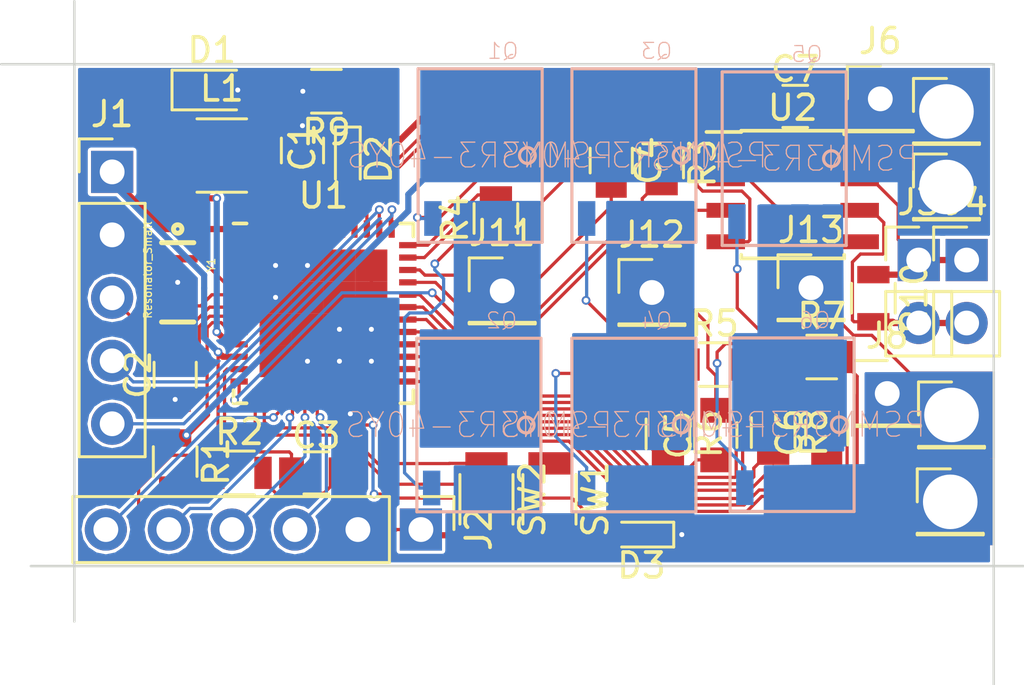
<source format=kicad_pcb>
(kicad_pcb (version 4) (host pcbnew 4.0.6)

  (general
    (links 120)
    (no_connects 0)
    (area 100.025999 72.466999 141.324801 100.126001)
    (thickness 1.6)
    (drawings 4)
    (tracks 501)
    (zones 0)
    (modules 45)
    (nets 56)
  )

  (page A4)
  (layers
    (0 F.Cu signal)
    (1 In1.Cu signal)
    (2 In2.Cu signal)
    (31 B.Cu signal)
    (32 B.Adhes user)
    (33 F.Adhes user)
    (34 B.Paste user)
    (35 F.Paste user)
    (36 B.SilkS user)
    (37 F.SilkS user hide)
    (38 B.Mask user)
    (39 F.Mask user)
    (40 Dwgs.User user hide)
    (41 Cmts.User user)
    (42 Eco1.User user)
    (43 Eco2.User user)
    (44 Edge.Cuts user)
    (45 Margin user)
    (46 B.CrtYd user)
    (47 F.CrtYd user hide)
    (48 B.Fab user hide)
    (49 F.Fab user hide)
  )

  (setup
    (last_trace_width 0.25)
    (user_trace_width 0.11)
    (user_trace_width 0.13)
    (trace_clearance 0.13)
    (zone_clearance 0.13)
    (zone_45_only no)
    (trace_min 0.1)
    (segment_width 0.2)
    (edge_width 0.1)
    (via_size 0.6)
    (via_drill 0.4)
    (via_min_size 0.2)
    (via_min_drill 0.2)
    (user_via 0.35 0.2)
    (user_via 0.4 0.25)
    (user_via 3 2.3)
    (uvia_size 0.3)
    (uvia_drill 0.1)
    (uvias_allowed no)
    (uvia_min_size 0.2)
    (uvia_min_drill 0.1)
    (pcb_text_width 0.3)
    (pcb_text_size 1.5 1.5)
    (mod_edge_width 0.15)
    (mod_text_size 1 1)
    (mod_text_width 0.15)
    (pad_size 3.5 3.5)
    (pad_drill 2.2)
    (pad_to_mask_clearance 0)
    (aux_axis_origin 0 0)
    (visible_elements 7FFCFFFF)
    (pcbplotparams
      (layerselection 0x00030_80000001)
      (usegerberextensions false)
      (excludeedgelayer true)
      (linewidth 0.100000)
      (plotframeref false)
      (viasonmask false)
      (mode 1)
      (useauxorigin false)
      (hpglpennumber 1)
      (hpglpenspeed 20)
      (hpglpendiameter 15)
      (hpglpenoverlay 2)
      (psnegative false)
      (psa4output false)
      (plotreference true)
      (plotvalue true)
      (plotinvisibletext false)
      (padsonsilk false)
      (subtractmaskfromsilk false)
      (outputformat 1)
      (mirror false)
      (drillshape 1)
      (scaleselection 1)
      (outputdirectory ""))
  )

  (net 0 "")
  (net 1 +3V3)
  (net 2 Earth)
  (net 3 "Net-(C2-Pad2)")
  (net 4 "Net-(C3-Pad1)")
  (net 5 BOOT1)
  (net 6 O1)
  (net 7 BOOT2)
  (net 8 O2)
  (net 9 BOOT3)
  (net 10 O3)
  (net 11 "Net-(D1-Pad1)")
  (net 12 "Net-(D2-Pad1)")
  (net 13 "Net-(D3-Pad2)")
  (net 14 NRST)
  (net 15 SWDIO)
  (net 16 SWDCLK)
  (net 17 MOSI)
  (net 18 MISO)
  (net 19 SCK)
  (net 20 CS)
  (net 21 RS-B)
  (net 22 RS-A)
  (net 23 "Net-(Q1-Pad4)")
  (net 24 +12V)
  (net 25 "Net-(Q2-Pad4)")
  (net 26 "Net-(Q3-Pad4)")
  (net 27 "Net-(Q4-Pad4)")
  (net 28 "Net-(Q5-Pad4)")
  (net 29 "Net-(Q6-Pad4)")
  (net 30 H1)
  (net 31 L1)
  (net 32 H2)
  (net 33 L2)
  (net 34 H3)
  (net 35 L3)
  (net 36 "Net-(SW1-Pad1)")
  (net 37 "Net-(SW2-Pad1)")
  (net 38 "Net-(U1-Pad1)")
  (net 39 "Net-(U1-Pad2)")
  (net 40 "Net-(U1-Pad3)")
  (net 41 "Net-(U1-Pad4)")
  (net 42 "Net-(U1-Pad5)")
  (net 43 DE)
  (net 44 "Net-(U1-Pad21)")
  (net 45 "Net-(U1-Pad22)")
  (net 46 "Net-(U1-Pad23)")
  (net 47 "Net-(U1-Pad24)")
  (net 48 TX)
  (net 49 RX)
  (net 50 "Net-(U1-Pad41)")
  (net 51 "Net-(U1-Pad42)")
  (net 52 "Net-(U1-Pad43)")
  (net 53 "Net-(U1-Pad45)")
  (net 54 "Net-(U1-Pad46)")
  (net 55 "Net-(U1-Pad47)")

  (net_class Default "This is the default net class."
    (clearance 0.13)
    (trace_width 0.25)
    (via_dia 0.6)
    (via_drill 0.4)
    (uvia_dia 0.3)
    (uvia_drill 0.1)
    (add_net +12V)
    (add_net +3V3)
    (add_net BOOT1)
    (add_net BOOT2)
    (add_net BOOT3)
    (add_net CS)
    (add_net DE)
    (add_net Earth)
    (add_net H1)
    (add_net H2)
    (add_net H3)
    (add_net L1)
    (add_net L2)
    (add_net L3)
    (add_net MISO)
    (add_net MOSI)
    (add_net NRST)
    (add_net "Net-(C2-Pad2)")
    (add_net "Net-(C3-Pad1)")
    (add_net "Net-(D1-Pad1)")
    (add_net "Net-(D2-Pad1)")
    (add_net "Net-(D3-Pad2)")
    (add_net "Net-(Q1-Pad4)")
    (add_net "Net-(Q2-Pad4)")
    (add_net "Net-(Q3-Pad4)")
    (add_net "Net-(Q4-Pad4)")
    (add_net "Net-(Q5-Pad4)")
    (add_net "Net-(Q6-Pad4)")
    (add_net "Net-(SW1-Pad1)")
    (add_net "Net-(SW2-Pad1)")
    (add_net "Net-(U1-Pad1)")
    (add_net "Net-(U1-Pad2)")
    (add_net "Net-(U1-Pad21)")
    (add_net "Net-(U1-Pad22)")
    (add_net "Net-(U1-Pad23)")
    (add_net "Net-(U1-Pad24)")
    (add_net "Net-(U1-Pad3)")
    (add_net "Net-(U1-Pad4)")
    (add_net "Net-(U1-Pad41)")
    (add_net "Net-(U1-Pad42)")
    (add_net "Net-(U1-Pad43)")
    (add_net "Net-(U1-Pad45)")
    (add_net "Net-(U1-Pad46)")
    (add_net "Net-(U1-Pad47)")
    (add_net "Net-(U1-Pad5)")
    (add_net O1)
    (add_net O2)
    (add_net O3)
    (add_net RS-A)
    (add_net RS-B)
    (add_net RX)
    (add_net SCK)
    (add_net SWDCLK)
    (add_net SWDIO)
    (add_net TX)
  )

  (net_class Thin ""
    (clearance 0.1)
    (trace_width 0.1)
    (via_dia 0.4)
    (via_drill 0.2)
    (uvia_dia 0.3)
    (uvia_drill 0.1)
  )

  (module Pin_Headers:Pin_Header_Straight_1x06_Pitch2.54mm (layer F.Cu) (tedit 59650532) (tstamp 59C7A85B)
    (at 116.9924 93.8276 270)
    (descr "Through hole straight pin header, 1x06, 2.54mm pitch, single row")
    (tags "Through hole pin header THT 1x06 2.54mm single row")
    (path /59C8A536)
    (fp_text reference J2 (at 0 -2.33 270) (layer F.SilkS)
      (effects (font (size 1 1) (thickness 0.15)))
    )
    (fp_text value SPI (at 0 15.03 270) (layer F.Fab)
      (effects (font (size 1 1) (thickness 0.15)))
    )
    (fp_line (start -0.635 -1.27) (end 1.27 -1.27) (layer F.Fab) (width 0.1))
    (fp_line (start 1.27 -1.27) (end 1.27 13.97) (layer F.Fab) (width 0.1))
    (fp_line (start 1.27 13.97) (end -1.27 13.97) (layer F.Fab) (width 0.1))
    (fp_line (start -1.27 13.97) (end -1.27 -0.635) (layer F.Fab) (width 0.1))
    (fp_line (start -1.27 -0.635) (end -0.635 -1.27) (layer F.Fab) (width 0.1))
    (fp_line (start -1.33 14.03) (end 1.33 14.03) (layer F.SilkS) (width 0.12))
    (fp_line (start -1.33 1.27) (end -1.33 14.03) (layer F.SilkS) (width 0.12))
    (fp_line (start 1.33 1.27) (end 1.33 14.03) (layer F.SilkS) (width 0.12))
    (fp_line (start -1.33 1.27) (end 1.33 1.27) (layer F.SilkS) (width 0.12))
    (fp_line (start -1.33 0) (end -1.33 -1.33) (layer F.SilkS) (width 0.12))
    (fp_line (start -1.33 -1.33) (end 0 -1.33) (layer F.SilkS) (width 0.12))
    (fp_line (start -1.8 -1.8) (end -1.8 14.5) (layer F.CrtYd) (width 0.05))
    (fp_line (start -1.8 14.5) (end 1.8 14.5) (layer F.CrtYd) (width 0.05))
    (fp_line (start 1.8 14.5) (end 1.8 -1.8) (layer F.CrtYd) (width 0.05))
    (fp_line (start 1.8 -1.8) (end -1.8 -1.8) (layer F.CrtYd) (width 0.05))
    (fp_text user %R (at 0 6.35 360) (layer F.Fab)
      (effects (font (size 1 1) (thickness 0.15)))
    )
    (pad 1 thru_hole rect (at 0 0 270) (size 1.7 1.7) (drill 1) (layers *.Cu *.Mask)
      (net 1 +3V3))
    (pad 2 thru_hole oval (at 0 2.54 270) (size 1.7 1.7) (drill 1) (layers *.Cu *.Mask)
      (net 2 Earth))
    (pad 3 thru_hole oval (at 0 5.08 270) (size 1.7 1.7) (drill 1) (layers *.Cu *.Mask)
      (net 17 MOSI))
    (pad 4 thru_hole oval (at 0 7.62 270) (size 1.7 1.7) (drill 1) (layers *.Cu *.Mask)
      (net 18 MISO))
    (pad 5 thru_hole oval (at 0 10.16 270) (size 1.7 1.7) (drill 1) (layers *.Cu *.Mask)
      (net 19 SCK))
    (pad 6 thru_hole oval (at 0 12.7 270) (size 1.7 1.7) (drill 1) (layers *.Cu *.Mask)
      (net 20 CS))
    (model ${KISYS3DMOD}/Pin_Headers.3dshapes/Pin_Header_Straight_1x06_Pitch2.54mm.wrl
      (at (xyz 0 0 0))
      (scale (xyz 1 1 1))
      (rotate (xyz 0 0 0))
    )
  )

  (module Housings_DFN_QFN:QFN-48-1EP_7x7mm_Pitch0.5mm (layer F.Cu) (tedit 54130A77) (tstamp 59C7A965)
    (at 113.06415 85.10665)
    (descr "UK Package; 48-Lead Plastic QFN (7mm x 7mm); (see Linear Technology QFN_48_05-08-1704.pdf)")
    (tags "QFN 0.5")
    (path /5977507E)
    (attr smd)
    (fp_text reference U1 (at 0 -4.75) (layer F.SilkS)
      (effects (font (size 1 1) (thickness 0.15)))
    )
    (fp_text value STSPIN32F0 (at 0 4.75) (layer F.Fab)
      (effects (font (size 1 1) (thickness 0.15)))
    )
    (fp_line (start -2.5 -3.5) (end 3.5 -3.5) (layer F.Fab) (width 0.15))
    (fp_line (start 3.5 -3.5) (end 3.5 3.5) (layer F.Fab) (width 0.15))
    (fp_line (start 3.5 3.5) (end -3.5 3.5) (layer F.Fab) (width 0.15))
    (fp_line (start -3.5 3.5) (end -3.5 -2.5) (layer F.Fab) (width 0.15))
    (fp_line (start -3.5 -2.5) (end -2.5 -3.5) (layer F.Fab) (width 0.15))
    (fp_line (start -4 -4) (end -4 4) (layer F.CrtYd) (width 0.05))
    (fp_line (start 4 -4) (end 4 4) (layer F.CrtYd) (width 0.05))
    (fp_line (start -4 -4) (end 4 -4) (layer F.CrtYd) (width 0.05))
    (fp_line (start -4 4) (end 4 4) (layer F.CrtYd) (width 0.05))
    (fp_line (start 3.625 -3.625) (end 3.625 -3.1) (layer F.SilkS) (width 0.15))
    (fp_line (start -3.625 3.625) (end -3.625 3.1) (layer F.SilkS) (width 0.15))
    (fp_line (start 3.625 3.625) (end 3.625 3.1) (layer F.SilkS) (width 0.15))
    (fp_line (start -3.625 -3.625) (end -3.1 -3.625) (layer F.SilkS) (width 0.15))
    (fp_line (start -3.625 3.625) (end -3.1 3.625) (layer F.SilkS) (width 0.15))
    (fp_line (start 3.625 3.625) (end 3.1 3.625) (layer F.SilkS) (width 0.15))
    (fp_line (start 3.625 -3.625) (end 3.1 -3.625) (layer F.SilkS) (width 0.15))
    (pad 1 smd rect (at -3.4 -2.75) (size 0.7 0.25) (layers F.Cu F.Paste F.Mask)
      (net 38 "Net-(U1-Pad1)"))
    (pad 2 smd rect (at -3.4 -2.25) (size 0.7 0.25) (layers F.Cu F.Paste F.Mask)
      (net 39 "Net-(U1-Pad2)"))
    (pad 3 smd rect (at -3.4 -1.75) (size 0.7 0.25) (layers F.Cu F.Paste F.Mask)
      (net 40 "Net-(U1-Pad3)"))
    (pad 4 smd rect (at -3.4 -1.25) (size 0.7 0.25) (layers F.Cu F.Paste F.Mask)
      (net 41 "Net-(U1-Pad4)"))
    (pad 5 smd rect (at -3.4 -0.75) (size 0.7 0.25) (layers F.Cu F.Paste F.Mask)
      (net 42 "Net-(U1-Pad5)"))
    (pad 6 smd rect (at -3.4 -0.25) (size 0.7 0.25) (layers F.Cu F.Paste F.Mask)
      (net 3 "Net-(C2-Pad2)"))
    (pad 7 smd rect (at -3.4 0.25) (size 0.7 0.25) (layers F.Cu F.Paste F.Mask)
      (net 14 NRST))
    (pad 8 smd rect (at -3.4 0.75) (size 0.7 0.25) (layers F.Cu F.Paste F.Mask)
      (net 24 +12V))
    (pad 9 smd rect (at -3.4 1.25) (size 0.7 0.25) (layers F.Cu F.Paste F.Mask)
      (net 11 "Net-(D1-Pad1)"))
    (pad 10 smd rect (at -3.4 1.75) (size 0.7 0.25) (layers F.Cu F.Paste F.Mask)
      (net 1 +3V3))
    (pad 11 smd rect (at -3.4 2.25) (size 0.7 0.25) (layers F.Cu F.Paste F.Mask)
      (net 4 "Net-(C3-Pad1)"))
    (pad 12 smd rect (at -3.4 2.75) (size 0.7 0.25) (layers F.Cu F.Paste F.Mask)
      (net 43 DE))
    (pad 13 smd rect (at -2.75 3.4 90) (size 0.7 0.25) (layers F.Cu F.Paste F.Mask)
      (net 36 "Net-(SW1-Pad1)"))
    (pad 14 smd rect (at -2.25 3.4 90) (size 0.7 0.25) (layers F.Cu F.Paste F.Mask)
      (net 37 "Net-(SW2-Pad1)"))
    (pad 15 smd rect (at -1.75 3.4 90) (size 0.7 0.25) (layers F.Cu F.Paste F.Mask)
      (net 20 CS))
    (pad 16 smd rect (at -1.25 3.4 90) (size 0.7 0.25) (layers F.Cu F.Paste F.Mask)
      (net 19 SCK))
    (pad 17 smd rect (at -0.75 3.4 90) (size 0.7 0.25) (layers F.Cu F.Paste F.Mask)
      (net 18 MISO))
    (pad 18 smd rect (at -0.25 3.4 90) (size 0.7 0.25) (layers F.Cu F.Paste F.Mask)
      (net 17 MOSI))
    (pad 19 smd rect (at 0.25 3.4 90) (size 0.7 0.25) (layers F.Cu F.Paste F.Mask)
      (net 13 "Net-(D3-Pad2)"))
    (pad 20 smd rect (at 0.75 3.4 90) (size 0.7 0.25) (layers F.Cu F.Paste F.Mask)
      (net 2 Earth))
    (pad 21 smd rect (at 1.25 3.4 90) (size 0.7 0.25) (layers F.Cu F.Paste F.Mask)
      (net 44 "Net-(U1-Pad21)"))
    (pad 22 smd rect (at 1.75 3.4 90) (size 0.7 0.25) (layers F.Cu F.Paste F.Mask)
      (net 45 "Net-(U1-Pad22)"))
    (pad 23 smd rect (at 2.25 3.4 90) (size 0.7 0.25) (layers F.Cu F.Paste F.Mask)
      (net 46 "Net-(U1-Pad23)"))
    (pad 24 smd rect (at 2.75 3.4 90) (size 0.7 0.25) (layers F.Cu F.Paste F.Mask)
      (net 47 "Net-(U1-Pad24)"))
    (pad 25 smd rect (at 3.4 2.75) (size 0.7 0.25) (layers F.Cu F.Paste F.Mask)
      (net 34 H3))
    (pad 26 smd rect (at 3.4 2.25) (size 0.7 0.25) (layers F.Cu F.Paste F.Mask)
      (net 10 O3))
    (pad 27 smd rect (at 3.4 1.75) (size 0.7 0.25) (layers F.Cu F.Paste F.Mask)
      (net 9 BOOT3))
    (pad 28 smd rect (at 3.4 1.25) (size 0.7 0.25) (layers F.Cu F.Paste F.Mask)
      (net 35 L3))
    (pad 29 smd rect (at 3.4 0.75) (size 0.7 0.25) (layers F.Cu F.Paste F.Mask)
      (net 32 H2))
    (pad 30 smd rect (at 3.4 0.25) (size 0.7 0.25) (layers F.Cu F.Paste F.Mask)
      (net 8 O2))
    (pad 31 smd rect (at 3.4 -0.25) (size 0.7 0.25) (layers F.Cu F.Paste F.Mask)
      (net 7 BOOT2))
    (pad 32 smd rect (at 3.4 -0.75) (size 0.7 0.25) (layers F.Cu F.Paste F.Mask)
      (net 33 L2))
    (pad 33 smd rect (at 3.4 -1.25) (size 0.7 0.25) (layers F.Cu F.Paste F.Mask)
      (net 30 H1))
    (pad 34 smd rect (at 3.4 -1.75) (size 0.7 0.25) (layers F.Cu F.Paste F.Mask)
      (net 6 O1))
    (pad 35 smd rect (at 3.4 -2.25) (size 0.7 0.25) (layers F.Cu F.Paste F.Mask)
      (net 5 BOOT1))
    (pad 36 smd rect (at 3.4 -2.75) (size 0.7 0.25) (layers F.Cu F.Paste F.Mask)
      (net 31 L1))
    (pad 37 smd rect (at 2.75 -3.4 90) (size 0.7 0.25) (layers F.Cu F.Paste F.Mask)
      (net 15 SWDIO))
    (pad 38 smd rect (at 2.25 -3.4 90) (size 0.7 0.25) (layers F.Cu F.Paste F.Mask)
      (net 16 SWDCLK))
    (pad 39 smd rect (at 1.75 -3.4 90) (size 0.7 0.25) (layers F.Cu F.Paste F.Mask)
      (net 48 TX))
    (pad 40 smd rect (at 1.25 -3.4 90) (size 0.7 0.25) (layers F.Cu F.Paste F.Mask)
      (net 49 RX))
    (pad 41 smd rect (at 0.75 -3.4 90) (size 0.7 0.25) (layers F.Cu F.Paste F.Mask)
      (net 50 "Net-(U1-Pad41)"))
    (pad 42 smd rect (at 0.25 -3.4 90) (size 0.7 0.25) (layers F.Cu F.Paste F.Mask)
      (net 51 "Net-(U1-Pad42)"))
    (pad 43 smd rect (at -0.25 -3.4 90) (size 0.7 0.25) (layers F.Cu F.Paste F.Mask)
      (net 52 "Net-(U1-Pad43)"))
    (pad 44 smd rect (at -0.75 -3.4 90) (size 0.7 0.25) (layers F.Cu F.Paste F.Mask)
      (net 2 Earth))
    (pad 45 smd rect (at -1.25 -3.4 90) (size 0.7 0.25) (layers F.Cu F.Paste F.Mask)
      (net 53 "Net-(U1-Pad45)"))
    (pad 46 smd rect (at -1.75 -3.4 90) (size 0.7 0.25) (layers F.Cu F.Paste F.Mask)
      (net 54 "Net-(U1-Pad46)"))
    (pad 47 smd rect (at -2.25 -3.4 90) (size 0.7 0.25) (layers F.Cu F.Paste F.Mask)
      (net 55 "Net-(U1-Pad47)"))
    (pad 48 smd rect (at -2.75 -3.4 90) (size 0.7 0.25) (layers F.Cu F.Paste F.Mask)
      (net 1 +3V3))
    (pad 49 smd rect (at 1.93125 1.93125) (size 1.2875 1.2875) (layers F.Cu F.Paste F.Mask)
      (net 2 Earth) (solder_paste_margin_ratio -0.2))
    (pad 49 smd rect (at 1.93125 0.64375) (size 1.2875 1.2875) (layers F.Cu F.Paste F.Mask)
      (net 2 Earth) (solder_paste_margin_ratio -0.2))
    (pad 49 smd rect (at 1.93125 -0.64375) (size 1.2875 1.2875) (layers F.Cu F.Paste F.Mask)
      (net 2 Earth) (solder_paste_margin_ratio -0.2))
    (pad 49 smd rect (at 1.93125 -1.93125) (size 1.2875 1.2875) (layers F.Cu F.Paste F.Mask)
      (net 2 Earth) (solder_paste_margin_ratio -0.2))
    (pad 49 smd rect (at 0.64375 1.93125) (size 1.2875 1.2875) (layers F.Cu F.Paste F.Mask)
      (net 2 Earth) (solder_paste_margin_ratio -0.2))
    (pad 49 smd rect (at 0.64375 0.64375) (size 1.2875 1.2875) (layers F.Cu F.Paste F.Mask)
      (net 2 Earth) (solder_paste_margin_ratio -0.2))
    (pad 49 smd rect (at 0.64375 -0.64375) (size 1.2875 1.2875) (layers F.Cu F.Paste F.Mask)
      (net 2 Earth) (solder_paste_margin_ratio -0.2))
    (pad 49 smd rect (at 0.64375 -1.93125) (size 1.2875 1.2875) (layers F.Cu F.Paste F.Mask)
      (net 2 Earth) (solder_paste_margin_ratio -0.2))
    (pad 49 smd rect (at -0.64375 1.93125) (size 1.2875 1.2875) (layers F.Cu F.Paste F.Mask)
      (net 2 Earth) (solder_paste_margin_ratio -0.2))
    (pad 49 smd rect (at -0.64375 0.64375) (size 1.2875 1.2875) (layers F.Cu F.Paste F.Mask)
      (net 2 Earth) (solder_paste_margin_ratio -0.2))
    (pad 49 smd rect (at -0.64375 -0.64375) (size 1.2875 1.2875) (layers F.Cu F.Paste F.Mask)
      (net 2 Earth) (solder_paste_margin_ratio -0.2))
    (pad 49 smd rect (at -0.64375 -1.93125) (size 1.2875 1.2875) (layers F.Cu F.Paste F.Mask)
      (net 2 Earth) (solder_paste_margin_ratio -0.2))
    (pad 49 smd rect (at -1.93125 1.93125) (size 1.2875 1.2875) (layers F.Cu F.Paste F.Mask)
      (net 2 Earth) (solder_paste_margin_ratio -0.2))
    (pad 49 smd rect (at -1.93125 0.64375) (size 1.2875 1.2875) (layers F.Cu F.Paste F.Mask)
      (net 2 Earth) (solder_paste_margin_ratio -0.2))
    (pad 49 smd rect (at -1.93125 -0.64375) (size 1.2875 1.2875) (layers F.Cu F.Paste F.Mask)
      (net 2 Earth) (solder_paste_margin_ratio -0.2))
    (pad 49 smd rect (at -1.93125 -1.93125) (size 1.2875 1.2875) (layers F.Cu F.Paste F.Mask)
      (net 2 Earth) (solder_paste_margin_ratio -0.2))
    (model ${KISYS3DMOD}/Housings_DFN_QFN.3dshapes/QFN-48-1EP_7x7mm_Pitch0.5mm.wrl
      (at (xyz 0 0 0))
      (scale (xyz 1 1 1))
      (rotate (xyz 0 0 0))
    )
  )

  (module Resistors_SMD:R_0805 (layer F.Cu) (tedit 59C7B1DE) (tstamp 59C7A8E5)
    (at 109.6772 91.5416)
    (descr "Resistor SMD 0805, reflow soldering, Vishay (see dcrcw.pdf)")
    (tags "resistor 0805")
    (path /59781CD6)
    (attr smd)
    (fp_text reference R2 (at 0 -1.65) (layer F.SilkS)
      (effects (font (size 1 1) (thickness 0.15)))
    )
    (fp_text value 3K (at 0 1.75) (layer F.Fab) hide
      (effects (font (size 1 1) (thickness 0.15)))
    )
    (fp_text user %R (at 0 0) (layer F.Fab)
      (effects (font (size 0.5 0.5) (thickness 0.075)))
    )
    (fp_line (start -1 0.62) (end -1 -0.62) (layer F.Fab) (width 0.1))
    (fp_line (start 1 0.62) (end -1 0.62) (layer F.Fab) (width 0.1))
    (fp_line (start 1 -0.62) (end 1 0.62) (layer F.Fab) (width 0.1))
    (fp_line (start -1 -0.62) (end 1 -0.62) (layer F.Fab) (width 0.1))
    (fp_line (start 0.6 0.88) (end -0.6 0.88) (layer F.SilkS) (width 0.12))
    (fp_line (start -0.6 -0.88) (end 0.6 -0.88) (layer F.SilkS) (width 0.12))
    (fp_line (start -1.55 -0.9) (end 1.55 -0.9) (layer F.CrtYd) (width 0.05))
    (fp_line (start -1.55 -0.9) (end -1.55 0.9) (layer F.CrtYd) (width 0.05))
    (fp_line (start 1.55 0.9) (end 1.55 -0.9) (layer F.CrtYd) (width 0.05))
    (fp_line (start 1.55 0.9) (end -1.55 0.9) (layer F.CrtYd) (width 0.05))
    (pad 1 smd rect (at -0.95 0) (size 0.7 1.3) (layers F.Cu F.Paste F.Mask)
      (net 4 "Net-(C3-Pad1)"))
    (pad 2 smd rect (at 0.95 0) (size 0.7 1.3) (layers F.Cu F.Paste F.Mask)
      (net 2 Earth))
    (model ${KISYS3DMOD}/Resistors_SMD.3dshapes/R_0805.wrl
      (at (xyz 0 0 0))
      (scale (xyz 1 1 1))
      (rotate (xyz 0 0 0))
    )
  )

  (module Capacitors_SMD:C_0805 (layer F.Cu) (tedit 59C7B060) (tstamp 59C7A81E)
    (at 112.776 91.5416)
    (descr "Capacitor SMD 0805, reflow soldering, AVX (see smccp.pdf)")
    (tags "capacitor 0805")
    (path /59781C6F)
    (attr smd)
    (fp_text reference C3 (at 0 -1.5) (layer F.SilkS)
      (effects (font (size 1 1) (thickness 0.15)))
    )
    (fp_text value 1uF (at 0 1.75) (layer F.Fab) hide
      (effects (font (size 1 1) (thickness 0.15)))
    )
    (fp_text user %R (at 0 -1.5) (layer F.Fab)
      (effects (font (size 1 1) (thickness 0.15)))
    )
    (fp_line (start -1 0.62) (end -1 -0.62) (layer F.Fab) (width 0.1))
    (fp_line (start 1 0.62) (end -1 0.62) (layer F.Fab) (width 0.1))
    (fp_line (start 1 -0.62) (end 1 0.62) (layer F.Fab) (width 0.1))
    (fp_line (start -1 -0.62) (end 1 -0.62) (layer F.Fab) (width 0.1))
    (fp_line (start 0.5 -0.85) (end -0.5 -0.85) (layer F.SilkS) (width 0.12))
    (fp_line (start -0.5 0.85) (end 0.5 0.85) (layer F.SilkS) (width 0.12))
    (fp_line (start -1.75 -0.88) (end 1.75 -0.88) (layer F.CrtYd) (width 0.05))
    (fp_line (start -1.75 -0.88) (end -1.75 0.87) (layer F.CrtYd) (width 0.05))
    (fp_line (start 1.75 0.87) (end 1.75 -0.88) (layer F.CrtYd) (width 0.05))
    (fp_line (start 1.75 0.87) (end -1.75 0.87) (layer F.CrtYd) (width 0.05))
    (pad 1 smd rect (at -1 0) (size 1 1.25) (layers F.Cu F.Paste F.Mask)
      (net 4 "Net-(C3-Pad1)"))
    (pad 2 smd rect (at 1 0) (size 1 1.25) (layers F.Cu F.Paste F.Mask)
      (net 2 Earth))
    (model Capacitors_SMD.3dshapes/C_0805.wrl
      (at (xyz 0 0 0))
      (scale (xyz 1 1 1))
      (rotate (xyz 0 0 0))
    )
  )

  (module Pin_Headers:Pin_Header_Straight_1x01_Pitch2.54mm (layer F.Cu) (tedit 59650532) (tstamp 59CA44F8)
    (at 120.269 84.201)
    (descr "Through hole straight pin header, 1x01, 2.54mm pitch, single row")
    (tags "Through hole pin header THT 1x01 2.54mm single row")
    (path /59CA3DE6)
    (fp_text reference J11 (at 0 -2.33) (layer F.SilkS)
      (effects (font (size 1 1) (thickness 0.15)))
    )
    (fp_text value V (at 0 2.33) (layer F.Fab)
      (effects (font (size 1 1) (thickness 0.15)))
    )
    (fp_line (start -0.635 -1.27) (end 1.27 -1.27) (layer F.Fab) (width 0.1))
    (fp_line (start 1.27 -1.27) (end 1.27 1.27) (layer F.Fab) (width 0.1))
    (fp_line (start 1.27 1.27) (end -1.27 1.27) (layer F.Fab) (width 0.1))
    (fp_line (start -1.27 1.27) (end -1.27 -0.635) (layer F.Fab) (width 0.1))
    (fp_line (start -1.27 -0.635) (end -0.635 -1.27) (layer F.Fab) (width 0.1))
    (fp_line (start -1.33 1.33) (end 1.33 1.33) (layer F.SilkS) (width 0.12))
    (fp_line (start -1.33 1.27) (end -1.33 1.33) (layer F.SilkS) (width 0.12))
    (fp_line (start 1.33 1.27) (end 1.33 1.33) (layer F.SilkS) (width 0.12))
    (fp_line (start -1.33 1.27) (end 1.33 1.27) (layer F.SilkS) (width 0.12))
    (fp_line (start -1.33 0) (end -1.33 -1.33) (layer F.SilkS) (width 0.12))
    (fp_line (start -1.33 -1.33) (end 0 -1.33) (layer F.SilkS) (width 0.12))
    (fp_line (start -1.8 -1.8) (end -1.8 1.8) (layer F.CrtYd) (width 0.05))
    (fp_line (start -1.8 1.8) (end 1.8 1.8) (layer F.CrtYd) (width 0.05))
    (fp_line (start 1.8 1.8) (end 1.8 -1.8) (layer F.CrtYd) (width 0.05))
    (fp_line (start 1.8 -1.8) (end -1.8 -1.8) (layer F.CrtYd) (width 0.05))
    (fp_text user %R (at 0 0 90) (layer F.Fab)
      (effects (font (size 1 1) (thickness 0.15)))
    )
    (pad 1 thru_hole rect (at 0 0) (size 1.7 1.7) (drill 1) (layers *.Cu *.Mask)
      (net 6 O1))
    (model ${KISYS3DMOD}/Pin_Headers.3dshapes/Pin_Header_Straight_1x01_Pitch2.54mm.wrl
      (at (xyz 0 0 0))
      (scale (xyz 1 1 1))
      (rotate (xyz 0 0 0))
    )
  )

  (module Pin_Headers:Pin_Header_Straight_1x05_Pitch2.54mm (layer F.Cu) (tedit 59650532) (tstamp 59C7A851)
    (at 104.5464 79.4004)
    (descr "Through hole straight pin header, 1x05, 2.54mm pitch, single row")
    (tags "Through hole pin header THT 1x05 2.54mm single row")
    (path /59C7E478)
    (fp_text reference J1 (at 0 -2.33) (layer F.SilkS)
      (effects (font (size 1 1) (thickness 0.15)))
    )
    (fp_text value SWD (at 0 12.49) (layer F.Fab)
      (effects (font (size 1 1) (thickness 0.15)))
    )
    (fp_line (start -0.635 -1.27) (end 1.27 -1.27) (layer F.Fab) (width 0.1))
    (fp_line (start 1.27 -1.27) (end 1.27 11.43) (layer F.Fab) (width 0.1))
    (fp_line (start 1.27 11.43) (end -1.27 11.43) (layer F.Fab) (width 0.1))
    (fp_line (start -1.27 11.43) (end -1.27 -0.635) (layer F.Fab) (width 0.1))
    (fp_line (start -1.27 -0.635) (end -0.635 -1.27) (layer F.Fab) (width 0.1))
    (fp_line (start -1.33 11.49) (end 1.33 11.49) (layer F.SilkS) (width 0.12))
    (fp_line (start -1.33 1.27) (end -1.33 11.49) (layer F.SilkS) (width 0.12))
    (fp_line (start 1.33 1.27) (end 1.33 11.49) (layer F.SilkS) (width 0.12))
    (fp_line (start -1.33 1.27) (end 1.33 1.27) (layer F.SilkS) (width 0.12))
    (fp_line (start -1.33 0) (end -1.33 -1.33) (layer F.SilkS) (width 0.12))
    (fp_line (start -1.33 -1.33) (end 0 -1.33) (layer F.SilkS) (width 0.12))
    (fp_line (start -1.8 -1.8) (end -1.8 11.95) (layer F.CrtYd) (width 0.05))
    (fp_line (start -1.8 11.95) (end 1.8 11.95) (layer F.CrtYd) (width 0.05))
    (fp_line (start 1.8 11.95) (end 1.8 -1.8) (layer F.CrtYd) (width 0.05))
    (fp_line (start 1.8 -1.8) (end -1.8 -1.8) (layer F.CrtYd) (width 0.05))
    (fp_text user %R (at 0 5.08 90) (layer F.Fab)
      (effects (font (size 1 1) (thickness 0.15)))
    )
    (pad 1 thru_hole rect (at 0 0) (size 1.7 1.7) (drill 1) (layers *.Cu *.Mask)
      (net 1 +3V3))
    (pad 2 thru_hole oval (at 0 2.54) (size 1.7 1.7) (drill 1) (layers *.Cu *.Mask)
      (net 2 Earth))
    (pad 3 thru_hole oval (at 0 5.08) (size 1.7 1.7) (drill 1) (layers *.Cu *.Mask)
      (net 14 NRST))
    (pad 4 thru_hole oval (at 0 7.62) (size 1.7 1.7) (drill 1) (layers *.Cu *.Mask)
      (net 16 SWDCLK))
    (pad 5 thru_hole oval (at 0 10.16) (size 1.7 1.7) (drill 1) (layers *.Cu *.Mask)
      (net 15 SWDIO))
    (model ${KISYS3DMOD}/Pin_Headers.3dshapes/Pin_Header_Straight_1x05_Pitch2.54mm.wrl
      (at (xyz 0 0 0))
      (scale (xyz 1 1 1))
      (rotate (xyz 0 0 0))
    )
  )

  (module LEDs:LED_0603 (layer F.Cu) (tedit 57FE93A5) (tstamp 59C7A848)
    (at 125.8824 94.0308 180)
    (descr "LED 0603 smd package")
    (tags "LED led 0603 SMD smd SMT smt smdled SMDLED smtled SMTLED")
    (path /59C94485)
    (attr smd)
    (fp_text reference D3 (at 0 -1.25 180) (layer F.SilkS)
      (effects (font (size 1 1) (thickness 0.15)))
    )
    (fp_text value LED (at 0 1.35 180) (layer F.Fab)
      (effects (font (size 1 1) (thickness 0.15)))
    )
    (fp_line (start -1.3 -0.5) (end -1.3 0.5) (layer F.SilkS) (width 0.12))
    (fp_line (start -0.2 -0.2) (end -0.2 0.2) (layer F.Fab) (width 0.1))
    (fp_line (start -0.15 0) (end 0.15 -0.2) (layer F.Fab) (width 0.1))
    (fp_line (start 0.15 0.2) (end -0.15 0) (layer F.Fab) (width 0.1))
    (fp_line (start 0.15 -0.2) (end 0.15 0.2) (layer F.Fab) (width 0.1))
    (fp_line (start 0.8 0.4) (end -0.8 0.4) (layer F.Fab) (width 0.1))
    (fp_line (start 0.8 -0.4) (end 0.8 0.4) (layer F.Fab) (width 0.1))
    (fp_line (start -0.8 -0.4) (end 0.8 -0.4) (layer F.Fab) (width 0.1))
    (fp_line (start -0.8 0.4) (end -0.8 -0.4) (layer F.Fab) (width 0.1))
    (fp_line (start -1.3 0.5) (end 0.8 0.5) (layer F.SilkS) (width 0.12))
    (fp_line (start -1.3 -0.5) (end 0.8 -0.5) (layer F.SilkS) (width 0.12))
    (fp_line (start 1.45 -0.65) (end 1.45 0.65) (layer F.CrtYd) (width 0.05))
    (fp_line (start 1.45 0.65) (end -1.45 0.65) (layer F.CrtYd) (width 0.05))
    (fp_line (start -1.45 0.65) (end -1.45 -0.65) (layer F.CrtYd) (width 0.05))
    (fp_line (start -1.45 -0.65) (end 1.45 -0.65) (layer F.CrtYd) (width 0.05))
    (pad 2 smd rect (at 0.8 0) (size 0.8 0.8) (layers F.Cu F.Paste F.Mask)
      (net 13 "Net-(D3-Pad2)"))
    (pad 1 smd rect (at -0.8 0) (size 0.8 0.8) (layers F.Cu F.Paste F.Mask)
      (net 2 Earth))
    (model ${KISYS3DMOD}/LEDs.3dshapes/LED_0603.wrl
      (at (xyz 0 0 0))
      (scale (xyz 1 1 1))
      (rotate (xyz 0 0 180))
    )
  )

  (module Resistors_SMD:R_0805 (layer F.Cu) (tedit 59C7AEAB) (tstamp 59C7A8F7)
    (at 128.8288 87.1728)
    (descr "Resistor SMD 0805, reflow soldering, Vishay (see dcrcw.pdf)")
    (tags "resistor 0805")
    (path /59785365)
    (attr smd)
    (fp_text reference R5 (at 0 -1.65) (layer F.SilkS)
      (effects (font (size 1 1) (thickness 0.15)))
    )
    (fp_text value 10 (at 0 1.75) (layer F.Fab) hide
      (effects (font (size 1 1) (thickness 0.15)))
    )
    (fp_text user %R (at 0 0) (layer F.Fab)
      (effects (font (size 0.5 0.5) (thickness 0.075)))
    )
    (fp_line (start -1 0.62) (end -1 -0.62) (layer F.Fab) (width 0.1))
    (fp_line (start 1 0.62) (end -1 0.62) (layer F.Fab) (width 0.1))
    (fp_line (start 1 -0.62) (end 1 0.62) (layer F.Fab) (width 0.1))
    (fp_line (start -1 -0.62) (end 1 -0.62) (layer F.Fab) (width 0.1))
    (fp_line (start 0.6 0.88) (end -0.6 0.88) (layer F.SilkS) (width 0.12))
    (fp_line (start -0.6 -0.88) (end 0.6 -0.88) (layer F.SilkS) (width 0.12))
    (fp_line (start -1.55 -0.9) (end 1.55 -0.9) (layer F.CrtYd) (width 0.05))
    (fp_line (start -1.55 -0.9) (end -1.55 0.9) (layer F.CrtYd) (width 0.05))
    (fp_line (start 1.55 0.9) (end 1.55 -0.9) (layer F.CrtYd) (width 0.05))
    (fp_line (start 1.55 0.9) (end -1.55 0.9) (layer F.CrtYd) (width 0.05))
    (pad 1 smd rect (at -0.95 0) (size 0.7 1.3) (layers F.Cu F.Paste F.Mask)
      (net 26 "Net-(Q3-Pad4)"))
    (pad 2 smd rect (at 0.95 0) (size 0.7 1.3) (layers F.Cu F.Paste F.Mask)
      (net 32 H2))
    (model ${KISYS3DMOD}/Resistors_SMD.3dshapes/R_0805.wrl
      (at (xyz 0 0 0))
      (scale (xyz 1 1 1))
      (rotate (xyz 0 0 0))
    )
  )

  (module Dizzy:PSMN3R3-40YS (layer B.Cu) (tedit 0) (tstamp 59C7A8D9)
    (at 131.953 89.5985 180)
    (path /597854EC)
    (attr smd)
    (fp_text reference Q6 (at -0.9144 4.2164 180) (layer B.SilkS)
      (effects (font (size 0.64 0.64) (thickness 0.05)) (justify mirror))
    )
    (fp_text value PSMN3R3-40YS (at 0 0 180) (layer B.SilkS)
      (effects (font (size 1 0.9) (thickness 0.05)) (justify mirror))
    )
    (fp_line (start -2.5 3.5) (end 2.5 3.5) (layer B.SilkS) (width 0.127))
    (fp_line (start 2.5 3.5) (end 2.5 -3.5) (layer B.SilkS) (width 0.127))
    (fp_line (start 2.5 -3.5) (end -2.5 -3.5) (layer B.SilkS) (width 0.127))
    (fp_line (start -2.5 -3.5) (end -2.5 3.5) (layer B.SilkS) (width 0.127))
    (fp_circle (center -1.905 0) (end -1.5875 0) (layer B.SilkS) (width 0.127))
    (fp_line (start -2.5 3.5) (end -2.5 -3.5) (layer Dwgs.User) (width 0.127))
    (fp_line (start -2.5 -3.5) (end 2.5 -3.5) (layer Dwgs.User) (width 0.127))
    (fp_line (start 2.5 -3.5) (end 2.5 3.5) (layer Dwgs.User) (width 0.127))
    (fp_line (start 2.5 3.5) (end -2.5 3.5) (layer Dwgs.User) (width 0.127))
    (fp_poly (pts (xy -2.413 3.429) (xy 2.413 3.429) (xy 2.413 -3.429) (xy -2.413 -3.429)) (layer Dwgs.User) (width 0.381))
    (pad 1 smd rect (at -1.905 -2.54 270) (size 1.4 0.7) (layers B.Cu B.Paste B.Mask)
      (net 2 Earth))
    (pad 2 smd rect (at -0.635 -2.54 270) (size 1.4 0.7) (layers B.Cu B.Paste B.Mask)
      (net 2 Earth))
    (pad 3 smd rect (at 0.635 -2.54 270) (size 1.4 0.7) (layers B.Cu B.Paste B.Mask)
      (net 2 Earth))
    (pad 4 smd rect (at 1.905 -2.54 270) (size 1.4 0.7) (layers B.Cu B.Paste B.Mask)
      (net 29 "Net-(Q6-Pad4)"))
    (pad 5678 smd rect (at 0 1.27 270) (size 4.3 4.41) (layers B.Cu B.Paste B.Mask)
      (net 10 O3))
  )

  (module Resistors_SMD:R_0805 (layer F.Cu) (tedit 59C7AEA1) (tstamp 59C7A8FD)
    (at 126.9492 89.9668 270)
    (descr "Resistor SMD 0805, reflow soldering, Vishay (see dcrcw.pdf)")
    (tags "resistor 0805")
    (path /5978536E)
    (attr smd)
    (fp_text reference R6 (at 0 -1.65 270) (layer F.SilkS)
      (effects (font (size 1 1) (thickness 0.15)))
    )
    (fp_text value 10 (at 0 1.75 270) (layer F.Fab) hide
      (effects (font (size 1 1) (thickness 0.15)))
    )
    (fp_text user %R (at 0 0 270) (layer F.Fab)
      (effects (font (size 0.5 0.5) (thickness 0.075)))
    )
    (fp_line (start -1 0.62) (end -1 -0.62) (layer F.Fab) (width 0.1))
    (fp_line (start 1 0.62) (end -1 0.62) (layer F.Fab) (width 0.1))
    (fp_line (start 1 -0.62) (end 1 0.62) (layer F.Fab) (width 0.1))
    (fp_line (start -1 -0.62) (end 1 -0.62) (layer F.Fab) (width 0.1))
    (fp_line (start 0.6 0.88) (end -0.6 0.88) (layer F.SilkS) (width 0.12))
    (fp_line (start -0.6 -0.88) (end 0.6 -0.88) (layer F.SilkS) (width 0.12))
    (fp_line (start -1.55 -0.9) (end 1.55 -0.9) (layer F.CrtYd) (width 0.05))
    (fp_line (start -1.55 -0.9) (end -1.55 0.9) (layer F.CrtYd) (width 0.05))
    (fp_line (start 1.55 0.9) (end 1.55 -0.9) (layer F.CrtYd) (width 0.05))
    (fp_line (start 1.55 0.9) (end -1.55 0.9) (layer F.CrtYd) (width 0.05))
    (pad 1 smd rect (at -0.95 0 270) (size 0.7 1.3) (layers F.Cu F.Paste F.Mask)
      (net 27 "Net-(Q4-Pad4)"))
    (pad 2 smd rect (at 0.95 0 270) (size 0.7 1.3) (layers F.Cu F.Paste F.Mask)
      (net 33 L2))
    (model ${KISYS3DMOD}/Resistors_SMD.3dshapes/R_0805.wrl
      (at (xyz 0 0 0))
      (scale (xyz 1 1 1))
      (rotate (xyz 0 0 0))
    )
  )

  (module Capacitors_SMD:C_0805 (layer F.Cu) (tedit 59C7AFF7) (tstamp 59C7A812)
    (at 112.2172 78.5368 90)
    (descr "Capacitor SMD 0805, reflow soldering, AVX (see smccp.pdf)")
    (tags "capacitor 0805")
    (path /597BE295)
    (attr smd)
    (fp_text reference C1 (at 0.127 0 90) (layer F.SilkS)
      (effects (font (size 1 1) (thickness 0.15)))
    )
    (fp_text value 47uF (at 0 1.75 90) (layer F.Fab) hide
      (effects (font (size 1 1) (thickness 0.15)))
    )
    (fp_text user %R (at 0.127 0 90) (layer F.Fab)
      (effects (font (size 1 1) (thickness 0.15)))
    )
    (fp_line (start -1 0.62) (end -1 -0.62) (layer F.Fab) (width 0.1))
    (fp_line (start 1 0.62) (end -1 0.62) (layer F.Fab) (width 0.1))
    (fp_line (start 1 -0.62) (end 1 0.62) (layer F.Fab) (width 0.1))
    (fp_line (start -1 -0.62) (end 1 -0.62) (layer F.Fab) (width 0.1))
    (fp_line (start 0.5 -0.85) (end -0.5 -0.85) (layer F.SilkS) (width 0.12))
    (fp_line (start -0.5 0.85) (end 0.5 0.85) (layer F.SilkS) (width 0.12))
    (fp_line (start -1.75 -0.88) (end 1.75 -0.88) (layer F.CrtYd) (width 0.05))
    (fp_line (start -1.75 -0.88) (end -1.75 0.87) (layer F.CrtYd) (width 0.05))
    (fp_line (start 1.75 0.87) (end 1.75 -0.88) (layer F.CrtYd) (width 0.05))
    (fp_line (start 1.75 0.87) (end -1.75 0.87) (layer F.CrtYd) (width 0.05))
    (pad 1 smd rect (at -1 0 90) (size 1 1.25) (layers F.Cu F.Paste F.Mask)
      (net 1 +3V3))
    (pad 2 smd rect (at 1 0 90) (size 1 1.25) (layers F.Cu F.Paste F.Mask)
      (net 2 Earth))
    (model Capacitors_SMD.3dshapes/C_0805.wrl
      (at (xyz 0 0 0))
      (scale (xyz 1 1 1))
      (rotate (xyz 0 0 0))
    )
  )

  (module Capacitors_SMD:C_0805 (layer F.Cu) (tedit 59C7B1D3) (tstamp 59C7A818)
    (at 107.0864 87.5792 90)
    (descr "Capacitor SMD 0805, reflow soldering, AVX (see smccp.pdf)")
    (tags "capacitor 0805")
    (path /59C72B99)
    (attr smd)
    (fp_text reference C2 (at 0 -1.5 90) (layer F.SilkS)
      (effects (font (size 1 1) (thickness 0.15)))
    )
    (fp_text value 47uF (at 0 1.75 90) (layer F.Fab) hide
      (effects (font (size 1 1) (thickness 0.15)))
    )
    (fp_text user %R (at 0 -1.5 90) (layer F.Fab)
      (effects (font (size 1 1) (thickness 0.15)))
    )
    (fp_line (start -1 0.62) (end -1 -0.62) (layer F.Fab) (width 0.1))
    (fp_line (start 1 0.62) (end -1 0.62) (layer F.Fab) (width 0.1))
    (fp_line (start 1 -0.62) (end 1 0.62) (layer F.Fab) (width 0.1))
    (fp_line (start -1 -0.62) (end 1 -0.62) (layer F.Fab) (width 0.1))
    (fp_line (start 0.5 -0.85) (end -0.5 -0.85) (layer F.SilkS) (width 0.12))
    (fp_line (start -0.5 0.85) (end 0.5 0.85) (layer F.SilkS) (width 0.12))
    (fp_line (start -1.75 -0.88) (end 1.75 -0.88) (layer F.CrtYd) (width 0.05))
    (fp_line (start -1.75 -0.88) (end -1.75 0.87) (layer F.CrtYd) (width 0.05))
    (fp_line (start 1.75 0.87) (end 1.75 -0.88) (layer F.CrtYd) (width 0.05))
    (fp_line (start 1.75 0.87) (end -1.75 0.87) (layer F.CrtYd) (width 0.05))
    (pad 1 smd rect (at -1 0 90) (size 1 1.25) (layers F.Cu F.Paste F.Mask)
      (net 2 Earth))
    (pad 2 smd rect (at 1 0 90) (size 1 1.25) (layers F.Cu F.Paste F.Mask)
      (net 3 "Net-(C2-Pad2)"))
    (model Capacitors_SMD.3dshapes/C_0805.wrl
      (at (xyz 0 0 0))
      (scale (xyz 1 1 1))
      (rotate (xyz 0 0 0))
    )
  )

  (module Capacitors_SMD:C_0805 (layer F.Cu) (tedit 59C7AE97) (tstamp 59C7A824)
    (at 124.6632 78.9432 270)
    (descr "Capacitor SMD 0805, reflow soldering, AVX (see smccp.pdf)")
    (tags "capacitor 0805")
    (path /59775905)
    (attr smd)
    (fp_text reference C4 (at 0 -1.5 270) (layer F.SilkS)
      (effects (font (size 1 1) (thickness 0.15)))
    )
    (fp_text value 1uF (at 0 1.75 270) (layer F.Fab) hide
      (effects (font (size 1 1) (thickness 0.15)))
    )
    (fp_text user %R (at 0 -1.5 270) (layer F.Fab)
      (effects (font (size 1 1) (thickness 0.15)))
    )
    (fp_line (start -1 0.62) (end -1 -0.62) (layer F.Fab) (width 0.1))
    (fp_line (start 1 0.62) (end -1 0.62) (layer F.Fab) (width 0.1))
    (fp_line (start 1 -0.62) (end 1 0.62) (layer F.Fab) (width 0.1))
    (fp_line (start -1 -0.62) (end 1 -0.62) (layer F.Fab) (width 0.1))
    (fp_line (start 0.5 -0.85) (end -0.5 -0.85) (layer F.SilkS) (width 0.12))
    (fp_line (start -0.5 0.85) (end 0.5 0.85) (layer F.SilkS) (width 0.12))
    (fp_line (start -1.75 -0.88) (end 1.75 -0.88) (layer F.CrtYd) (width 0.05))
    (fp_line (start -1.75 -0.88) (end -1.75 0.87) (layer F.CrtYd) (width 0.05))
    (fp_line (start 1.75 0.87) (end 1.75 -0.88) (layer F.CrtYd) (width 0.05))
    (fp_line (start 1.75 0.87) (end -1.75 0.87) (layer F.CrtYd) (width 0.05))
    (pad 1 smd rect (at -1 0 270) (size 1 1.25) (layers F.Cu F.Paste F.Mask)
      (net 5 BOOT1))
    (pad 2 smd rect (at 1 0 270) (size 1 1.25) (layers F.Cu F.Paste F.Mask)
      (net 6 O1))
    (model Capacitors_SMD.3dshapes/C_0805.wrl
      (at (xyz 0 0 0))
      (scale (xyz 1 1 1))
      (rotate (xyz 0 0 0))
    )
  )

  (module Capacitors_SMD:C_0805 (layer F.Cu) (tedit 59C7AEA6) (tstamp 59C7A82A)
    (at 128.8796 90.0176 90)
    (descr "Capacitor SMD 0805, reflow soldering, AVX (see smccp.pdf)")
    (tags "capacitor 0805")
    (path /59785384)
    (attr smd)
    (fp_text reference C5 (at 0 -1.5 90) (layer F.SilkS)
      (effects (font (size 1 1) (thickness 0.15)))
    )
    (fp_text value 1uF (at 0 1.75 90) (layer F.Fab) hide
      (effects (font (size 1 1) (thickness 0.15)))
    )
    (fp_text user %R (at 0 -1.5 90) (layer F.Fab)
      (effects (font (size 1 1) (thickness 0.15)))
    )
    (fp_line (start -1 0.62) (end -1 -0.62) (layer F.Fab) (width 0.1))
    (fp_line (start 1 0.62) (end -1 0.62) (layer F.Fab) (width 0.1))
    (fp_line (start 1 -0.62) (end 1 0.62) (layer F.Fab) (width 0.1))
    (fp_line (start -1 -0.62) (end 1 -0.62) (layer F.Fab) (width 0.1))
    (fp_line (start 0.5 -0.85) (end -0.5 -0.85) (layer F.SilkS) (width 0.12))
    (fp_line (start -0.5 0.85) (end 0.5 0.85) (layer F.SilkS) (width 0.12))
    (fp_line (start -1.75 -0.88) (end 1.75 -0.88) (layer F.CrtYd) (width 0.05))
    (fp_line (start -1.75 -0.88) (end -1.75 0.87) (layer F.CrtYd) (width 0.05))
    (fp_line (start 1.75 0.87) (end 1.75 -0.88) (layer F.CrtYd) (width 0.05))
    (fp_line (start 1.75 0.87) (end -1.75 0.87) (layer F.CrtYd) (width 0.05))
    (pad 1 smd rect (at -1 0 90) (size 1 1.25) (layers F.Cu F.Paste F.Mask)
      (net 7 BOOT2))
    (pad 2 smd rect (at 1 0 90) (size 1 1.25) (layers F.Cu F.Paste F.Mask)
      (net 8 O2))
    (model Capacitors_SMD.3dshapes/C_0805.wrl
      (at (xyz 0 0 0))
      (scale (xyz 1 1 1))
      (rotate (xyz 0 0 0))
    )
  )

  (module Capacitors_SMD:C_0805 (layer F.Cu) (tedit 59C7AE16) (tstamp 59C7A830)
    (at 133.35 89.916 90)
    (descr "Capacitor SMD 0805, reflow soldering, AVX (see smccp.pdf)")
    (tags "capacitor 0805")
    (path /59785512)
    (attr smd)
    (fp_text reference C6 (at 0 -1.5 90) (layer F.SilkS)
      (effects (font (size 1 1) (thickness 0.15)))
    )
    (fp_text value 1uF (at 0 1.75 90) (layer F.Fab) hide
      (effects (font (size 1 1) (thickness 0.15)))
    )
    (fp_text user %R (at 0 -1.5 90) (layer F.Fab)
      (effects (font (size 1 1) (thickness 0.15)))
    )
    (fp_line (start -1 0.62) (end -1 -0.62) (layer F.Fab) (width 0.1))
    (fp_line (start 1 0.62) (end -1 0.62) (layer F.Fab) (width 0.1))
    (fp_line (start 1 -0.62) (end 1 0.62) (layer F.Fab) (width 0.1))
    (fp_line (start -1 -0.62) (end 1 -0.62) (layer F.Fab) (width 0.1))
    (fp_line (start 0.5 -0.85) (end -0.5 -0.85) (layer F.SilkS) (width 0.12))
    (fp_line (start -0.5 0.85) (end 0.5 0.85) (layer F.SilkS) (width 0.12))
    (fp_line (start -1.75 -0.88) (end 1.75 -0.88) (layer F.CrtYd) (width 0.05))
    (fp_line (start -1.75 -0.88) (end -1.75 0.87) (layer F.CrtYd) (width 0.05))
    (fp_line (start 1.75 0.87) (end 1.75 -0.88) (layer F.CrtYd) (width 0.05))
    (fp_line (start 1.75 0.87) (end -1.75 0.87) (layer F.CrtYd) (width 0.05))
    (pad 1 smd rect (at -1 0 90) (size 1 1.25) (layers F.Cu F.Paste F.Mask)
      (net 9 BOOT3))
    (pad 2 smd rect (at 1 0 90) (size 1 1.25) (layers F.Cu F.Paste F.Mask)
      (net 10 O3))
    (model Capacitors_SMD.3dshapes/C_0805.wrl
      (at (xyz 0 0 0))
      (scale (xyz 1 1 1))
      (rotate (xyz 0 0 0))
    )
  )

  (module Capacitors_SMD:C_0805 (layer F.Cu) (tedit 58AA8463) (tstamp 59C7A836)
    (at 132.08 76.7588)
    (descr "Capacitor SMD 0805, reflow soldering, AVX (see smccp.pdf)")
    (tags "capacitor 0805")
    (path /59CA6694)
    (attr smd)
    (fp_text reference C7 (at 0 -1.5) (layer F.SilkS)
      (effects (font (size 1 1) (thickness 0.15)))
    )
    (fp_text value 1uF (at 0 1.75) (layer F.Fab)
      (effects (font (size 1 1) (thickness 0.15)))
    )
    (fp_text user %R (at 0 -1.5) (layer F.Fab)
      (effects (font (size 1 1) (thickness 0.15)))
    )
    (fp_line (start -1 0.62) (end -1 -0.62) (layer F.Fab) (width 0.1))
    (fp_line (start 1 0.62) (end -1 0.62) (layer F.Fab) (width 0.1))
    (fp_line (start 1 -0.62) (end 1 0.62) (layer F.Fab) (width 0.1))
    (fp_line (start -1 -0.62) (end 1 -0.62) (layer F.Fab) (width 0.1))
    (fp_line (start 0.5 -0.85) (end -0.5 -0.85) (layer F.SilkS) (width 0.12))
    (fp_line (start -0.5 0.85) (end 0.5 0.85) (layer F.SilkS) (width 0.12))
    (fp_line (start -1.75 -0.88) (end 1.75 -0.88) (layer F.CrtYd) (width 0.05))
    (fp_line (start -1.75 -0.88) (end -1.75 0.87) (layer F.CrtYd) (width 0.05))
    (fp_line (start 1.75 0.87) (end 1.75 -0.88) (layer F.CrtYd) (width 0.05))
    (fp_line (start 1.75 0.87) (end -1.75 0.87) (layer F.CrtYd) (width 0.05))
    (pad 1 smd rect (at -1 0) (size 1 1.25) (layers F.Cu F.Paste F.Mask)
      (net 2 Earth))
    (pad 2 smd rect (at 1 0) (size 1 1.25) (layers F.Cu F.Paste F.Mask)
      (net 1 +3V3))
    (model Capacitors_SMD.3dshapes/C_0805.wrl
      (at (xyz 0 0 0))
      (scale (xyz 1 1 1))
      (rotate (xyz 0 0 0))
    )
  )

  (module Diodes_SMD:D_0805 (layer F.Cu) (tedit 590CE9A4) (tstamp 59C7A83C)
    (at 108.5596 76.0984)
    (descr "Diode SMD in 0805 package http://datasheets.avx.com/schottky.pdf")
    (tags "smd diode")
    (path /597753DE)
    (attr smd)
    (fp_text reference D1 (at 0 -1.6) (layer F.SilkS)
      (effects (font (size 1 1) (thickness 0.15)))
    )
    (fp_text value D (at 0 1.7) (layer F.Fab)
      (effects (font (size 1 1) (thickness 0.15)))
    )
    (fp_text user %R (at 0 -1.6) (layer F.Fab)
      (effects (font (size 1 1) (thickness 0.15)))
    )
    (fp_line (start -1.6 -0.8) (end -1.6 0.8) (layer F.SilkS) (width 0.12))
    (fp_line (start -1.7 0.88) (end -1.7 -0.88) (layer F.CrtYd) (width 0.05))
    (fp_line (start 1.7 0.88) (end -1.7 0.88) (layer F.CrtYd) (width 0.05))
    (fp_line (start 1.7 -0.88) (end 1.7 0.88) (layer F.CrtYd) (width 0.05))
    (fp_line (start -1.7 -0.88) (end 1.7 -0.88) (layer F.CrtYd) (width 0.05))
    (fp_line (start 0.2 0) (end 0.4 0) (layer F.Fab) (width 0.1))
    (fp_line (start -0.1 0) (end -0.3 0) (layer F.Fab) (width 0.1))
    (fp_line (start -0.1 -0.2) (end -0.1 0.2) (layer F.Fab) (width 0.1))
    (fp_line (start 0.2 0.2) (end 0.2 -0.2) (layer F.Fab) (width 0.1))
    (fp_line (start -0.1 0) (end 0.2 0.2) (layer F.Fab) (width 0.1))
    (fp_line (start 0.2 -0.2) (end -0.1 0) (layer F.Fab) (width 0.1))
    (fp_line (start -1 0.65) (end -1 -0.65) (layer F.Fab) (width 0.1))
    (fp_line (start 1 0.65) (end -1 0.65) (layer F.Fab) (width 0.1))
    (fp_line (start 1 -0.65) (end 1 0.65) (layer F.Fab) (width 0.1))
    (fp_line (start -1 -0.65) (end 1 -0.65) (layer F.Fab) (width 0.1))
    (fp_line (start -1.6 0.8) (end 1 0.8) (layer F.SilkS) (width 0.12))
    (fp_line (start -1.6 -0.8) (end 1 -0.8) (layer F.SilkS) (width 0.12))
    (pad 1 smd rect (at -1.05 0) (size 0.8 0.9) (layers F.Cu F.Paste F.Mask)
      (net 11 "Net-(D1-Pad1)"))
    (pad 2 smd rect (at 1.05 0) (size 0.8 0.9) (layers F.Cu F.Paste F.Mask)
      (net 2 Earth))
    (model ${KISYS3DMOD}/Diodes_SMD.3dshapes/D_0805.wrl
      (at (xyz 0 0 0))
      (scale (xyz 1 1 1))
      (rotate (xyz 0 0 0))
    )
  )

  (module LEDs:LED_0603 (layer F.Cu) (tedit 57FE93A5) (tstamp 59C7A842)
    (at 114.046 78.8924 270)
    (descr "LED 0603 smd package")
    (tags "LED led 0603 SMD smd SMT smt smdled SMDLED smtled SMTLED")
    (path /59CACD94)
    (attr smd)
    (fp_text reference D2 (at 0 -1.25 270) (layer F.SilkS)
      (effects (font (size 1 1) (thickness 0.15)))
    )
    (fp_text value LED (at 0 1.35 270) (layer F.Fab)
      (effects (font (size 1 1) (thickness 0.15)))
    )
    (fp_line (start -1.3 -0.5) (end -1.3 0.5) (layer F.SilkS) (width 0.12))
    (fp_line (start -0.2 -0.2) (end -0.2 0.2) (layer F.Fab) (width 0.1))
    (fp_line (start -0.15 0) (end 0.15 -0.2) (layer F.Fab) (width 0.1))
    (fp_line (start 0.15 0.2) (end -0.15 0) (layer F.Fab) (width 0.1))
    (fp_line (start 0.15 -0.2) (end 0.15 0.2) (layer F.Fab) (width 0.1))
    (fp_line (start 0.8 0.4) (end -0.8 0.4) (layer F.Fab) (width 0.1))
    (fp_line (start 0.8 -0.4) (end 0.8 0.4) (layer F.Fab) (width 0.1))
    (fp_line (start -0.8 -0.4) (end 0.8 -0.4) (layer F.Fab) (width 0.1))
    (fp_line (start -0.8 0.4) (end -0.8 -0.4) (layer F.Fab) (width 0.1))
    (fp_line (start -1.3 0.5) (end 0.8 0.5) (layer F.SilkS) (width 0.12))
    (fp_line (start -1.3 -0.5) (end 0.8 -0.5) (layer F.SilkS) (width 0.12))
    (fp_line (start 1.45 -0.65) (end 1.45 0.65) (layer F.CrtYd) (width 0.05))
    (fp_line (start 1.45 0.65) (end -1.45 0.65) (layer F.CrtYd) (width 0.05))
    (fp_line (start -1.45 0.65) (end -1.45 -0.65) (layer F.CrtYd) (width 0.05))
    (fp_line (start -1.45 -0.65) (end 1.45 -0.65) (layer F.CrtYd) (width 0.05))
    (pad 2 smd rect (at 0.8 0 90) (size 0.8 0.8) (layers F.Cu F.Paste F.Mask)
      (net 1 +3V3))
    (pad 1 smd rect (at -0.8 0 90) (size 0.8 0.8) (layers F.Cu F.Paste F.Mask)
      (net 12 "Net-(D2-Pad1)"))
    (model ${KISYS3DMOD}/LEDs.3dshapes/LED_0603.wrl
      (at (xyz 0 0 0))
      (scale (xyz 1 1 1))
      (rotate (xyz 0 0 180))
    )
  )

  (module Pin_Headers:Pin_Header_Straight_1x02_Pitch2.54mm (layer F.Cu) (tedit 59650532) (tstamp 59C7A861)
    (at 137.0584 82.9564)
    (descr "Through hole straight pin header, 1x02, 2.54mm pitch, single row")
    (tags "Through hole pin header THT 1x02 2.54mm single row")
    (path /59777EAC)
    (fp_text reference J3 (at 0 -2.33) (layer F.SilkS)
      (effects (font (size 1 1) (thickness 0.15)))
    )
    (fp_text value RS485 (at 0 4.87) (layer F.Fab)
      (effects (font (size 1 1) (thickness 0.15)))
    )
    (fp_line (start -0.635 -1.27) (end 1.27 -1.27) (layer F.Fab) (width 0.1))
    (fp_line (start 1.27 -1.27) (end 1.27 3.81) (layer F.Fab) (width 0.1))
    (fp_line (start 1.27 3.81) (end -1.27 3.81) (layer F.Fab) (width 0.1))
    (fp_line (start -1.27 3.81) (end -1.27 -0.635) (layer F.Fab) (width 0.1))
    (fp_line (start -1.27 -0.635) (end -0.635 -1.27) (layer F.Fab) (width 0.1))
    (fp_line (start -1.33 3.87) (end 1.33 3.87) (layer F.SilkS) (width 0.12))
    (fp_line (start -1.33 1.27) (end -1.33 3.87) (layer F.SilkS) (width 0.12))
    (fp_line (start 1.33 1.27) (end 1.33 3.87) (layer F.SilkS) (width 0.12))
    (fp_line (start -1.33 1.27) (end 1.33 1.27) (layer F.SilkS) (width 0.12))
    (fp_line (start -1.33 0) (end -1.33 -1.33) (layer F.SilkS) (width 0.12))
    (fp_line (start -1.33 -1.33) (end 0 -1.33) (layer F.SilkS) (width 0.12))
    (fp_line (start -1.8 -1.8) (end -1.8 4.35) (layer F.CrtYd) (width 0.05))
    (fp_line (start -1.8 4.35) (end 1.8 4.35) (layer F.CrtYd) (width 0.05))
    (fp_line (start 1.8 4.35) (end 1.8 -1.8) (layer F.CrtYd) (width 0.05))
    (fp_line (start 1.8 -1.8) (end -1.8 -1.8) (layer F.CrtYd) (width 0.05))
    (fp_text user %R (at 0 1.27 90) (layer F.Fab)
      (effects (font (size 1 1) (thickness 0.15)))
    )
    (pad 1 thru_hole rect (at 0 0) (size 1.7 1.7) (drill 1) (layers *.Cu *.Mask)
      (net 21 RS-B))
    (pad 2 thru_hole oval (at 0 2.54) (size 1.7 1.7) (drill 1) (layers *.Cu *.Mask)
      (net 22 RS-A))
    (model ${KISYS3DMOD}/Pin_Headers.3dshapes/Pin_Header_Straight_1x02_Pitch2.54mm.wrl
      (at (xyz 0 0 0))
      (scale (xyz 1 1 1))
      (rotate (xyz 0 0 0))
    )
  )

  (module Inductors_SMD:L_1210 (layer F.Cu) (tedit 59C7AFCD) (tstamp 59C7A867)
    (at 108.966 78.74)
    (descr "Resistor SMD 1210, reflow soldering, Vishay (see dcrcw.pdf)")
    (tags "resistor 1210")
    (path /59775315)
    (attr smd)
    (fp_text reference L1 (at 0 -2.7) (layer F.SilkS)
      (effects (font (size 1 1) (thickness 0.15)))
    )
    (fp_text value 22uH (at 0 2.7) (layer F.Fab) hide
      (effects (font (size 1 1) (thickness 0.15)))
    )
    (fp_text user %R (at 0 0) (layer F.Fab)
      (effects (font (size 0.5 0.5) (thickness 0.075)))
    )
    (fp_line (start -1.6 1.25) (end -1.6 -1.25) (layer F.Fab) (width 0.1))
    (fp_line (start 1.6 1.25) (end -1.6 1.25) (layer F.Fab) (width 0.1))
    (fp_line (start 1.6 -1.25) (end 1.6 1.25) (layer F.Fab) (width 0.1))
    (fp_line (start -1.6 -1.25) (end 1.6 -1.25) (layer F.Fab) (width 0.1))
    (fp_line (start -2.2 -1.6) (end 2.2 -1.6) (layer F.CrtYd) (width 0.05))
    (fp_line (start -2.2 1.6) (end 2.2 1.6) (layer F.CrtYd) (width 0.05))
    (fp_line (start -2.2 -1.6) (end -2.2 1.6) (layer F.CrtYd) (width 0.05))
    (fp_line (start 2.2 -1.6) (end 2.2 1.6) (layer F.CrtYd) (width 0.05))
    (fp_line (start 1 1.48) (end -1 1.48) (layer F.SilkS) (width 0.12))
    (fp_line (start -1 -1.48) (end 1 -1.48) (layer F.SilkS) (width 0.12))
    (pad 1 smd rect (at -1.45 0) (size 0.9 2.5) (layers F.Cu F.Paste F.Mask)
      (net 11 "Net-(D1-Pad1)"))
    (pad 2 smd rect (at 1.45 0) (size 0.9 2.5) (layers F.Cu F.Paste F.Mask)
      (net 1 +3V3))
    (model ${KISYS3DMOD}/Inductors_SMD.3dshapes/L_1210.wrl
      (at (xyz 0 0 0))
      (scale (xyz 1 1 1))
      (rotate (xyz 0 0 0))
    )
  )

  (module Dizzy:PSMN3R3-40YS (layer B.Cu) (tedit 0) (tstamp 59C7A87A)
    (at 119.38 78.74 180)
    (path /59775678)
    (attr smd)
    (fp_text reference Q1 (at -0.9144 4.2164 180) (layer B.SilkS)
      (effects (font (size 0.64 0.64) (thickness 0.05)) (justify mirror))
    )
    (fp_text value PSMN3R3-40YS (at 0 0 180) (layer B.SilkS)
      (effects (font (size 1 0.9) (thickness 0.05)) (justify mirror))
    )
    (fp_line (start -2.5 3.5) (end 2.5 3.5) (layer B.SilkS) (width 0.127))
    (fp_line (start 2.5 3.5) (end 2.5 -3.5) (layer B.SilkS) (width 0.127))
    (fp_line (start 2.5 -3.5) (end -2.5 -3.5) (layer B.SilkS) (width 0.127))
    (fp_line (start -2.5 -3.5) (end -2.5 3.5) (layer B.SilkS) (width 0.127))
    (fp_circle (center -1.905 0) (end -1.5875 0) (layer B.SilkS) (width 0.127))
    (fp_line (start -2.5 3.5) (end -2.5 -3.5) (layer Dwgs.User) (width 0.127))
    (fp_line (start -2.5 -3.5) (end 2.5 -3.5) (layer Dwgs.User) (width 0.127))
    (fp_line (start 2.5 -3.5) (end 2.5 3.5) (layer Dwgs.User) (width 0.127))
    (fp_line (start 2.5 3.5) (end -2.5 3.5) (layer Dwgs.User) (width 0.127))
    (fp_poly (pts (xy -2.413 3.429) (xy 2.413 3.429) (xy 2.413 -3.429) (xy -2.413 -3.429)) (layer Dwgs.User) (width 0.381))
    (pad 1 smd rect (at -1.905 -2.54 270) (size 1.4 0.7) (layers B.Cu B.Paste B.Mask)
      (net 6 O1))
    (pad 2 smd rect (at -0.635 -2.54 270) (size 1.4 0.7) (layers B.Cu B.Paste B.Mask)
      (net 6 O1))
    (pad 3 smd rect (at 0.635 -2.54 270) (size 1.4 0.7) (layers B.Cu B.Paste B.Mask)
      (net 6 O1))
    (pad 4 smd rect (at 1.905 -2.54 270) (size 1.4 0.7) (layers B.Cu B.Paste B.Mask)
      (net 23 "Net-(Q1-Pad4)"))
    (pad 5678 smd rect (at 0 1.27 270) (size 4.3 4.41) (layers B.Cu B.Paste B.Mask)
      (net 24 +12V))
  )

  (module Dizzy:PSMN3R3-40YS (layer B.Cu) (tedit 0) (tstamp 59C7A88D)
    (at 119.3292 89.6112 180)
    (path /59775732)
    (attr smd)
    (fp_text reference Q2 (at -0.9144 4.2164 180) (layer B.SilkS)
      (effects (font (size 0.64 0.64) (thickness 0.05)) (justify mirror))
    )
    (fp_text value PSMN3R3-40YS (at 0 0 180) (layer B.SilkS)
      (effects (font (size 1 0.9) (thickness 0.05)) (justify mirror))
    )
    (fp_line (start -2.5 3.5) (end 2.5 3.5) (layer B.SilkS) (width 0.127))
    (fp_line (start 2.5 3.5) (end 2.5 -3.5) (layer B.SilkS) (width 0.127))
    (fp_line (start 2.5 -3.5) (end -2.5 -3.5) (layer B.SilkS) (width 0.127))
    (fp_line (start -2.5 -3.5) (end -2.5 3.5) (layer B.SilkS) (width 0.127))
    (fp_circle (center -1.905 0) (end -1.5875 0) (layer B.SilkS) (width 0.127))
    (fp_line (start -2.5 3.5) (end -2.5 -3.5) (layer Dwgs.User) (width 0.127))
    (fp_line (start -2.5 -3.5) (end 2.5 -3.5) (layer Dwgs.User) (width 0.127))
    (fp_line (start 2.5 -3.5) (end 2.5 3.5) (layer Dwgs.User) (width 0.127))
    (fp_line (start 2.5 3.5) (end -2.5 3.5) (layer Dwgs.User) (width 0.127))
    (fp_poly (pts (xy -2.413 3.429) (xy 2.413 3.429) (xy 2.413 -3.429) (xy -2.413 -3.429)) (layer Dwgs.User) (width 0.381))
    (pad 1 smd rect (at -1.905 -2.54 270) (size 1.4 0.7) (layers B.Cu B.Paste B.Mask)
      (net 2 Earth))
    (pad 2 smd rect (at -0.635 -2.54 270) (size 1.4 0.7) (layers B.Cu B.Paste B.Mask)
      (net 2 Earth))
    (pad 3 smd rect (at 0.635 -2.54 270) (size 1.4 0.7) (layers B.Cu B.Paste B.Mask)
      (net 2 Earth))
    (pad 4 smd rect (at 1.905 -2.54 270) (size 1.4 0.7) (layers B.Cu B.Paste B.Mask)
      (net 25 "Net-(Q2-Pad4)"))
    (pad 5678 smd rect (at 0 1.27 270) (size 4.3 4.41) (layers B.Cu B.Paste B.Mask)
      (net 6 O1))
  )

  (module Dizzy:PSMN3R3-40YS (layer B.Cu) (tedit 0) (tstamp 59C7A8A0)
    (at 125.5776 78.74 180)
    (path /59785356)
    (attr smd)
    (fp_text reference Q3 (at -0.9144 4.2164 180) (layer B.SilkS)
      (effects (font (size 0.64 0.64) (thickness 0.05)) (justify mirror))
    )
    (fp_text value PSMN3R3-40YS (at 0 0 180) (layer B.SilkS)
      (effects (font (size 1 0.9) (thickness 0.05)) (justify mirror))
    )
    (fp_line (start -2.5 3.5) (end 2.5 3.5) (layer B.SilkS) (width 0.127))
    (fp_line (start 2.5 3.5) (end 2.5 -3.5) (layer B.SilkS) (width 0.127))
    (fp_line (start 2.5 -3.5) (end -2.5 -3.5) (layer B.SilkS) (width 0.127))
    (fp_line (start -2.5 -3.5) (end -2.5 3.5) (layer B.SilkS) (width 0.127))
    (fp_circle (center -1.905 0) (end -1.5875 0) (layer B.SilkS) (width 0.127))
    (fp_line (start -2.5 3.5) (end -2.5 -3.5) (layer Dwgs.User) (width 0.127))
    (fp_line (start -2.5 -3.5) (end 2.5 -3.5) (layer Dwgs.User) (width 0.127))
    (fp_line (start 2.5 -3.5) (end 2.5 3.5) (layer Dwgs.User) (width 0.127))
    (fp_line (start 2.5 3.5) (end -2.5 3.5) (layer Dwgs.User) (width 0.127))
    (fp_poly (pts (xy -2.413 3.429) (xy 2.413 3.429) (xy 2.413 -3.429) (xy -2.413 -3.429)) (layer Dwgs.User) (width 0.381))
    (pad 1 smd rect (at -1.905 -2.54 270) (size 1.4 0.7) (layers B.Cu B.Paste B.Mask)
      (net 8 O2))
    (pad 2 smd rect (at -0.635 -2.54 270) (size 1.4 0.7) (layers B.Cu B.Paste B.Mask)
      (net 8 O2))
    (pad 3 smd rect (at 0.635 -2.54 270) (size 1.4 0.7) (layers B.Cu B.Paste B.Mask)
      (net 8 O2))
    (pad 4 smd rect (at 1.905 -2.54 270) (size 1.4 0.7) (layers B.Cu B.Paste B.Mask)
      (net 26 "Net-(Q3-Pad4)"))
    (pad 5678 smd rect (at 0 1.27 270) (size 4.3 4.41) (layers B.Cu B.Paste B.Mask)
      (net 24 +12V))
  )

  (module Dizzy:PSMN3R3-40YS (layer B.Cu) (tedit 0) (tstamp 59C7A8B3)
    (at 125.5776 89.6112 180)
    (path /5978535E)
    (attr smd)
    (fp_text reference Q4 (at -0.9144 4.2164 180) (layer B.SilkS)
      (effects (font (size 0.64 0.64) (thickness 0.05)) (justify mirror))
    )
    (fp_text value PSMN3R3-40YS (at 0 0 180) (layer B.SilkS)
      (effects (font (size 1 0.9) (thickness 0.05)) (justify mirror))
    )
    (fp_line (start -2.5 3.5) (end 2.5 3.5) (layer B.SilkS) (width 0.127))
    (fp_line (start 2.5 3.5) (end 2.5 -3.5) (layer B.SilkS) (width 0.127))
    (fp_line (start 2.5 -3.5) (end -2.5 -3.5) (layer B.SilkS) (width 0.127))
    (fp_line (start -2.5 -3.5) (end -2.5 3.5) (layer B.SilkS) (width 0.127))
    (fp_circle (center -1.905 0) (end -1.5875 0) (layer B.SilkS) (width 0.127))
    (fp_line (start -2.5 3.5) (end -2.5 -3.5) (layer Dwgs.User) (width 0.127))
    (fp_line (start -2.5 -3.5) (end 2.5 -3.5) (layer Dwgs.User) (width 0.127))
    (fp_line (start 2.5 -3.5) (end 2.5 3.5) (layer Dwgs.User) (width 0.127))
    (fp_line (start 2.5 3.5) (end -2.5 3.5) (layer Dwgs.User) (width 0.127))
    (fp_poly (pts (xy -2.413 3.429) (xy 2.413 3.429) (xy 2.413 -3.429) (xy -2.413 -3.429)) (layer Dwgs.User) (width 0.381))
    (pad 1 smd rect (at -1.905 -2.54 270) (size 1.4 0.7) (layers B.Cu B.Paste B.Mask)
      (net 2 Earth))
    (pad 2 smd rect (at -0.635 -2.54 270) (size 1.4 0.7) (layers B.Cu B.Paste B.Mask)
      (net 2 Earth))
    (pad 3 smd rect (at 0.635 -2.54 270) (size 1.4 0.7) (layers B.Cu B.Paste B.Mask)
      (net 2 Earth))
    (pad 4 smd rect (at 1.905 -2.54 270) (size 1.4 0.7) (layers B.Cu B.Paste B.Mask)
      (net 27 "Net-(Q4-Pad4)"))
    (pad 5678 smd rect (at 0 1.27 270) (size 4.3 4.41) (layers B.Cu B.Paste B.Mask)
      (net 8 O2))
  )

  (module Dizzy:PSMN3R3-40YS (layer B.Cu) (tedit 0) (tstamp 59C7A8C6)
    (at 131.6355 78.867 180)
    (path /597854E4)
    (attr smd)
    (fp_text reference Q5 (at -0.9144 4.2164 180) (layer B.SilkS)
      (effects (font (size 0.64 0.64) (thickness 0.05)) (justify mirror))
    )
    (fp_text value PSMN3R3-40YS (at 0 0 180) (layer B.SilkS)
      (effects (font (size 1 0.9) (thickness 0.05)) (justify mirror))
    )
    (fp_line (start -2.5 3.5) (end 2.5 3.5) (layer B.SilkS) (width 0.127))
    (fp_line (start 2.5 3.5) (end 2.5 -3.5) (layer B.SilkS) (width 0.127))
    (fp_line (start 2.5 -3.5) (end -2.5 -3.5) (layer B.SilkS) (width 0.127))
    (fp_line (start -2.5 -3.5) (end -2.5 3.5) (layer B.SilkS) (width 0.127))
    (fp_circle (center -1.905 0) (end -1.5875 0) (layer B.SilkS) (width 0.127))
    (fp_line (start -2.5 3.5) (end -2.5 -3.5) (layer Dwgs.User) (width 0.127))
    (fp_line (start -2.5 -3.5) (end 2.5 -3.5) (layer Dwgs.User) (width 0.127))
    (fp_line (start 2.5 -3.5) (end 2.5 3.5) (layer Dwgs.User) (width 0.127))
    (fp_line (start 2.5 3.5) (end -2.5 3.5) (layer Dwgs.User) (width 0.127))
    (fp_poly (pts (xy -2.413 3.429) (xy 2.413 3.429) (xy 2.413 -3.429) (xy -2.413 -3.429)) (layer Dwgs.User) (width 0.381))
    (pad 1 smd rect (at -1.905 -2.54 270) (size 1.4 0.7) (layers B.Cu B.Paste B.Mask)
      (net 10 O3))
    (pad 2 smd rect (at -0.635 -2.54 270) (size 1.4 0.7) (layers B.Cu B.Paste B.Mask)
      (net 10 O3))
    (pad 3 smd rect (at 0.635 -2.54 270) (size 1.4 0.7) (layers B.Cu B.Paste B.Mask)
      (net 10 O3))
    (pad 4 smd rect (at 1.905 -2.54 270) (size 1.4 0.7) (layers B.Cu B.Paste B.Mask)
      (net 28 "Net-(Q5-Pad4)"))
    (pad 5678 smd rect (at 0 1.27 270) (size 4.3 4.41) (layers B.Cu B.Paste B.Mask)
      (net 24 +12V))
  )

  (module Resistors_SMD:R_0805 (layer F.Cu) (tedit 59C7B1D9) (tstamp 59C7A8DF)
    (at 107.0864 91.0844 270)
    (descr "Resistor SMD 0805, reflow soldering, Vishay (see dcrcw.pdf)")
    (tags "resistor 0805")
    (path /59781D39)
    (attr smd)
    (fp_text reference R1 (at 0 -1.65 270) (layer F.SilkS)
      (effects (font (size 1 1) (thickness 0.15)))
    )
    (fp_text value 47K (at 0 1.75 270) (layer F.Fab) hide
      (effects (font (size 1 1) (thickness 0.15)))
    )
    (fp_text user %R (at 0 -0.1016 270) (layer F.Fab)
      (effects (font (size 0.5 0.5) (thickness 0.075)))
    )
    (fp_line (start -1 0.62) (end -1 -0.62) (layer F.Fab) (width 0.1))
    (fp_line (start 1 0.62) (end -1 0.62) (layer F.Fab) (width 0.1))
    (fp_line (start 1 -0.62) (end 1 0.62) (layer F.Fab) (width 0.1))
    (fp_line (start -1 -0.62) (end 1 -0.62) (layer F.Fab) (width 0.1))
    (fp_line (start 0.6 0.88) (end -0.6 0.88) (layer F.SilkS) (width 0.12))
    (fp_line (start -0.6 -0.88) (end 0.6 -0.88) (layer F.SilkS) (width 0.12))
    (fp_line (start -1.55 -0.9) (end 1.55 -0.9) (layer F.CrtYd) (width 0.05))
    (fp_line (start -1.55 -0.9) (end -1.55 0.9) (layer F.CrtYd) (width 0.05))
    (fp_line (start 1.55 0.9) (end 1.55 -0.9) (layer F.CrtYd) (width 0.05))
    (fp_line (start 1.55 0.9) (end -1.55 0.9) (layer F.CrtYd) (width 0.05))
    (pad 1 smd rect (at -0.95 0 270) (size 0.7 1.3) (layers F.Cu F.Paste F.Mask)
      (net 24 +12V))
    (pad 2 smd rect (at 0.95 0 270) (size 0.7 1.3) (layers F.Cu F.Paste F.Mask)
      (net 4 "Net-(C3-Pad1)"))
    (model ${KISYS3DMOD}/Resistors_SMD.3dshapes/R_0805.wrl
      (at (xyz 0 0 0))
      (scale (xyz 1 1 1))
      (rotate (xyz 0 0 0))
    )
  )

  (module Resistors_SMD:R_0805 (layer F.Cu) (tedit 59C7AE9B) (tstamp 59C7A8EB)
    (at 126.6952 79.0448 270)
    (descr "Resistor SMD 0805, reflow soldering, Vishay (see dcrcw.pdf)")
    (tags "resistor 0805")
    (path /59775781)
    (attr smd)
    (fp_text reference R3 (at 0 -1.65 270) (layer F.SilkS)
      (effects (font (size 1 1) (thickness 0.15)))
    )
    (fp_text value 10 (at 0 1.75 270) (layer F.Fab) hide
      (effects (font (size 1 1) (thickness 0.15)))
    )
    (fp_text user %R (at 0 0 270) (layer F.Fab)
      (effects (font (size 0.5 0.5) (thickness 0.075)))
    )
    (fp_line (start -1 0.62) (end -1 -0.62) (layer F.Fab) (width 0.1))
    (fp_line (start 1 0.62) (end -1 0.62) (layer F.Fab) (width 0.1))
    (fp_line (start 1 -0.62) (end 1 0.62) (layer F.Fab) (width 0.1))
    (fp_line (start -1 -0.62) (end 1 -0.62) (layer F.Fab) (width 0.1))
    (fp_line (start 0.6 0.88) (end -0.6 0.88) (layer F.SilkS) (width 0.12))
    (fp_line (start -0.6 -0.88) (end 0.6 -0.88) (layer F.SilkS) (width 0.12))
    (fp_line (start -1.55 -0.9) (end 1.55 -0.9) (layer F.CrtYd) (width 0.05))
    (fp_line (start -1.55 -0.9) (end -1.55 0.9) (layer F.CrtYd) (width 0.05))
    (fp_line (start 1.55 0.9) (end 1.55 -0.9) (layer F.CrtYd) (width 0.05))
    (fp_line (start 1.55 0.9) (end -1.55 0.9) (layer F.CrtYd) (width 0.05))
    (pad 1 smd rect (at -0.95 0 270) (size 0.7 1.3) (layers F.Cu F.Paste F.Mask)
      (net 23 "Net-(Q1-Pad4)"))
    (pad 2 smd rect (at 0.95 0 270) (size 0.7 1.3) (layers F.Cu F.Paste F.Mask)
      (net 30 H1))
    (model ${KISYS3DMOD}/Resistors_SMD.3dshapes/R_0805.wrl
      (at (xyz 0 0 0))
      (scale (xyz 1 1 1))
      (rotate (xyz 0 0 0))
    )
  )

  (module Resistors_SMD:R_0805 (layer F.Cu) (tedit 59C7AE90) (tstamp 59C7A8F1)
    (at 120.015 81.28 90)
    (descr "Resistor SMD 0805, reflow soldering, Vishay (see dcrcw.pdf)")
    (tags "resistor 0805")
    (path /59775844)
    (attr smd)
    (fp_text reference R4 (at 0 -1.65 90) (layer F.SilkS)
      (effects (font (size 1 1) (thickness 0.15)))
    )
    (fp_text value 10 (at 0 1.75 90) (layer F.Fab) hide
      (effects (font (size 1 1) (thickness 0.15)))
    )
    (fp_text user %R (at 0 0 90) (layer F.Fab)
      (effects (font (size 0.5 0.5) (thickness 0.075)))
    )
    (fp_line (start -1 0.62) (end -1 -0.62) (layer F.Fab) (width 0.1))
    (fp_line (start 1 0.62) (end -1 0.62) (layer F.Fab) (width 0.1))
    (fp_line (start 1 -0.62) (end 1 0.62) (layer F.Fab) (width 0.1))
    (fp_line (start -1 -0.62) (end 1 -0.62) (layer F.Fab) (width 0.1))
    (fp_line (start 0.6 0.88) (end -0.6 0.88) (layer F.SilkS) (width 0.12))
    (fp_line (start -0.6 -0.88) (end 0.6 -0.88) (layer F.SilkS) (width 0.12))
    (fp_line (start -1.55 -0.9) (end 1.55 -0.9) (layer F.CrtYd) (width 0.05))
    (fp_line (start -1.55 -0.9) (end -1.55 0.9) (layer F.CrtYd) (width 0.05))
    (fp_line (start 1.55 0.9) (end 1.55 -0.9) (layer F.CrtYd) (width 0.05))
    (fp_line (start 1.55 0.9) (end -1.55 0.9) (layer F.CrtYd) (width 0.05))
    (pad 1 smd rect (at -0.95 0 90) (size 0.7 1.3) (layers F.Cu F.Paste F.Mask)
      (net 25 "Net-(Q2-Pad4)"))
    (pad 2 smd rect (at 0.95 0 90) (size 0.7 1.3) (layers F.Cu F.Paste F.Mask)
      (net 31 L1))
    (model ${KISYS3DMOD}/Resistors_SMD.3dshapes/R_0805.wrl
      (at (xyz 0 0 0))
      (scale (xyz 1 1 1))
      (rotate (xyz 0 0 0))
    )
  )

  (module Resistors_SMD:R_0805 (layer F.Cu) (tedit 59C7AE0B) (tstamp 59C7A903)
    (at 133.1468 86.868)
    (descr "Resistor SMD 0805, reflow soldering, Vishay (see dcrcw.pdf)")
    (tags "resistor 0805")
    (path /597854F3)
    (attr smd)
    (fp_text reference R7 (at 0 -1.65) (layer F.SilkS)
      (effects (font (size 1 1) (thickness 0.15)))
    )
    (fp_text value 10 (at 0 1.75) (layer F.Fab) hide
      (effects (font (size 1 1) (thickness 0.15)))
    )
    (fp_text user %R (at 0 0) (layer F.Fab)
      (effects (font (size 0.5 0.5) (thickness 0.075)))
    )
    (fp_line (start -1 0.62) (end -1 -0.62) (layer F.Fab) (width 0.1))
    (fp_line (start 1 0.62) (end -1 0.62) (layer F.Fab) (width 0.1))
    (fp_line (start 1 -0.62) (end 1 0.62) (layer F.Fab) (width 0.1))
    (fp_line (start -1 -0.62) (end 1 -0.62) (layer F.Fab) (width 0.1))
    (fp_line (start 0.6 0.88) (end -0.6 0.88) (layer F.SilkS) (width 0.12))
    (fp_line (start -0.6 -0.88) (end 0.6 -0.88) (layer F.SilkS) (width 0.12))
    (fp_line (start -1.55 -0.9) (end 1.55 -0.9) (layer F.CrtYd) (width 0.05))
    (fp_line (start -1.55 -0.9) (end -1.55 0.9) (layer F.CrtYd) (width 0.05))
    (fp_line (start 1.55 0.9) (end 1.55 -0.9) (layer F.CrtYd) (width 0.05))
    (fp_line (start 1.55 0.9) (end -1.55 0.9) (layer F.CrtYd) (width 0.05))
    (pad 1 smd rect (at -0.95 0) (size 0.7 1.3) (layers F.Cu F.Paste F.Mask)
      (net 28 "Net-(Q5-Pad4)"))
    (pad 2 smd rect (at 0.95 0) (size 0.7 1.3) (layers F.Cu F.Paste F.Mask)
      (net 34 H3))
    (model ${KISYS3DMOD}/Resistors_SMD.3dshapes/R_0805.wrl
      (at (xyz 0 0 0))
      (scale (xyz 1 1 1))
      (rotate (xyz 0 0 0))
    )
  )

  (module Resistors_SMD:R_0805 (layer F.Cu) (tedit 59C7AE24) (tstamp 59C7A909)
    (at 131.191 89.916 270)
    (descr "Resistor SMD 0805, reflow soldering, Vishay (see dcrcw.pdf)")
    (tags "resistor 0805")
    (path /597854FC)
    (attr smd)
    (fp_text reference R8 (at 0 -1.65 270) (layer F.SilkS)
      (effects (font (size 1 1) (thickness 0.15)))
    )
    (fp_text value 10 (at 0 1.75 270) (layer F.Fab) hide
      (effects (font (size 1 1) (thickness 0.15)))
    )
    (fp_text user %R (at 0 0 270) (layer F.Fab)
      (effects (font (size 0.5 0.5) (thickness 0.075)))
    )
    (fp_line (start -1 0.62) (end -1 -0.62) (layer F.Fab) (width 0.1))
    (fp_line (start 1 0.62) (end -1 0.62) (layer F.Fab) (width 0.1))
    (fp_line (start 1 -0.62) (end 1 0.62) (layer F.Fab) (width 0.1))
    (fp_line (start -1 -0.62) (end 1 -0.62) (layer F.Fab) (width 0.1))
    (fp_line (start 0.6 0.88) (end -0.6 0.88) (layer F.SilkS) (width 0.12))
    (fp_line (start -0.6 -0.88) (end 0.6 -0.88) (layer F.SilkS) (width 0.12))
    (fp_line (start -1.55 -0.9) (end 1.55 -0.9) (layer F.CrtYd) (width 0.05))
    (fp_line (start -1.55 -0.9) (end -1.55 0.9) (layer F.CrtYd) (width 0.05))
    (fp_line (start 1.55 0.9) (end 1.55 -0.9) (layer F.CrtYd) (width 0.05))
    (fp_line (start 1.55 0.9) (end -1.55 0.9) (layer F.CrtYd) (width 0.05))
    (pad 1 smd rect (at -0.95 0 270) (size 0.7 1.3) (layers F.Cu F.Paste F.Mask)
      (net 29 "Net-(Q6-Pad4)"))
    (pad 2 smd rect (at 0.95 0 270) (size 0.7 1.3) (layers F.Cu F.Paste F.Mask)
      (net 35 L3))
    (model ${KISYS3DMOD}/Resistors_SMD.3dshapes/R_0805.wrl
      (at (xyz 0 0 0))
      (scale (xyz 1 1 1))
      (rotate (xyz 0 0 0))
    )
  )

  (module Resistors_SMD:R_0805 (layer F.Cu) (tedit 59C7B1E5) (tstamp 59C7A90F)
    (at 113.1824 76.1492 180)
    (descr "Resistor SMD 0805, reflow soldering, Vishay (see dcrcw.pdf)")
    (tags "resistor 0805")
    (path /59CACE30)
    (attr smd)
    (fp_text reference R9 (at 0 -1.65 180) (layer F.SilkS)
      (effects (font (size 1 1) (thickness 0.15)))
    )
    (fp_text value 120 (at 0 1.75 180) (layer F.Fab) hide
      (effects (font (size 1 1) (thickness 0.15)))
    )
    (fp_text user %R (at 0 0 180) (layer F.Fab)
      (effects (font (size 0.5 0.5) (thickness 0.075)))
    )
    (fp_line (start -1 0.62) (end -1 -0.62) (layer F.Fab) (width 0.1))
    (fp_line (start 1 0.62) (end -1 0.62) (layer F.Fab) (width 0.1))
    (fp_line (start 1 -0.62) (end 1 0.62) (layer F.Fab) (width 0.1))
    (fp_line (start -1 -0.62) (end 1 -0.62) (layer F.Fab) (width 0.1))
    (fp_line (start 0.6 0.88) (end -0.6 0.88) (layer F.SilkS) (width 0.12))
    (fp_line (start -0.6 -0.88) (end 0.6 -0.88) (layer F.SilkS) (width 0.12))
    (fp_line (start -1.55 -0.9) (end 1.55 -0.9) (layer F.CrtYd) (width 0.05))
    (fp_line (start -1.55 -0.9) (end -1.55 0.9) (layer F.CrtYd) (width 0.05))
    (fp_line (start 1.55 0.9) (end 1.55 -0.9) (layer F.CrtYd) (width 0.05))
    (fp_line (start 1.55 0.9) (end -1.55 0.9) (layer F.CrtYd) (width 0.05))
    (pad 1 smd rect (at -0.95 0 180) (size 0.7 1.3) (layers F.Cu F.Paste F.Mask)
      (net 12 "Net-(D2-Pad1)"))
    (pad 2 smd rect (at 0.95 0 180) (size 0.7 1.3) (layers F.Cu F.Paste F.Mask)
      (net 2 Earth))
    (model ${KISYS3DMOD}/Resistors_SMD.3dshapes/R_0805.wrl
      (at (xyz 0 0 0))
      (scale (xyz 1 1 1))
      (rotate (xyz 0 0 0))
    )
  )

  (module Resistors_SMD:R_0805 (layer F.Cu) (tedit 58E0A804) (tstamp 59C7A915)
    (at 135.2296 84.4956 270)
    (descr "Resistor SMD 0805, reflow soldering, Vishay (see dcrcw.pdf)")
    (tags "resistor 0805")
    (path /59CA6A00)
    (attr smd)
    (fp_text reference R10 (at 0 -1.65 270) (layer F.SilkS)
      (effects (font (size 1 1) (thickness 0.15)))
    )
    (fp_text value 120 (at 0 1.75 270) (layer F.Fab)
      (effects (font (size 1 1) (thickness 0.15)))
    )
    (fp_text user %R (at 0 0 270) (layer F.Fab)
      (effects (font (size 0.5 0.5) (thickness 0.075)))
    )
    (fp_line (start -1 0.62) (end -1 -0.62) (layer F.Fab) (width 0.1))
    (fp_line (start 1 0.62) (end -1 0.62) (layer F.Fab) (width 0.1))
    (fp_line (start 1 -0.62) (end 1 0.62) (layer F.Fab) (width 0.1))
    (fp_line (start -1 -0.62) (end 1 -0.62) (layer F.Fab) (width 0.1))
    (fp_line (start 0.6 0.88) (end -0.6 0.88) (layer F.SilkS) (width 0.12))
    (fp_line (start -0.6 -0.88) (end 0.6 -0.88) (layer F.SilkS) (width 0.12))
    (fp_line (start -1.55 -0.9) (end 1.55 -0.9) (layer F.CrtYd) (width 0.05))
    (fp_line (start -1.55 -0.9) (end -1.55 0.9) (layer F.CrtYd) (width 0.05))
    (fp_line (start 1.55 0.9) (end 1.55 -0.9) (layer F.CrtYd) (width 0.05))
    (fp_line (start 1.55 0.9) (end -1.55 0.9) (layer F.CrtYd) (width 0.05))
    (pad 1 smd rect (at -0.95 0 270) (size 0.7 1.3) (layers F.Cu F.Paste F.Mask)
      (net 21 RS-B))
    (pad 2 smd rect (at 0.95 0 270) (size 0.7 1.3) (layers F.Cu F.Paste F.Mask)
      (net 22 RS-A))
    (model ${KISYS3DMOD}/Resistors_SMD.3dshapes/R_0805.wrl
      (at (xyz 0 0 0))
      (scale (xyz 1 1 1))
      (rotate (xyz 0 0 0))
    )
  )

  (module Resistors_SMD:R_1206 (layer F.Cu) (tedit 59C7AFE4) (tstamp 59C7A91B)
    (at 122.174 92.6084 270)
    (descr "Resistor SMD 1206, reflow soldering, Vishay (see dcrcw.pdf)")
    (tags "resistor 1206")
    (path /59C79680)
    (attr smd)
    (fp_text reference SW1 (at 0 -1.85 270) (layer F.SilkS)
      (effects (font (size 1 1) (thickness 0.15)))
    )
    (fp_text value SWiTCH (at 0 1.95 270) (layer F.Fab) hide
      (effects (font (size 1 1) (thickness 0.15)))
    )
    (fp_text user %R (at 0 0 270) (layer F.Fab)
      (effects (font (size 0.7 0.7) (thickness 0.105)))
    )
    (fp_line (start -1.6 0.8) (end -1.6 -0.8) (layer F.Fab) (width 0.1))
    (fp_line (start 1.6 0.8) (end -1.6 0.8) (layer F.Fab) (width 0.1))
    (fp_line (start 1.6 -0.8) (end 1.6 0.8) (layer F.Fab) (width 0.1))
    (fp_line (start -1.6 -0.8) (end 1.6 -0.8) (layer F.Fab) (width 0.1))
    (fp_line (start 1 1.07) (end -1 1.07) (layer F.SilkS) (width 0.12))
    (fp_line (start -1 -1.07) (end 1 -1.07) (layer F.SilkS) (width 0.12))
    (fp_line (start -2.15 -1.11) (end 2.15 -1.11) (layer F.CrtYd) (width 0.05))
    (fp_line (start -2.15 -1.11) (end -2.15 1.1) (layer F.CrtYd) (width 0.05))
    (fp_line (start 2.15 1.1) (end 2.15 -1.11) (layer F.CrtYd) (width 0.05))
    (fp_line (start 2.15 1.1) (end -2.15 1.1) (layer F.CrtYd) (width 0.05))
    (pad 1 smd rect (at -1.45 0 270) (size 0.9 1.7) (layers F.Cu F.Paste F.Mask)
      (net 36 "Net-(SW1-Pad1)"))
    (pad 2 smd rect (at 1.45 0 270) (size 0.9 1.7) (layers F.Cu F.Paste F.Mask)
      (net 1 +3V3))
    (model ${KISYS3DMOD}/Resistors_SMD.3dshapes/R_1206.wrl
      (at (xyz 0 0 0))
      (scale (xyz 1 1 1))
      (rotate (xyz 0 0 0))
    )
  )

  (module Resistors_SMD:R_1206 (layer F.Cu) (tedit 59C7AFE8) (tstamp 59C7A921)
    (at 119.634 92.6084 270)
    (descr "Resistor SMD 1206, reflow soldering, Vishay (see dcrcw.pdf)")
    (tags "resistor 1206")
    (path /59C795D7)
    (attr smd)
    (fp_text reference SW2 (at 0 -1.85 270) (layer F.SilkS)
      (effects (font (size 1 1) (thickness 0.15)))
    )
    (fp_text value SWiTCH (at 0 1.95 270) (layer F.Fab) hide
      (effects (font (size 1 1) (thickness 0.15)))
    )
    (fp_text user %R (at 0 0 270) (layer F.Fab)
      (effects (font (size 0.7 0.7) (thickness 0.105)))
    )
    (fp_line (start -1.6 0.8) (end -1.6 -0.8) (layer F.Fab) (width 0.1))
    (fp_line (start 1.6 0.8) (end -1.6 0.8) (layer F.Fab) (width 0.1))
    (fp_line (start 1.6 -0.8) (end 1.6 0.8) (layer F.Fab) (width 0.1))
    (fp_line (start -1.6 -0.8) (end 1.6 -0.8) (layer F.Fab) (width 0.1))
    (fp_line (start 1 1.07) (end -1 1.07) (layer F.SilkS) (width 0.12))
    (fp_line (start -1 -1.07) (end 1 -1.07) (layer F.SilkS) (width 0.12))
    (fp_line (start -2.15 -1.11) (end 2.15 -1.11) (layer F.CrtYd) (width 0.05))
    (fp_line (start -2.15 -1.11) (end -2.15 1.1) (layer F.CrtYd) (width 0.05))
    (fp_line (start 2.15 1.1) (end 2.15 -1.11) (layer F.CrtYd) (width 0.05))
    (fp_line (start 2.15 1.1) (end -2.15 1.1) (layer F.CrtYd) (width 0.05))
    (pad 1 smd rect (at -1.45 0 270) (size 0.9 1.7) (layers F.Cu F.Paste F.Mask)
      (net 37 "Net-(SW2-Pad1)"))
    (pad 2 smd rect (at 1.45 0 270) (size 0.9 1.7) (layers F.Cu F.Paste F.Mask)
      (net 1 +3V3))
    (model ${KISYS3DMOD}/Resistors_SMD.3dshapes/R_1206.wrl
      (at (xyz 0 0 0))
      (scale (xyz 1 1 1))
      (rotate (xyz 0 0 0))
    )
  )

  (module Dizzy:OSC_CSTCE16M0V53-R0 (layer F.Cu) (tedit 0) (tstamp 59C7A981)
    (at 107.188 83.8556 270)
    (path /59C95BF0)
    (attr smd)
    (fp_text reference Y1 (at -0.701154 -1.35223 270) (layer F.SilkS)
      (effects (font (size 0.31548 0.31548) (thickness 0.05)))
    )
    (fp_text value Resonator_Small (at -0.500213 1.20051 270) (layer F.SilkS)
      (effects (font (size 0.315095 0.315095) (thickness 0.05)))
    )
    (fp_line (start -1.6 -0.65) (end 1.6 -0.65) (layer Dwgs.User) (width 0.2))
    (fp_line (start 1.6 -0.65) (end 1.6 0.65) (layer F.SilkS) (width 0.2))
    (fp_line (start 1.6 0.65) (end -1.6 0.65) (layer Dwgs.User) (width 0.2))
    (fp_line (start -1.6 0.65) (end -1.6 -0.65) (layer F.SilkS) (width 0.2))
    (fp_line (start -1.85 -1.05) (end 1.85 -1.05) (layer Dwgs.User) (width 0.05))
    (fp_line (start 1.85 -1.05) (end 1.85 1.05) (layer Dwgs.User) (width 0.05))
    (fp_line (start 1.85 1.05) (end -1.85 1.05) (layer Dwgs.User) (width 0.05))
    (fp_line (start -1.85 1.05) (end -1.85 -1.05) (layer Dwgs.User) (width 0.05))
    (fp_circle (center -2.15 0) (end -2.07929 0) (layer F.SilkS) (width 0.2))
    (pad 1 smd rect (at -0.95 0 270) (size 0.3 1.6) (layers F.Cu F.Paste F.Mask)
      (net 41 "Net-(U1-Pad4)"))
    (pad 2 smd rect (at 0 0 270) (size 0.3 1.6) (layers F.Cu F.Paste F.Mask)
      (net 2 Earth))
    (pad 3 smd rect (at 0.95 0 270) (size 0.3 1.6) (layers F.Cu F.Paste F.Mask)
      (net 42 "Net-(U1-Pad5)"))
  )

  (module Pin_Headers:Pin_Header_Straight_1x02_Pitch2.54mm (layer F.Cu) (tedit 59650532) (tstamp 59C7ADD2)
    (at 138.9888 82.9564)
    (descr "Through hole straight pin header, 1x02, 2.54mm pitch, single row")
    (tags "Through hole pin header THT 1x02 2.54mm single row")
    (path /59C7AD3E)
    (fp_text reference J4 (at 0 -2.33) (layer F.SilkS)
      (effects (font (size 1 1) (thickness 0.15)))
    )
    (fp_text value RS485 (at 0 4.87) (layer F.Fab)
      (effects (font (size 1 1) (thickness 0.15)))
    )
    (fp_line (start -0.635 -1.27) (end 1.27 -1.27) (layer F.Fab) (width 0.1))
    (fp_line (start 1.27 -1.27) (end 1.27 3.81) (layer F.Fab) (width 0.1))
    (fp_line (start 1.27 3.81) (end -1.27 3.81) (layer F.Fab) (width 0.1))
    (fp_line (start -1.27 3.81) (end -1.27 -0.635) (layer F.Fab) (width 0.1))
    (fp_line (start -1.27 -0.635) (end -0.635 -1.27) (layer F.Fab) (width 0.1))
    (fp_line (start -1.33 3.87) (end 1.33 3.87) (layer F.SilkS) (width 0.12))
    (fp_line (start -1.33 1.27) (end -1.33 3.87) (layer F.SilkS) (width 0.12))
    (fp_line (start 1.33 1.27) (end 1.33 3.87) (layer F.SilkS) (width 0.12))
    (fp_line (start -1.33 1.27) (end 1.33 1.27) (layer F.SilkS) (width 0.12))
    (fp_line (start -1.33 0) (end -1.33 -1.33) (layer F.SilkS) (width 0.12))
    (fp_line (start -1.33 -1.33) (end 0 -1.33) (layer F.SilkS) (width 0.12))
    (fp_line (start -1.8 -1.8) (end -1.8 4.35) (layer F.CrtYd) (width 0.05))
    (fp_line (start -1.8 4.35) (end 1.8 4.35) (layer F.CrtYd) (width 0.05))
    (fp_line (start 1.8 4.35) (end 1.8 -1.8) (layer F.CrtYd) (width 0.05))
    (fp_line (start 1.8 -1.8) (end -1.8 -1.8) (layer F.CrtYd) (width 0.05))
    (fp_text user %R (at 0 1.27 90) (layer F.Fab)
      (effects (font (size 1 1) (thickness 0.15)))
    )
    (pad 1 thru_hole rect (at 0 0) (size 1.7 1.7) (drill 1) (layers *.Cu *.Mask)
      (net 21 RS-B))
    (pad 2 thru_hole oval (at 0 2.54) (size 1.7 1.7) (drill 1) (layers *.Cu *.Mask)
      (net 22 RS-A))
    (model ${KISYS3DMOD}/Pin_Headers.3dshapes/Pin_Header_Straight_1x02_Pitch2.54mm.wrl
      (at (xyz 0 0 0))
      (scale (xyz 1 1 1))
      (rotate (xyz 0 0 0))
    )
  )

  (module Housings_SOIC:SOIC-8_3.9x4.9mm_Pitch1.27mm (layer F.Cu) (tedit 58CD0CDA) (tstamp 59CA2BB9)
    (at 131.9784 80.3148)
    (descr "8-Lead Plastic Small Outline (SN) - Narrow, 3.90 mm Body [SOIC] (see Microchip Packaging Specification 00000049BS.pdf)")
    (tags "SOIC 1.27")
    (path /59C642DD)
    (attr smd)
    (fp_text reference U2 (at 0 -3.5) (layer F.SilkS)
      (effects (font (size 1 1) (thickness 0.15)))
    )
    (fp_text value RS-485 (at 0 3.5) (layer F.Fab)
      (effects (font (size 1 1) (thickness 0.15)))
    )
    (fp_text user %R (at 0 0) (layer F.Fab)
      (effects (font (size 1 1) (thickness 0.15)))
    )
    (fp_line (start -0.95 -2.45) (end 1.95 -2.45) (layer F.Fab) (width 0.1))
    (fp_line (start 1.95 -2.45) (end 1.95 2.45) (layer F.Fab) (width 0.1))
    (fp_line (start 1.95 2.45) (end -1.95 2.45) (layer F.Fab) (width 0.1))
    (fp_line (start -1.95 2.45) (end -1.95 -1.45) (layer F.Fab) (width 0.1))
    (fp_line (start -1.95 -1.45) (end -0.95 -2.45) (layer F.Fab) (width 0.1))
    (fp_line (start -3.73 -2.7) (end -3.73 2.7) (layer F.CrtYd) (width 0.05))
    (fp_line (start 3.73 -2.7) (end 3.73 2.7) (layer F.CrtYd) (width 0.05))
    (fp_line (start -3.73 -2.7) (end 3.73 -2.7) (layer F.CrtYd) (width 0.05))
    (fp_line (start -3.73 2.7) (end 3.73 2.7) (layer F.CrtYd) (width 0.05))
    (fp_line (start -2.075 -2.575) (end -2.075 -2.525) (layer F.SilkS) (width 0.15))
    (fp_line (start 2.075 -2.575) (end 2.075 -2.43) (layer F.SilkS) (width 0.15))
    (fp_line (start 2.075 2.575) (end 2.075 2.43) (layer F.SilkS) (width 0.15))
    (fp_line (start -2.075 2.575) (end -2.075 2.43) (layer F.SilkS) (width 0.15))
    (fp_line (start -2.075 -2.575) (end 2.075 -2.575) (layer F.SilkS) (width 0.15))
    (fp_line (start -2.075 2.575) (end 2.075 2.575) (layer F.SilkS) (width 0.15))
    (fp_line (start -2.075 -2.525) (end -3.475 -2.525) (layer F.SilkS) (width 0.15))
    (pad 1 smd rect (at -2.7 -1.905) (size 1.55 0.6) (layers F.Cu F.Paste F.Mask)
      (net 49 RX))
    (pad 2 smd rect (at -2.7 -0.635) (size 1.55 0.6) (layers F.Cu F.Paste F.Mask)
      (net 2 Earth))
    (pad 3 smd rect (at -2.7 0.635) (size 1.55 0.6) (layers F.Cu F.Paste F.Mask)
      (net 43 DE))
    (pad 4 smd rect (at -2.7 1.905) (size 1.55 0.6) (layers F.Cu F.Paste F.Mask)
      (net 48 TX))
    (pad 5 smd rect (at 2.7 1.905) (size 1.55 0.6) (layers F.Cu F.Paste F.Mask)
      (net 2 Earth))
    (pad 6 smd rect (at 2.7 0.635) (size 1.55 0.6) (layers F.Cu F.Paste F.Mask)
      (net 22 RS-A))
    (pad 7 smd rect (at 2.7 -0.635) (size 1.55 0.6) (layers F.Cu F.Paste F.Mask)
      (net 21 RS-B))
    (pad 8 smd rect (at 2.7 -1.905) (size 1.55 0.6) (layers F.Cu F.Paste F.Mask)
      (net 1 +3V3))
    (model ${KISYS3DMOD}/Housings_SOIC.3dshapes/SOIC-8_3.9x4.9mm_Pitch1.27mm.wrl
      (at (xyz 0 0 0))
      (scale (xyz 1 1 1))
      (rotate (xyz 0 0 0))
    )
  )

  (module Pin_Headers:Pin_Header_Straight_1x01_Pitch2.54mm (layer F.Cu) (tedit 59CA3E73) (tstamp 59CA4480)
    (at 138.176 80.01)
    (descr "Through hole straight pin header, 1x01, 2.54mm pitch, single row")
    (tags "Through hole pin header THT 1x01 2.54mm single row")
    (path /59CA41D3)
    (fp_text reference J5 (at 0 -2.33) (layer F.SilkS) hide
      (effects (font (size 1 1) (thickness 0.15)))
    )
    (fp_text value 12 (at 0 2.33) (layer F.Fab) hide
      (effects (font (size 1 1) (thickness 0.15)))
    )
    (fp_line (start -0.635 -1.27) (end 1.27 -1.27) (layer F.Fab) (width 0.1))
    (fp_line (start 1.27 -1.27) (end 1.27 1.27) (layer F.Fab) (width 0.1))
    (fp_line (start 1.27 1.27) (end -1.27 1.27) (layer F.Fab) (width 0.1))
    (fp_line (start -1.27 1.27) (end -1.27 -0.635) (layer F.Fab) (width 0.1))
    (fp_line (start -1.27 -0.635) (end -0.635 -1.27) (layer F.Fab) (width 0.1))
    (fp_line (start -1.33 1.33) (end 1.33 1.33) (layer F.SilkS) (width 0.12))
    (fp_line (start -1.33 1.27) (end -1.33 1.33) (layer F.SilkS) (width 0.12))
    (fp_line (start 1.33 1.27) (end 1.33 1.33) (layer F.SilkS) (width 0.12))
    (fp_line (start -1.33 1.27) (end 1.33 1.27) (layer F.SilkS) (width 0.12))
    (fp_line (start -1.33 0) (end -1.33 -1.33) (layer F.SilkS) (width 0.12))
    (fp_line (start -1.33 -1.33) (end 0 -1.33) (layer F.SilkS) (width 0.12))
    (fp_line (start -1.8 -1.8) (end -1.8 1.8) (layer F.CrtYd) (width 0.05))
    (fp_line (start -1.8 1.8) (end 1.8 1.8) (layer F.CrtYd) (width 0.05))
    (fp_line (start 1.8 1.8) (end 1.8 -1.8) (layer F.CrtYd) (width 0.05))
    (fp_line (start 1.8 -1.8) (end -1.8 -1.8) (layer F.CrtYd) (width 0.05))
    (fp_text user %R (at 0 0 90) (layer F.Fab) hide
      (effects (font (size 1 1) (thickness 0.15)))
    )
    (pad 1 thru_hole rect (at 0 0) (size 3.5 3.5) (drill 2.2) (layers *.Cu *.Mask)
      (net 24 +12V))
    (model ${KISYS3DMOD}/Pin_Headers.3dshapes/Pin_Header_Straight_1x01_Pitch2.54mm.wrl
      (at (xyz 0 0 0))
      (scale (xyz 1 1 1))
      (rotate (xyz 0 0 0))
    )
  )

  (module Pin_Headers:Pin_Header_Straight_1x01_Pitch2.54mm (layer F.Cu) (tedit 59650532) (tstamp 59CA4494)
    (at 135.509 76.454)
    (descr "Through hole straight pin header, 1x01, 2.54mm pitch, single row")
    (tags "Through hole pin header THT 1x01 2.54mm single row")
    (path /59CA4EC4)
    (fp_text reference J6 (at 0 -2.33) (layer F.SilkS)
      (effects (font (size 1 1) (thickness 0.15)))
    )
    (fp_text value 12 (at 0 2.33) (layer F.Fab)
      (effects (font (size 1 1) (thickness 0.15)))
    )
    (fp_line (start -0.635 -1.27) (end 1.27 -1.27) (layer F.Fab) (width 0.1))
    (fp_line (start 1.27 -1.27) (end 1.27 1.27) (layer F.Fab) (width 0.1))
    (fp_line (start 1.27 1.27) (end -1.27 1.27) (layer F.Fab) (width 0.1))
    (fp_line (start -1.27 1.27) (end -1.27 -0.635) (layer F.Fab) (width 0.1))
    (fp_line (start -1.27 -0.635) (end -0.635 -1.27) (layer F.Fab) (width 0.1))
    (fp_line (start -1.33 1.33) (end 1.33 1.33) (layer F.SilkS) (width 0.12))
    (fp_line (start -1.33 1.27) (end -1.33 1.33) (layer F.SilkS) (width 0.12))
    (fp_line (start 1.33 1.27) (end 1.33 1.33) (layer F.SilkS) (width 0.12))
    (fp_line (start -1.33 1.27) (end 1.33 1.27) (layer F.SilkS) (width 0.12))
    (fp_line (start -1.33 0) (end -1.33 -1.33) (layer F.SilkS) (width 0.12))
    (fp_line (start -1.33 -1.33) (end 0 -1.33) (layer F.SilkS) (width 0.12))
    (fp_line (start -1.8 -1.8) (end -1.8 1.8) (layer F.CrtYd) (width 0.05))
    (fp_line (start -1.8 1.8) (end 1.8 1.8) (layer F.CrtYd) (width 0.05))
    (fp_line (start 1.8 1.8) (end 1.8 -1.8) (layer F.CrtYd) (width 0.05))
    (fp_line (start 1.8 -1.8) (end -1.8 -1.8) (layer F.CrtYd) (width 0.05))
    (fp_text user %R (at 0 0 90) (layer F.Fab)
      (effects (font (size 1 1) (thickness 0.15)))
    )
    (pad 1 thru_hole rect (at 0 0) (size 1.7 1.7) (drill 1) (layers *.Cu *.Mask)
      (net 24 +12V))
    (model ${KISYS3DMOD}/Pin_Headers.3dshapes/Pin_Header_Straight_1x01_Pitch2.54mm.wrl
      (at (xyz 0 0 0))
      (scale (xyz 1 1 1))
      (rotate (xyz 0 0 0))
    )
  )

  (module Pin_Headers:Pin_Header_Straight_1x01_Pitch2.54mm (layer F.Cu) (tedit 59CA3E5D) (tstamp 59CA44A8)
    (at 138.176 76.962)
    (descr "Through hole straight pin header, 1x01, 2.54mm pitch, single row")
    (tags "Through hole pin header THT 1x01 2.54mm single row")
    (path /59CA4F38)
    (fp_text reference J7 (at 0 -2.33) (layer F.SilkS) hide
      (effects (font (size 1 1) (thickness 0.15)))
    )
    (fp_text value 12 (at 0 2.33) (layer F.Fab) hide
      (effects (font (size 1 1) (thickness 0.15)))
    )
    (fp_line (start -0.635 -1.27) (end 1.27 -1.27) (layer F.Fab) (width 0.1))
    (fp_line (start 1.27 -1.27) (end 1.27 1.27) (layer F.Fab) (width 0.1))
    (fp_line (start 1.27 1.27) (end -1.27 1.27) (layer F.Fab) (width 0.1))
    (fp_line (start -1.27 1.27) (end -1.27 -0.635) (layer F.Fab) (width 0.1))
    (fp_line (start -1.27 -0.635) (end -0.635 -1.27) (layer F.Fab) (width 0.1))
    (fp_line (start -1.33 1.33) (end 1.33 1.33) (layer F.SilkS) (width 0.12))
    (fp_line (start -1.33 1.27) (end -1.33 1.33) (layer F.SilkS) (width 0.12))
    (fp_line (start 1.33 1.27) (end 1.33 1.33) (layer F.SilkS) (width 0.12))
    (fp_line (start -1.33 1.27) (end 1.33 1.27) (layer F.SilkS) (width 0.12))
    (fp_line (start -1.33 0) (end -1.33 -1.33) (layer F.SilkS) (width 0.12))
    (fp_line (start -1.33 -1.33) (end 0 -1.33) (layer F.SilkS) (width 0.12))
    (fp_line (start -1.8 -1.8) (end -1.8 1.8) (layer F.CrtYd) (width 0.05))
    (fp_line (start -1.8 1.8) (end 1.8 1.8) (layer F.CrtYd) (width 0.05))
    (fp_line (start 1.8 1.8) (end 1.8 -1.8) (layer F.CrtYd) (width 0.05))
    (fp_line (start 1.8 -1.8) (end -1.8 -1.8) (layer F.CrtYd) (width 0.05))
    (fp_text user %R (at 0 0 90) (layer F.Fab) hide
      (effects (font (size 1 1) (thickness 0.15)))
    )
    (pad 1 thru_hole rect (at 0 0) (size 3.5 3.5) (drill 2.2) (layers *.Cu)
      (net 24 +12V))
    (model ${KISYS3DMOD}/Pin_Headers.3dshapes/Pin_Header_Straight_1x01_Pitch2.54mm.wrl
      (at (xyz 0 0 0))
      (scale (xyz 1 1 1))
      (rotate (xyz 0 0 0))
    )
  )

  (module Pin_Headers:Pin_Header_Straight_1x01_Pitch2.54mm (layer F.Cu) (tedit 59650532) (tstamp 59CA44BC)
    (at 135.7884 88.3412)
    (descr "Through hole straight pin header, 1x01, 2.54mm pitch, single row")
    (tags "Through hole pin header THT 1x01 2.54mm single row")
    (path /59CA4F99)
    (fp_text reference J8 (at 0 -2.33) (layer F.SilkS)
      (effects (font (size 1 1) (thickness 0.15)))
    )
    (fp_text value GND (at 0 2.33) (layer F.Fab)
      (effects (font (size 1 1) (thickness 0.15)))
    )
    (fp_line (start -0.635 -1.27) (end 1.27 -1.27) (layer F.Fab) (width 0.1))
    (fp_line (start 1.27 -1.27) (end 1.27 1.27) (layer F.Fab) (width 0.1))
    (fp_line (start 1.27 1.27) (end -1.27 1.27) (layer F.Fab) (width 0.1))
    (fp_line (start -1.27 1.27) (end -1.27 -0.635) (layer F.Fab) (width 0.1))
    (fp_line (start -1.27 -0.635) (end -0.635 -1.27) (layer F.Fab) (width 0.1))
    (fp_line (start -1.33 1.33) (end 1.33 1.33) (layer F.SilkS) (width 0.12))
    (fp_line (start -1.33 1.27) (end -1.33 1.33) (layer F.SilkS) (width 0.12))
    (fp_line (start 1.33 1.27) (end 1.33 1.33) (layer F.SilkS) (width 0.12))
    (fp_line (start -1.33 1.27) (end 1.33 1.27) (layer F.SilkS) (width 0.12))
    (fp_line (start -1.33 0) (end -1.33 -1.33) (layer F.SilkS) (width 0.12))
    (fp_line (start -1.33 -1.33) (end 0 -1.33) (layer F.SilkS) (width 0.12))
    (fp_line (start -1.8 -1.8) (end -1.8 1.8) (layer F.CrtYd) (width 0.05))
    (fp_line (start -1.8 1.8) (end 1.8 1.8) (layer F.CrtYd) (width 0.05))
    (fp_line (start 1.8 1.8) (end 1.8 -1.8) (layer F.CrtYd) (width 0.05))
    (fp_line (start 1.8 -1.8) (end -1.8 -1.8) (layer F.CrtYd) (width 0.05))
    (fp_text user %R (at 0 0 90) (layer F.Fab)
      (effects (font (size 1 1) (thickness 0.15)))
    )
    (pad 1 thru_hole rect (at 0 0) (size 1.7 1.7) (drill 1) (layers *.Cu *.Mask)
      (net 2 Earth))
    (model ${KISYS3DMOD}/Pin_Headers.3dshapes/Pin_Header_Straight_1x01_Pitch2.54mm.wrl
      (at (xyz 0 0 0))
      (scale (xyz 1 1 1))
      (rotate (xyz 0 0 0))
    )
  )

  (module Pin_Headers:Pin_Header_Straight_1x01_Pitch2.54mm (layer F.Cu) (tedit 59CA3D89) (tstamp 59CA44D0)
    (at 138.3792 89.2048)
    (descr "Through hole straight pin header, 1x01, 2.54mm pitch, single row")
    (tags "Through hole pin header THT 1x01 2.54mm single row")
    (path /59CA5280)
    (fp_text reference J9 (at 0 -2.33) (layer F.SilkS) hide
      (effects (font (size 1 1) (thickness 0.15)))
    )
    (fp_text value GND (at 0 2.33) (layer F.Fab) hide
      (effects (font (size 1 1) (thickness 0.15)))
    )
    (fp_line (start -0.635 -1.27) (end 1.27 -1.27) (layer F.Fab) (width 0.1))
    (fp_line (start 1.27 -1.27) (end 1.27 1.27) (layer F.Fab) (width 0.1))
    (fp_line (start 1.27 1.27) (end -1.27 1.27) (layer F.Fab) (width 0.1))
    (fp_line (start -1.27 1.27) (end -1.27 -0.635) (layer F.Fab) (width 0.1))
    (fp_line (start -1.27 -0.635) (end -0.635 -1.27) (layer F.Fab) (width 0.1))
    (fp_line (start -1.33 1.33) (end 1.33 1.33) (layer F.SilkS) (width 0.12))
    (fp_line (start -1.33 1.27) (end -1.33 1.33) (layer F.SilkS) (width 0.12))
    (fp_line (start 1.33 1.27) (end 1.33 1.33) (layer F.SilkS) (width 0.12))
    (fp_line (start -1.33 1.27) (end 1.33 1.27) (layer F.SilkS) (width 0.12))
    (fp_line (start -1.33 0) (end -1.33 -1.33) (layer F.SilkS) (width 0.12))
    (fp_line (start -1.33 -1.33) (end 0 -1.33) (layer F.SilkS) (width 0.12))
    (fp_line (start -1.8 -1.8) (end -1.8 1.8) (layer F.CrtYd) (width 0.05))
    (fp_line (start -1.8 1.8) (end 1.8 1.8) (layer F.CrtYd) (width 0.05))
    (fp_line (start 1.8 1.8) (end 1.8 -1.8) (layer F.CrtYd) (width 0.05))
    (fp_line (start 1.8 -1.8) (end -1.8 -1.8) (layer F.CrtYd) (width 0.05))
    (fp_text user %R (at 0 0 90) (layer F.Fab) hide
      (effects (font (size 1 1) (thickness 0.15)))
    )
    (pad 1 thru_hole rect (at 0 0) (size 3.5 3.5) (drill 2.2) (layers *.Cu *.Mask)
      (net 2 Earth))
    (model ${KISYS3DMOD}/Pin_Headers.3dshapes/Pin_Header_Straight_1x01_Pitch2.54mm.wrl
      (at (xyz 0 0 0))
      (scale (xyz 1 1 1))
      (rotate (xyz 0 0 0))
    )
  )

  (module Pin_Headers:Pin_Header_Straight_1x01_Pitch2.54mm (layer F.Cu) (tedit 59CA3D67) (tstamp 59CA44E4)
    (at 138.3284 92.71)
    (descr "Through hole straight pin header, 1x01, 2.54mm pitch, single row")
    (tags "Through hole pin header THT 1x01 2.54mm single row")
    (path /59CA5319)
    (fp_text reference J10 (at 0 -2.33) (layer F.SilkS) hide
      (effects (font (size 1 1) (thickness 0.15)))
    )
    (fp_text value GND (at 0 2.33) (layer F.Fab) hide
      (effects (font (size 1 1) (thickness 0.15)))
    )
    (fp_line (start -0.635 -1.27) (end 1.27 -1.27) (layer F.Fab) (width 0.1))
    (fp_line (start 1.27 -1.27) (end 1.27 1.27) (layer F.Fab) (width 0.1))
    (fp_line (start 1.27 1.27) (end -1.27 1.27) (layer F.Fab) (width 0.1))
    (fp_line (start -1.27 1.27) (end -1.27 -0.635) (layer F.Fab) (width 0.1))
    (fp_line (start -1.27 -0.635) (end -0.635 -1.27) (layer F.Fab) (width 0.1))
    (fp_line (start -1.33 1.33) (end 1.33 1.33) (layer F.SilkS) (width 0.12))
    (fp_line (start -1.33 1.27) (end -1.33 1.33) (layer F.SilkS) (width 0.12))
    (fp_line (start 1.33 1.27) (end 1.33 1.33) (layer F.SilkS) (width 0.12))
    (fp_line (start -1.33 1.27) (end 1.33 1.27) (layer F.SilkS) (width 0.12))
    (fp_line (start -1.33 0) (end -1.33 -1.33) (layer F.SilkS) (width 0.12))
    (fp_line (start -1.33 -1.33) (end 0 -1.33) (layer F.SilkS) (width 0.12))
    (fp_line (start -1.8 -1.8) (end -1.8 1.8) (layer F.CrtYd) (width 0.05))
    (fp_line (start -1.8 1.8) (end 1.8 1.8) (layer F.CrtYd) (width 0.05))
    (fp_line (start 1.8 1.8) (end 1.8 -1.8) (layer F.CrtYd) (width 0.05))
    (fp_line (start 1.8 -1.8) (end -1.8 -1.8) (layer F.CrtYd) (width 0.05))
    (fp_text user %R (at 0 0 90) (layer F.Fab) hide
      (effects (font (size 1 1) (thickness 0.15)))
    )
    (pad 1 thru_hole rect (at 0 0) (size 3.5 3.5) (drill 2.2) (layers *.Cu)
      (net 2 Earth))
    (model ${KISYS3DMOD}/Pin_Headers.3dshapes/Pin_Header_Straight_1x01_Pitch2.54mm.wrl
      (at (xyz 0 0 0))
      (scale (xyz 1 1 1))
      (rotate (xyz 0 0 0))
    )
  )

  (module Pin_Headers:Pin_Header_Straight_1x01_Pitch2.54mm (layer F.Cu) (tedit 59650532) (tstamp 59CA450C)
    (at 126.3015 84.2645)
    (descr "Through hole straight pin header, 1x01, 2.54mm pitch, single row")
    (tags "Through hole pin header THT 1x01 2.54mm single row")
    (path /59CA3E65)
    (fp_text reference J12 (at 0 -2.33) (layer F.SilkS)
      (effects (font (size 1 1) (thickness 0.15)))
    )
    (fp_text value U (at 0 2.33) (layer F.Fab)
      (effects (font (size 1 1) (thickness 0.15)))
    )
    (fp_line (start -0.635 -1.27) (end 1.27 -1.27) (layer F.Fab) (width 0.1))
    (fp_line (start 1.27 -1.27) (end 1.27 1.27) (layer F.Fab) (width 0.1))
    (fp_line (start 1.27 1.27) (end -1.27 1.27) (layer F.Fab) (width 0.1))
    (fp_line (start -1.27 1.27) (end -1.27 -0.635) (layer F.Fab) (width 0.1))
    (fp_line (start -1.27 -0.635) (end -0.635 -1.27) (layer F.Fab) (width 0.1))
    (fp_line (start -1.33 1.33) (end 1.33 1.33) (layer F.SilkS) (width 0.12))
    (fp_line (start -1.33 1.27) (end -1.33 1.33) (layer F.SilkS) (width 0.12))
    (fp_line (start 1.33 1.27) (end 1.33 1.33) (layer F.SilkS) (width 0.12))
    (fp_line (start -1.33 1.27) (end 1.33 1.27) (layer F.SilkS) (width 0.12))
    (fp_line (start -1.33 0) (end -1.33 -1.33) (layer F.SilkS) (width 0.12))
    (fp_line (start -1.33 -1.33) (end 0 -1.33) (layer F.SilkS) (width 0.12))
    (fp_line (start -1.8 -1.8) (end -1.8 1.8) (layer F.CrtYd) (width 0.05))
    (fp_line (start -1.8 1.8) (end 1.8 1.8) (layer F.CrtYd) (width 0.05))
    (fp_line (start 1.8 1.8) (end 1.8 -1.8) (layer F.CrtYd) (width 0.05))
    (fp_line (start 1.8 -1.8) (end -1.8 -1.8) (layer F.CrtYd) (width 0.05))
    (fp_text user %R (at 0 0 90) (layer F.Fab)
      (effects (font (size 1 1) (thickness 0.15)))
    )
    (pad 1 thru_hole rect (at 0 0) (size 1.7 1.7) (drill 1) (layers *.Cu *.Mask)
      (net 8 O2))
    (model ${KISYS3DMOD}/Pin_Headers.3dshapes/Pin_Header_Straight_1x01_Pitch2.54mm.wrl
      (at (xyz 0 0 0))
      (scale (xyz 1 1 1))
      (rotate (xyz 0 0 0))
    )
  )

  (module Pin_Headers:Pin_Header_Straight_1x01_Pitch2.54mm (layer F.Cu) (tedit 59650532) (tstamp 59CA4520)
    (at 132.715 84.074)
    (descr "Through hole straight pin header, 1x01, 2.54mm pitch, single row")
    (tags "Through hole pin header THT 1x01 2.54mm single row")
    (path /59CA3FA6)
    (fp_text reference J13 (at 0 -2.33) (layer F.SilkS)
      (effects (font (size 1 1) (thickness 0.15)))
    )
    (fp_text value W (at 0 2.33) (layer F.Fab)
      (effects (font (size 1 1) (thickness 0.15)))
    )
    (fp_line (start -0.635 -1.27) (end 1.27 -1.27) (layer F.Fab) (width 0.1))
    (fp_line (start 1.27 -1.27) (end 1.27 1.27) (layer F.Fab) (width 0.1))
    (fp_line (start 1.27 1.27) (end -1.27 1.27) (layer F.Fab) (width 0.1))
    (fp_line (start -1.27 1.27) (end -1.27 -0.635) (layer F.Fab) (width 0.1))
    (fp_line (start -1.27 -0.635) (end -0.635 -1.27) (layer F.Fab) (width 0.1))
    (fp_line (start -1.33 1.33) (end 1.33 1.33) (layer F.SilkS) (width 0.12))
    (fp_line (start -1.33 1.27) (end -1.33 1.33) (layer F.SilkS) (width 0.12))
    (fp_line (start 1.33 1.27) (end 1.33 1.33) (layer F.SilkS) (width 0.12))
    (fp_line (start -1.33 1.27) (end 1.33 1.27) (layer F.SilkS) (width 0.12))
    (fp_line (start -1.33 0) (end -1.33 -1.33) (layer F.SilkS) (width 0.12))
    (fp_line (start -1.33 -1.33) (end 0 -1.33) (layer F.SilkS) (width 0.12))
    (fp_line (start -1.8 -1.8) (end -1.8 1.8) (layer F.CrtYd) (width 0.05))
    (fp_line (start -1.8 1.8) (end 1.8 1.8) (layer F.CrtYd) (width 0.05))
    (fp_line (start 1.8 1.8) (end 1.8 -1.8) (layer F.CrtYd) (width 0.05))
    (fp_line (start 1.8 -1.8) (end -1.8 -1.8) (layer F.CrtYd) (width 0.05))
    (fp_text user %R (at 0 0 90) (layer F.Fab)
      (effects (font (size 1 1) (thickness 0.15)))
    )
    (pad 1 thru_hole rect (at 0 0) (size 1.7 1.7) (drill 1) (layers *.Cu *.Mask)
      (net 10 O3))
    (model ${KISYS3DMOD}/Pin_Headers.3dshapes/Pin_Header_Straight_1x01_Pitch2.54mm.wrl
      (at (xyz 0 0 0))
      (scale (xyz 1 1 1))
      (rotate (xyz 0 0 0))
    )
  )

  (gr_line (start 141.2748 95.3008) (end 101.2698 95.3008) (angle 90) (layer Edge.Cuts) (width 0.1))
  (gr_line (start 140.081 75.057) (end 140.081 100.076) (angle 90) (layer Edge.Cuts) (width 0.1))
  (gr_line (start 100.076 75.057) (end 140.081 75.057) (angle 90) (layer Edge.Cuts) (width 0.1))
  (gr_line (start 103.0224 97.536) (end 103.0224 72.517) (angle 90) (layer Edge.Cuts) (width 0.1))

  (segment (start 104.5464 79.4004) (end 104.5464 79.8576) (width 0.13) (layer B.Cu) (net 1))
  (segment (start 104.5464 79.8576) (end 108.2548 83.566) (width 0.25) (layer B.Cu) (net 1))
  (segment (start 108.2548 83.566) (end 108.2548 84.0888) (width 0.25) (layer B.Cu) (net 1))
  (segment (start 108.2548 84.0888) (end 108.2548 86.105623) (width 0.25) (layer B.Cu) (net 1))
  (segment (start 108.2548 86.105623) (end 108.392798 86.243621) (width 0.25) (layer B.Cu) (net 1))
  (segment (start 108.392798 86.243621) (end 108.64195 86.492773) (width 0.25) (layer B.Cu) (net 1))
  (segment (start 108.64195 86.492773) (end 108.816949 86.667772) (width 0.25) (layer B.Cu) (net 1))
  (segment (start 116.9924 93.8276) (end 116.0124 93.8276) (width 0.13) (layer F.Cu) (net 1))
  (segment (start 107.741402 90.8304) (end 108.816949 89.754853) (width 0.13) (layer F.Cu) (net 1))
  (segment (start 108.816949 89.754853) (end 108.816949 86.915259) (width 0.13) (layer F.Cu) (net 1))
  (segment (start 108.816949 86.915259) (end 108.816949 86.667772) (width 0.13) (layer F.Cu) (net 1))
  (segment (start 116.0124 93.8276) (end 114.8948 94.9452) (width 0.13) (layer F.Cu) (net 1))
  (segment (start 106.939398 90.8304) (end 107.741402 90.8304) (width 0.13) (layer F.Cu) (net 1))
  (segment (start 114.8948 94.9452) (end 106.0704 94.9452) (width 0.13) (layer F.Cu) (net 1))
  (segment (start 106.0704 94.9452) (end 105.6132 94.488) (width 0.13) (layer F.Cu) (net 1))
  (segment (start 105.6132 94.488) (end 105.6132 92.156598) (width 0.13) (layer F.Cu) (net 1))
  (segment (start 105.6132 92.156598) (end 106.939398 90.8304) (width 0.13) (layer F.Cu) (net 1))
  (segment (start 110.31415 81.70665) (end 106.59865 81.70665) (width 0.25) (layer F.Cu) (net 1))
  (segment (start 106.59865 81.70665) (end 104.5464 79.6544) (width 0.25) (layer F.Cu) (net 1))
  (segment (start 104.5464 79.6544) (end 104.5464 79.4004) (width 0.13) (layer F.Cu) (net 1))
  (segment (start 110.416 78.74) (end 110.2868 78.8692) (width 0.25) (layer F.Cu) (net 1))
  (segment (start 110.2868 78.8692) (end 110.2868 81.4756) (width 0.25) (layer F.Cu) (net 1))
  (segment (start 133.08 76.7588) (end 133.08 76.6338) (width 0.13) (layer F.Cu) (net 1))
  (segment (start 133.08 76.6338) (end 132.189 75.7428) (width 0.25) (layer F.Cu) (net 1))
  (segment (start 132.189 75.7428) (end 118.5256 75.7428) (width 0.25) (layer F.Cu) (net 1))
  (segment (start 118.5256 75.7428) (end 114.576 79.6924) (width 0.25) (layer F.Cu) (net 1))
  (segment (start 114.576 79.6924) (end 114.046 79.6924) (width 0.25) (layer F.Cu) (net 1))
  (segment (start 109.3216 86.873198) (end 109.3216 86.85665) (width 0.13) (layer F.Cu) (net 1))
  (via (at 108.816949 86.667772) (size 0.35) (drill 0.2) (layers F.Cu B.Cu) (net 1))
  (segment (start 108.991948 86.842771) (end 108.816949 86.667772) (width 0.25) (layer F.Cu) (net 1))
  (segment (start 109.3216 86.85665) (end 109.005827 86.85665) (width 0.25) (layer F.Cu) (net 1))
  (segment (start 109.005827 86.85665) (end 108.991948 86.842771) (width 0.13) (layer F.Cu) (net 1))
  (segment (start 109.66415 86.85665) (end 109.3216 86.85665) (width 0.13) (layer F.Cu) (net 1))
  (segment (start 112.2172 79.5368) (end 113.8904 79.5368) (width 0.25) (layer F.Cu) (net 1))
  (segment (start 113.8904 79.5368) (end 114.046 79.6924) (width 0.13) (layer F.Cu) (net 1))
  (segment (start 112.2172 79.5368) (end 111.2128 79.5368) (width 0.25) (layer F.Cu) (net 1))
  (segment (start 111.2128 79.5368) (end 110.416 78.74) (width 0.25) (layer F.Cu) (net 1))
  (segment (start 116.9924 93.8276) (end 116.879199 93.714399) (width 0.13) (layer B.Cu) (net 1))
  (segment (start 119.126 94.0584) (end 117.2232 94.0584) (width 0.25) (layer F.Cu) (net 1))
  (segment (start 117.2232 94.0584) (end 116.9924 93.8276) (width 0.13) (layer F.Cu) (net 1))
  (segment (start 110.31415 81.48165) (end 110.31415 81.70665) (width 0.13) (layer F.Cu) (net 1))
  (segment (start 122.174 94.0584) (end 119.126 94.0584) (width 0.25) (layer F.Cu) (net 1))
  (segment (start 134.6784 78.4098) (end 134.6784 77.9798) (width 0.25) (layer F.Cu) (net 1))
  (segment (start 134.6784 77.9798) (end 133.4574 76.7588) (width 0.25) (layer F.Cu) (net 1))
  (segment (start 133.4574 76.7588) (end 133.08 76.7588) (width 0.13) (layer F.Cu) (net 1))
  (segment (start 113.776 91.5416) (end 113.776 91.6666) (width 0.13) (layer F.Cu) (net 2))
  (segment (start 113.776 91.6666) (end 113.080999 92.361601) (width 0.13) (layer F.Cu) (net 2))
  (segment (start 113.080999 92.361601) (end 111.147201 92.361601) (width 0.13) (layer F.Cu) (net 2))
  (segment (start 111.147201 92.361601) (end 110.6272 91.8416) (width 0.13) (layer F.Cu) (net 2))
  (segment (start 110.6272 91.8416) (end 110.6272 91.5416) (width 0.13) (layer F.Cu) (net 2))
  (segment (start 114.4524 93.8276) (end 114.4524 91.588) (width 0.25) (layer F.Cu) (net 2))
  (segment (start 114.4524 91.588) (end 114.406 91.5416) (width 0.13) (layer F.Cu) (net 2))
  (segment (start 114.406 91.5416) (end 113.776 91.5416) (width 0.25) (layer F.Cu) (net 2))
  (segment (start 106.4616 83.8556) (end 107.188 83.8556) (width 0.13) (layer F.Cu) (net 2))
  (via (at 113.7079 85.7504) (size 0.35) (drill 0.2) (layers F.Cu B.Cu) (net 2))
  (via (at 114.9954 85.7504) (size 0.35) (drill 0.2) (layers F.Cu B.Cu) (net 2))
  (via (at 114.9954 87.0379) (size 0.35) (drill 0.2) (layers F.Cu B.Cu) (net 2))
  (via (at 113.7079 87.0379) (size 0.35) (drill 0.2) (layers F.Cu B.Cu) (net 2))
  (via (at 112.4204 87.0379) (size 0.35) (drill 0.2) (layers F.Cu B.Cu) (net 2))
  (via (at 111.1329 84.4629) (size 0.35) (drill 0.2) (layers F.Cu B.Cu) (net 2))
  (via (at 112.4204 83.1754) (size 0.35) (drill 0.2) (layers F.Cu B.Cu) (net 2))
  (segment (start 111.1329 84.4629) (end 112.4204 83.1754) (width 0.13) (layer F.Cu) (net 2))
  (via (at 111.1329 83.1754) (size 0.35) (drill 0.2) (layers F.Cu B.Cu) (net 2))
  (segment (start 112.4204 84.4629) (end 112.4204 85.7504) (width 0.13) (layer F.Cu) (net 2))
  (via (at 107.188 83.8556) (size 0.35) (drill 0.2) (layers F.Cu B.Cu) (net 2))
  (via (at 112.2172 77.5368) (size 0.35) (drill 0.2) (layers F.Cu B.Cu) (net 2))
  (via (at 109.6096 76.0984) (size 0.35) (drill 0.2) (layers F.Cu B.Cu) (net 2))
  (via (at 112.2324 76.1492) (size 0.35) (drill 0.2) (layers F.Cu B.Cu) (net 2))
  (via (at 107.0864 88.5792) (size 0.35) (drill 0.2) (layers F.Cu B.Cu) (net 2))
  (segment (start 114.146941 89.158718) (end 114.4524 89.464177) (width 0.13) (layer B.Cu) (net 2))
  (segment (start 114.4524 89.464177) (end 114.4524 93.8276) (width 0.13) (layer B.Cu) (net 2))
  (segment (start 113.81415 88.50665) (end 113.81415 88.825927) (width 0.13) (layer F.Cu) (net 2))
  (segment (start 113.81415 88.825927) (end 114.146941 89.158718) (width 0.13) (layer F.Cu) (net 2))
  (via (at 114.146941 89.158718) (size 0.35) (drill 0.2) (layers F.Cu B.Cu) (net 2))
  (segment (start 112.2324 76.1492) (end 112.2324 77.5216) (width 0.25) (layer F.Cu) (net 2))
  (segment (start 112.2324 77.5216) (end 112.2172 77.5368) (width 0.13) (layer F.Cu) (net 2))
  (segment (start 109.6096 76.0984) (end 112.1816 76.0984) (width 0.25) (layer F.Cu) (net 2))
  (segment (start 112.1816 76.0984) (end 112.2324 76.1492) (width 0.13) (layer F.Cu) (net 2))
  (segment (start 114.1984 93.5736) (end 114.4524 93.8276) (width 0.13) (layer B.Cu) (net 2))
  (segment (start 135.165001 85.990601) (end 138.3792 89.2048) (width 0.13) (layer F.Cu) (net 2))
  (segment (start 134.423599 85.990601) (end 135.165001 85.990601) (width 0.13) (layer F.Cu) (net 2))
  (segment (start 133.7734 85.340402) (end 134.423599 85.990601) (width 0.13) (layer F.Cu) (net 2))
  (segment (start 133.7734 82.6498) (end 133.7734 85.340402) (width 0.13) (layer F.Cu) (net 2))
  (segment (start 134.2034 82.2198) (end 133.7734 82.6498) (width 0.13) (layer F.Cu) (net 2))
  (segment (start 134.6784 82.2198) (end 134.2034 82.2198) (width 0.13) (layer F.Cu) (net 2))
  (segment (start 127.508 94.0308) (end 137.0076 94.0308) (width 0.13) (layer B.Cu) (net 2))
  (segment (start 137.0076 94.0308) (end 138.3284 92.71) (width 0.13) (layer B.Cu) (net 2))
  (segment (start 126.6824 94.0308) (end 127.508 94.0308) (width 0.25) (layer F.Cu) (net 2))
  (via (at 127.508 94.0308) (size 0.35) (drill 0.2) (layers F.Cu B.Cu) (net 2))
  (segment (start 114.4524 93.8276) (end 115.497401 94.872601) (width 0.13) (layer B.Cu) (net 2))
  (segment (start 115.497401 94.872601) (end 118.072799 94.872601) (width 0.13) (layer B.Cu) (net 2))
  (segment (start 118.6942 94.2512) (end 118.6942 92.9812) (width 0.13) (layer B.Cu) (net 2))
  (segment (start 118.072799 94.872601) (end 118.6942 94.2512) (width 0.13) (layer B.Cu) (net 2))
  (segment (start 118.6942 92.9812) (end 118.6942 92.1512) (width 0.13) (layer B.Cu) (net 2))
  (segment (start 113.7079 84.4629) (end 112.4204 84.4629) (width 0.13) (layer F.Cu) (net 2))
  (segment (start 114.9954 84.4629) (end 113.7079 84.4629) (width 0.13) (layer F.Cu) (net 2))
  (segment (start 114.9954 83.1754) (end 114.9954 84.4629) (width 0.13) (layer F.Cu) (net 2))
  (segment (start 113.7079 83.1754) (end 114.9954 83.1754) (width 0.13) (layer F.Cu) (net 2))
  (segment (start 112.4204 83.1754) (end 113.7079 83.1754) (width 0.13) (layer F.Cu) (net 2))
  (segment (start 111.1329 83.1754) (end 112.4204 83.1754) (width 0.13) (layer F.Cu) (net 2))
  (segment (start 111.1329 85.7504) (end 111.1329 84.4629) (width 0.13) (layer F.Cu) (net 2))
  (segment (start 112.4204 85.7504) (end 111.1329 85.7504) (width 0.13) (layer F.Cu) (net 2))
  (segment (start 111.1329 87.0379) (end 112.4204 87.0379) (width 0.13) (layer F.Cu) (net 2))
  (segment (start 111.1329 85.7504) (end 111.1329 87.0379) (width 0.13) (layer F.Cu) (net 2))
  (segment (start 112.4204 87.0379) (end 112.4204 85.7504) (width 0.13) (layer F.Cu) (net 2))
  (segment (start 113.7079 87.0379) (end 112.4204 87.0379) (width 0.13) (layer F.Cu) (net 2))
  (segment (start 113.7079 85.7504) (end 113.7079 87.0379) (width 0.13) (layer F.Cu) (net 2))
  (segment (start 114.9954 85.7504) (end 113.7079 85.7504) (width 0.13) (layer F.Cu) (net 2))
  (segment (start 113.7079 87.0379) (end 114.9954 87.0379) (width 0.13) (layer F.Cu) (net 2))
  (segment (start 113.7079 85.7504) (end 113.7079 88.4004) (width 0.13) (layer F.Cu) (net 2))
  (segment (start 113.7079 88.4004) (end 113.81415 88.50665) (width 0.13) (layer F.Cu) (net 2))
  (segment (start 112.31415 81.70665) (end 112.31415 85.1304) (width 0.13) (layer F.Cu) (net 2))
  (segment (start 112.31415 85.1304) (end 112.93415 85.7504) (width 0.13) (layer F.Cu) (net 2))
  (segment (start 112.93415 85.7504) (end 113.7079 85.7504) (width 0.13) (layer F.Cu) (net 2))
  (segment (start 129.2784 79.6798) (end 130.1834 79.6798) (width 0.13) (layer F.Cu) (net 2))
  (segment (start 130.1834 79.6798) (end 132.7234 82.2198) (width 0.13) (layer F.Cu) (net 2))
  (segment (start 132.7234 82.2198) (end 133.7734 82.2198) (width 0.13) (layer F.Cu) (net 2))
  (segment (start 133.7734 82.2198) (end 134.6784 82.2198) (width 0.13) (layer F.Cu) (net 2))
  (segment (start 131.08 76.7588) (end 131.08 78.3532) (width 0.13) (layer F.Cu) (net 2))
  (segment (start 129.7534 79.6798) (end 129.2784 79.6798) (width 0.13) (layer F.Cu) (net 2))
  (segment (start 131.08 78.3532) (end 129.7534 79.6798) (width 0.13) (layer F.Cu) (net 2))
  (segment (start 138.176 87.884) (end 138.176 90.932) (width 0.13) (layer B.Cu) (net 2))
  (segment (start 138.176 90.932) (end 137.287 91.821) (width 0.13) (layer B.Cu) (net 2) (tstamp 59CA491E))
  (segment (start 137.287 91.821) (end 135.763 91.821) (width 0.13) (layer B.Cu) (net 2) (tstamp 59CA491F))
  (segment (start 108.475126 84.85665) (end 109.18415 84.85665) (width 0.13) (layer F.Cu) (net 3))
  (segment (start 107.0864 86.5792) (end 107.0864 86.245376) (width 0.13) (layer F.Cu) (net 3))
  (segment (start 109.18415 84.85665) (end 109.66415 84.85665) (width 0.13) (layer F.Cu) (net 3))
  (segment (start 107.0864 86.245376) (end 108.475126 84.85665) (width 0.13) (layer F.Cu) (net 3))
  (segment (start 109.07696 87.46384) (end 109.07696 90.73544) (width 0.13) (layer F.Cu) (net 4))
  (segment (start 109.18415 87.35665) (end 109.07696 87.46384) (width 0.13) (layer F.Cu) (net 4))
  (segment (start 109.66415 87.35665) (end 109.18415 87.35665) (width 0.13) (layer F.Cu) (net 4))
  (segment (start 109.07696 90.73544) (end 108.7788 91.0336) (width 0.13) (layer F.Cu) (net 4))
  (segment (start 107.0864 92.0344) (end 108.2344 92.0344) (width 0.25) (layer F.Cu) (net 4))
  (segment (start 108.2344 92.0344) (end 108.7272 91.5416) (width 0.25) (layer F.Cu) (net 4))
  (segment (start 111.776 91.5416) (end 111.776 90.7866) (width 0.13) (layer F.Cu) (net 4))
  (segment (start 111.776 90.7866) (end 111.685999 90.696599) (width 0.13) (layer F.Cu) (net 4))
  (segment (start 111.685999 90.696599) (end 110.052201 90.696599) (width 0.13) (layer F.Cu) (net 4))
  (segment (start 109.2072 91.5416) (end 108.7272 91.5416) (width 0.13) (layer F.Cu) (net 4))
  (segment (start 110.052201 90.696599) (end 109.2072 91.5416) (width 0.13) (layer F.Cu) (net 4))
  (segment (start 124.5382 77.9432) (end 124.6632 77.9432) (width 0.13) (layer F.Cu) (net 5))
  (segment (start 117.131373 82.85665) (end 119.113022 80.875001) (width 0.13) (layer F.Cu) (net 5))
  (segment (start 119.113022 80.875001) (end 121.606399 80.875001) (width 0.13) (layer F.Cu) (net 5))
  (segment (start 121.606399 80.875001) (end 124.5382 77.9432) (width 0.13) (layer F.Cu) (net 5))
  (segment (start 116.46415 82.85665) (end 117.131373 82.85665) (width 0.13) (layer F.Cu) (net 5))
  (segment (start 120.269 84.201) (end 121.249 84.201) (width 0.13) (layer F.Cu) (net 6))
  (segment (start 121.249 84.201) (end 124.6632 80.7868) (width 0.13) (layer F.Cu) (net 6))
  (segment (start 124.6632 80.7868) (end 124.6632 80.5732) (width 0.13) (layer F.Cu) (net 6))
  (segment (start 124.6632 80.5732) (end 124.6632 79.9432) (width 0.13) (layer F.Cu) (net 6))
  (segment (start 117.1535 83.566) (end 118.654 83.566) (width 0.13) (layer F.Cu) (net 6))
  (segment (start 118.654 83.566) (end 119.289 84.201) (width 0.13) (layer F.Cu) (net 6))
  (segment (start 119.289 84.201) (end 120.269 84.201) (width 0.13) (layer F.Cu) (net 6))
  (segment (start 116.46415 83.35665) (end 116.94415 83.35665) (width 0.13) (layer F.Cu) (net 6))
  (segment (start 116.94415 83.35665) (end 117.1535 83.566) (width 0.13) (layer F.Cu) (net 6))
  (segment (start 120.269 84.201) (end 120.269 83.5754) (width 0.13) (layer F.Cu) (net 6))
  (segment (start 118.745 81.28) (end 120.015 81.28) (width 0.25) (layer B.Cu) (net 6))
  (segment (start 120.015 81.28) (end 121.285 81.28) (width 0.25) (layer B.Cu) (net 6) (tstamp 59CA53E4))
  (segment (start 121.285 81.28) (end 120.269 82.296) (width 0.25) (layer B.Cu) (net 6) (tstamp 59CA53E5))
  (segment (start 120.269 82.296) (end 120.269 87.249) (width 0.25) (layer B.Cu) (net 6) (tstamp 59CA53E6))
  (segment (start 120.269 87.249) (end 119.38 88.138) (width 0.25) (layer B.Cu) (net 6) (tstamp 59CA53E8))
  (segment (start 117.076439 84.85665) (end 116.94415 84.85665) (width 0.13) (layer F.Cu) (net 7))
  (segment (start 116.94415 84.85665) (end 116.46415 84.85665) (width 0.13) (layer F.Cu) (net 7))
  (segment (start 120.921323 88.701534) (end 117.076439 84.85665) (width 0.13) (layer F.Cu) (net 7))
  (segment (start 123.5976 88.701534) (end 120.921323 88.701534) (width 0.13) (layer F.Cu) (net 7))
  (segment (start 126.104199 91.422801) (end 126.104198 91.208132) (width 0.13) (layer F.Cu) (net 7))
  (segment (start 126.143199 91.461801) (end 126.104199 91.422801) (width 0.13) (layer F.Cu) (net 7))
  (segment (start 128.1246 91.0176) (end 127.680399 91.461801) (width 0.13) (layer F.Cu) (net 7))
  (segment (start 126.104198 91.208132) (end 123.5976 88.701534) (width 0.13) (layer F.Cu) (net 7))
  (segment (start 128.8796 91.0176) (end 128.1246 91.0176) (width 0.13) (layer F.Cu) (net 7))
  (segment (start 127.680399 91.461801) (end 126.143199 91.461801) (width 0.13) (layer F.Cu) (net 7))
  (segment (start 127.2815 84.2645) (end 126.3015 84.2645) (width 0.13) (layer F.Cu) (net 8))
  (segment (start 128.560399 85.543399) (end 127.2815 84.2645) (width 0.13) (layer F.Cu) (net 8))
  (segment (start 128.560399 87.299601) (end 128.560399 85.543399) (width 0.13) (layer F.Cu) (net 8))
  (segment (start 128.8796 87.618802) (end 128.560399 87.299601) (width 0.13) (layer F.Cu) (net 8))
  (segment (start 128.8796 89.0176) (end 128.8796 87.618802) (width 0.13) (layer F.Cu) (net 8))
  (segment (start 129.699601 89.712601) (end 129.0046 89.0176) (width 0.13) (layer F.Cu) (net 8))
  (segment (start 123.489901 88.961544) (end 125.844188 91.315831) (width 0.13) (layer F.Cu) (net 8))
  (segment (start 120.813622 88.961544) (end 123.489901 88.961544) (width 0.13) (layer F.Cu) (net 8))
  (segment (start 116.46415 85.35665) (end 117.208728 85.35665) (width 0.13) (layer F.Cu) (net 8))
  (segment (start 129.65139 91.721812) (end 129.699601 91.673601) (width 0.13) (layer F.Cu) (net 8))
  (segment (start 126.035499 91.721812) (end 129.65139 91.721812) (width 0.13) (layer F.Cu) (net 8))
  (segment (start 125.844188 91.315831) (end 125.844188 91.530501) (width 0.13) (layer F.Cu) (net 8))
  (segment (start 125.844188 91.530501) (end 126.035499 91.721812) (width 0.13) (layer F.Cu) (net 8))
  (segment (start 117.208728 85.35665) (end 120.813622 88.961544) (width 0.13) (layer F.Cu) (net 8))
  (segment (start 129.0046 89.0176) (end 128.8796 89.0176) (width 0.13) (layer F.Cu) (net 8))
  (segment (start 129.699601 91.673601) (end 129.699601 89.712601) (width 0.13) (layer F.Cu) (net 8))
  (segment (start 125.0315 81.28) (end 126.3015 81.28) (width 0.25) (layer B.Cu) (net 8))
  (segment (start 126.3015 81.28) (end 127.5715 81.28) (width 0.25) (layer B.Cu) (net 8) (tstamp 59CA53DD))
  (segment (start 127.5715 81.28) (end 126.3015 82.55) (width 0.25) (layer B.Cu) (net 8) (tstamp 59CA53DE))
  (segment (start 126.3015 82.55) (end 126.3015 87.503) (width 0.25) (layer B.Cu) (net 8) (tstamp 59CA53DF))
  (segment (start 126.3015 87.503) (end 125.5395 88.265) (width 0.25) (layer B.Cu) (net 8) (tstamp 59CA53E1))
  (segment (start 125.064155 91.853601) (end 125.786187 92.575633) (width 0.13) (layer F.Cu) (net 9))
  (segment (start 133.225 90.916) (end 133.35 90.916) (width 0.13) (layer F.Cu) (net 9))
  (segment (start 125.786187 92.575633) (end 129.913899 92.575633) (width 0.13) (layer F.Cu) (net 9))
  (segment (start 132.595 91.546) (end 133.225 90.916) (width 0.13) (layer F.Cu) (net 9))
  (segment (start 123.166801 89.741577) (end 125.064155 91.638931) (width 0.13) (layer F.Cu) (net 9))
  (segment (start 125.064155 91.638931) (end 125.064155 91.853601) (width 0.13) (layer F.Cu) (net 9))
  (segment (start 130.943532 91.546) (end 132.595 91.546) (width 0.13) (layer F.Cu) (net 9))
  (segment (start 117.605595 86.85665) (end 120.490522 89.741577) (width 0.13) (layer F.Cu) (net 9))
  (segment (start 129.913899 92.575633) (end 130.943532 91.546) (width 0.13) (layer F.Cu) (net 9))
  (segment (start 116.46415 86.85665) (end 117.605595 86.85665) (width 0.13) (layer F.Cu) (net 9))
  (segment (start 120.490522 89.741577) (end 123.166801 89.741577) (width 0.13) (layer F.Cu) (net 9))
  (segment (start 133.35 88.916) (end 133.35 84.709) (width 0.13) (layer F.Cu) (net 10))
  (segment (start 133.35 84.709) (end 132.715 84.074) (width 0.13) (layer F.Cu) (net 10))
  (segment (start 124.804144 91.961301) (end 125.678487 92.835644) (width 0.13) (layer F.Cu) (net 10))
  (segment (start 123.059101 90.001588) (end 124.804144 91.746631) (width 0.13) (layer F.Cu) (net 10))
  (segment (start 130.62462 92.232623) (end 133.509379 92.232623) (width 0.13) (layer F.Cu) (net 10))
  (segment (start 134.170001 89.611001) (end 133.475 88.916) (width 0.13) (layer F.Cu) (net 10))
  (segment (start 124.804144 91.746631) (end 124.804144 91.961301) (width 0.13) (layer F.Cu) (net 10))
  (segment (start 133.475 88.916) (end 133.35 88.916) (width 0.13) (layer F.Cu) (net 10))
  (segment (start 130.021599 92.835644) (end 130.62462 92.232623) (width 0.13) (layer F.Cu) (net 10))
  (segment (start 116.46415 87.35665) (end 117.737884 87.35665) (width 0.13) (layer F.Cu) (net 10))
  (segment (start 117.737884 87.35665) (end 120.382822 90.001588) (width 0.13) (layer F.Cu) (net 10))
  (segment (start 125.678487 92.835644) (end 130.021599 92.835644) (width 0.13) (layer F.Cu) (net 10))
  (segment (start 133.509379 92.232623) (end 134.170001 91.572001) (width 0.13) (layer F.Cu) (net 10))
  (segment (start 134.170001 91.572001) (end 134.170001 89.611001) (width 0.13) (layer F.Cu) (net 10))
  (segment (start 120.382822 90.001588) (end 123.059101 90.001588) (width 0.13) (layer F.Cu) (net 10))
  (segment (start 132.969 84.328) (end 132.715 84.074) (width 0.13) (layer F.Cu) (net 10) (tstamp 59CA57E7))
  (segment (start 131.0005 81.407) (end 132.2705 81.407) (width 0.25) (layer B.Cu) (net 10))
  (segment (start 132.2705 81.407) (end 133.5405 81.407) (width 0.25) (layer B.Cu) (net 10) (tstamp 59CA53D6))
  (segment (start 133.5405 81.407) (end 132.715 82.2325) (width 0.25) (layer B.Cu) (net 10) (tstamp 59CA53D7))
  (segment (start 132.715 82.2325) (end 132.715 84.074) (width 0.25) (layer B.Cu) (net 10) (tstamp 59CA53D8))
  (segment (start 132.715 84.074) (end 131.953 84.836) (width 0.25) (layer B.Cu) (net 10) (tstamp 59CA53D9))
  (segment (start 131.953 84.836) (end 131.953 88.3285) (width 0.25) (layer B.Cu) (net 10) (tstamp 59CA53DA))
  (segment (start 108.443208 80.467208) (end 108.7628 80.467208) (width 0.25) (layer F.Cu) (net 11))
  (segment (start 107.516 79.54) (end 108.443208 80.467208) (width 0.25) (layer F.Cu) (net 11))
  (segment (start 107.516 78.74) (end 107.516 79.54) (width 0.25) (layer F.Cu) (net 11))
  (segment (start 108.7628 85.852) (end 108.7628 80.467208) (width 0.25) (layer B.Cu) (net 11))
  (via (at 108.7628 80.467208) (size 0.35) (drill 0.2) (layers F.Cu B.Cu) (net 11))
  (via (at 108.7628 85.852) (size 0.35) (drill 0.2) (layers F.Cu B.Cu) (net 11))
  (segment (start 109.26745 86.35665) (end 108.7628 85.852) (width 0.25) (layer F.Cu) (net 11))
  (segment (start 109.66415 86.35665) (end 109.26745 86.35665) (width 0.13) (layer F.Cu) (net 11))
  (segment (start 107.516 78.74) (end 107.516 76.1048) (width 0.25) (layer F.Cu) (net 11))
  (segment (start 107.516 76.1048) (end 107.5096 76.0984) (width 0.13) (layer F.Cu) (net 11))
  (segment (start 114.046 78.0924) (end 114.046 76.2356) (width 0.25) (layer F.Cu) (net 12))
  (segment (start 114.814513 89.6112) (end 115.062 89.6112) (width 0.13) (layer F.Cu) (net 13))
  (segment (start 113.31415 88.50665) (end 113.31415 88.855128) (width 0.13) (layer F.Cu) (net 13))
  (segment (start 114.070222 89.6112) (end 114.814513 89.6112) (width 0.13) (layer F.Cu) (net 13))
  (segment (start 113.31415 88.855128) (end 114.070222 89.6112) (width 0.13) (layer F.Cu) (net 13))
  (segment (start 125.0824 94.0308) (end 124.5524 94.0308) (width 0.13) (layer F.Cu) (net 13))
  (segment (start 124.5524 94.0308) (end 123.0792 92.5576) (width 0.13) (layer F.Cu) (net 13))
  (segment (start 123.0792 92.5576) (end 115.513161 92.5576) (width 0.13) (layer F.Cu) (net 13))
  (segment (start 115.513161 92.5576) (end 115.352809 92.397248) (width 0.13) (layer F.Cu) (net 13))
  (segment (start 115.352809 92.397248) (end 115.105322 92.397248) (width 0.13) (layer F.Cu) (net 13))
  (via (at 115.105322 92.397248) (size 0.35) (drill 0.2) (layers F.Cu B.Cu) (net 13))
  (segment (start 115.062 92.353926) (end 115.105322 92.397248) (width 0.13) (layer B.Cu) (net 13))
  (segment (start 115.062 89.6112) (end 115.062 92.353926) (width 0.13) (layer B.Cu) (net 13))
  (via (at 115.062 89.6112) (size 0.35) (drill 0.2) (layers F.Cu B.Cu) (net 13))
  (segment (start 109.66415 85.35665) (end 109.18415 85.35665) (width 0.13) (layer F.Cu) (net 14))
  (segment (start 109.18415 85.35665) (end 109.049488 85.221988) (width 0.13) (layer F.Cu) (net 14))
  (segment (start 109.049488 85.221988) (end 108.477499 85.221988) (width 0.13) (layer F.Cu) (net 14))
  (segment (start 108.477499 85.221988) (end 108.058801 85.640686) (width 0.13) (layer F.Cu) (net 14))
  (segment (start 108.058801 87.267199) (end 107.899399 87.426601) (width 0.13) (layer F.Cu) (net 14))
  (segment (start 106.273401 87.426601) (end 105.918 87.0712) (width 0.13) (layer F.Cu) (net 14))
  (segment (start 108.058801 85.640686) (end 108.058801 87.267199) (width 0.13) (layer F.Cu) (net 14))
  (segment (start 107.899399 87.426601) (end 106.273401 87.426601) (width 0.13) (layer F.Cu) (net 14))
  (segment (start 105.918 87.0712) (end 105.918 85.852) (width 0.13) (layer F.Cu) (net 14))
  (segment (start 105.918 85.852) (end 104.5464 84.4804) (width 0.13) (layer F.Cu) (net 14))
  (segment (start 105.748481 89.5604) (end 104.5464 89.5604) (width 0.13) (layer B.Cu) (net 15))
  (segment (start 107.435487 89.5604) (end 105.748481 89.5604) (width 0.13) (layer B.Cu) (net 15))
  (segment (start 115.824 81.171887) (end 107.435487 89.5604) (width 0.13) (layer B.Cu) (net 15))
  (segment (start 115.824 80.9244) (end 115.824 81.171887) (width 0.13) (layer B.Cu) (net 15))
  (segment (start 115.81415 81.70665) (end 115.81415 80.93425) (width 0.13) (layer F.Cu) (net 15))
  (segment (start 115.81415 80.93425) (end 115.824 80.9244) (width 0.13) (layer F.Cu) (net 15))
  (via (at 115.824 80.9244) (size 0.35) (drill 0.2) (layers F.Cu B.Cu) (net 15))
  (segment (start 108.370001 87.870399) (end 105.396399 87.870399) (width 0.13) (layer B.Cu) (net 16))
  (segment (start 105.396399 87.870399) (end 104.5464 87.0204) (width 0.13) (layer B.Cu) (net 16))
  (segment (start 115.316 80.9244) (end 108.370001 87.870399) (width 0.13) (layer B.Cu) (net 16))
  (segment (start 115.31415 81.70665) (end 115.31415 80.92625) (width 0.13) (layer F.Cu) (net 16))
  (segment (start 115.31415 80.92625) (end 115.316 80.9244) (width 0.13) (layer F.Cu) (net 16))
  (via (at 115.316 80.9244) (size 0.35) (drill 0.2) (layers F.Cu B.Cu) (net 16))
  (segment (start 112.9284 89.553887) (end 112.9284 89.3064) (width 0.13) (layer B.Cu) (net 17))
  (segment (start 113.1824 89.807887) (end 112.9284 89.553887) (width 0.13) (layer B.Cu) (net 17))
  (segment (start 112.81415 89.19215) (end 112.9284 89.3064) (width 0.13) (layer F.Cu) (net 17))
  (segment (start 112.81415 88.50665) (end 112.81415 89.19215) (width 0.13) (layer F.Cu) (net 17))
  (via (at 112.9284 89.3064) (size 0.35) (drill 0.2) (layers F.Cu B.Cu) (net 17))
  (segment (start 111.9124 93.8276) (end 113.1824 92.5576) (width 0.13) (layer B.Cu) (net 17))
  (segment (start 113.1824 90.035464) (end 113.1824 89.807887) (width 0.13) (layer B.Cu) (net 17))
  (segment (start 113.1824 92.5576) (end 113.1824 89.807887) (width 0.13) (layer B.Cu) (net 17))
  (segment (start 112.31415 89.30175) (end 112.3188 89.3064) (width 0.13) (layer F.Cu) (net 18))
  (segment (start 112.31415 88.50665) (end 112.31415 89.30175) (width 0.13) (layer F.Cu) (net 18))
  (segment (start 112.3188 89.553887) (end 112.3188 89.3064) (width 0.13) (layer B.Cu) (net 18))
  (segment (start 112.3188 90.8812) (end 112.3188 89.553887) (width 0.13) (layer B.Cu) (net 18))
  (segment (start 109.3724 93.8276) (end 112.3188 90.8812) (width 0.13) (layer B.Cu) (net 18))
  (via (at 112.3188 89.3064) (size 0.35) (drill 0.2) (layers F.Cu B.Cu) (net 18))
  (via (at 111.711256 89.305739) (size 0.35) (drill 0.2) (layers F.Cu B.Cu) (net 19))
  (segment (start 111.711256 89.730003) (end 111.711256 89.305739) (width 0.13) (layer B.Cu) (net 19))
  (segment (start 111.711256 89.772933) (end 111.711256 89.730003) (width 0.13) (layer B.Cu) (net 19))
  (segment (start 107.682399 92.977601) (end 108.506588 92.977601) (width 0.13) (layer B.Cu) (net 19))
  (segment (start 106.8324 93.8276) (end 107.682399 92.977601) (width 0.13) (layer B.Cu) (net 19))
  (segment (start 111.81415 88.50665) (end 111.81415 89.202845) (width 0.13) (layer F.Cu) (net 19))
  (segment (start 108.506588 92.977601) (end 111.711256 89.772933) (width 0.13) (layer B.Cu) (net 19))
  (segment (start 111.81415 89.202845) (end 111.711256 89.305739) (width 0.13) (layer F.Cu) (net 19))
  (segment (start 111.31415 89.041048) (end 111.223797 89.131401) (width 0.13) (layer F.Cu) (net 20))
  (segment (start 104.2924 93.8276) (end 108.8136 89.3064) (width 0.13) (layer B.Cu) (net 20))
  (segment (start 110.801311 89.3064) (end 111.048798 89.3064) (width 0.13) (layer B.Cu) (net 20))
  (segment (start 111.31415 88.50665) (end 111.31415 89.041048) (width 0.13) (layer F.Cu) (net 20))
  (segment (start 108.8136 89.3064) (end 110.801311 89.3064) (width 0.13) (layer B.Cu) (net 20))
  (segment (start 111.223797 89.131401) (end 111.048798 89.3064) (width 0.13) (layer F.Cu) (net 20))
  (via (at 111.048798 89.3064) (size 0.35) (drill 0.2) (layers F.Cu B.Cu) (net 20))
  (segment (start 135.2296 83.5456) (end 136.4692 83.5456) (width 0.25) (layer F.Cu) (net 21))
  (segment (start 136.4692 83.5456) (end 137.0584 82.9564) (width 0.13) (layer F.Cu) (net 21))
  (segment (start 137.0584 82.9564) (end 136.230999 82.128999) (width 0.13) (layer F.Cu) (net 21))
  (segment (start 135.1534 79.6798) (end 134.6784 79.6798) (width 0.13) (layer F.Cu) (net 21))
  (segment (start 136.230999 82.128999) (end 136.230999 80.757399) (width 0.13) (layer F.Cu) (net 21))
  (segment (start 136.230999 80.757399) (end 135.1534 79.6798) (width 0.13) (layer F.Cu) (net 21))
  (segment (start 138.9888 82.9564) (end 137.0584 82.9564) (width 0.25) (layer F.Cu) (net 21))
  (segment (start 135.2296 85.4456) (end 134.4496 85.4456) (width 0.13) (layer F.Cu) (net 22))
  (segment (start 134.4496 85.4456) (end 134.384599 85.380599) (width 0.13) (layer F.Cu) (net 22))
  (segment (start 135.648401 81.444801) (end 135.1534 80.9498) (width 0.13) (layer F.Cu) (net 22))
  (segment (start 134.384599 83.039599) (end 134.709397 82.714801) (width 0.13) (layer F.Cu) (net 22))
  (segment (start 134.384599 85.380599) (end 134.384599 83.039599) (width 0.13) (layer F.Cu) (net 22))
  (segment (start 135.1534 80.9498) (end 134.6784 80.9498) (width 0.13) (layer F.Cu) (net 22))
  (segment (start 134.709397 82.714801) (end 135.609401 82.714801) (width 0.13) (layer F.Cu) (net 22))
  (segment (start 135.609401 82.714801) (end 135.648401 82.675801) (width 0.13) (layer F.Cu) (net 22))
  (segment (start 135.648401 82.675801) (end 135.648401 81.444801) (width 0.13) (layer F.Cu) (net 22))
  (segment (start 137.0584 85.4964) (end 138.9888 85.4964) (width 0.25) (layer F.Cu) (net 22))
  (segment (start 135.2296 85.4456) (end 136.0096 85.4456) (width 0.25) (layer F.Cu) (net 22))
  (segment (start 136.0096 85.4456) (end 136.0604 85.4964) (width 0.25) (layer F.Cu) (net 22))
  (segment (start 136.0604 85.4964) (end 137.0584 85.4964) (width 0.25) (layer F.Cu) (net 22))
  (segment (start 117.475 81.28) (end 116.8908 81.28) (width 0.13) (layer B.Cu) (net 23))
  (segment (start 116.8908 81.28) (end 116.847637 81.236837) (width 0.13) (layer B.Cu) (net 23))
  (segment (start 117.095124 81.236837) (end 116.847637 81.236837) (width 0.13) (layer F.Cu) (net 23))
  (segment (start 117.757161 81.236837) (end 117.095124 81.236837) (width 0.13) (layer F.Cu) (net 23))
  (segment (start 121.745799 77.248199) (end 117.757161 81.236837) (width 0.13) (layer F.Cu) (net 23))
  (segment (start 125.548599 77.248199) (end 121.745799 77.248199) (width 0.13) (layer F.Cu) (net 23))
  (segment (start 126.6952 78.0948) (end 126.3952 78.0948) (width 0.13) (layer F.Cu) (net 23))
  (segment (start 126.3952 78.0948) (end 125.548599 77.248199) (width 0.13) (layer F.Cu) (net 23))
  (via (at 116.847637 81.236837) (size 0.35) (drill 0.2) (layers F.Cu B.Cu) (net 23))
  (segment (start 108.940401 85.481999) (end 109.315054 85.85665) (width 0.13) (layer F.Cu) (net 24))
  (segment (start 108.374409 85.692789) (end 108.585199 85.481999) (width 0.13) (layer F.Cu) (net 24))
  (segment (start 108.374409 89.186791) (end 108.374409 85.692789) (width 0.13) (layer F.Cu) (net 24))
  (segment (start 109.315054 85.85665) (end 109.66415 85.85665) (width 0.13) (layer F.Cu) (net 24))
  (segment (start 107.5436 90.0176) (end 108.374409 89.186791) (width 0.25) (layer F.Cu) (net 24))
  (segment (start 108.585199 85.481999) (end 108.940401 85.481999) (width 0.13) (layer F.Cu) (net 24))
  (segment (start 107.5436 90.0176) (end 107.5436 89.916) (width 0.13) (layer B.Cu) (net 24))
  (segment (start 107.5436 89.916) (end 116.4844 80.9752) (width 0.25) (layer B.Cu) (net 24))
  (segment (start 116.4844 80.9752) (end 116.4844 80.3106) (width 0.25) (layer B.Cu) (net 24))
  (segment (start 116.4844 80.3106) (end 119.325 77.47) (width 0.25) (layer B.Cu) (net 24))
  (segment (start 119.325 77.47) (end 119.38 77.47) (width 0.13) (layer B.Cu) (net 24))
  (via (at 107.5436 90.0176) (size 0.35) (drill 0.2) (layers F.Cu B.Cu) (net 24))
  (segment (start 119.38 77.47) (end 125.6665 77.47) (width 0.25) (layer B.Cu) (net 24))
  (segment (start 125.6665 77.47) (end 125.7935 77.597) (width 0.25) (layer B.Cu) (net 24) (tstamp 59CA53CE))
  (segment (start 125.7935 77.597) (end 134.366 77.597) (width 0.25) (layer B.Cu) (net 24) (tstamp 59CA53CF))
  (segment (start 134.366 77.597) (end 135.509 76.454) (width 0.25) (layer B.Cu) (net 24) (tstamp 59CA53D0))
  (segment (start 135.509 76.454) (end 137.668 76.454) (width 0.25) (layer B.Cu) (net 24) (tstamp 59CA53D2))
  (segment (start 137.668 76.454) (end 138.176 76.962) (width 0.25) (layer B.Cu) (net 24) (tstamp 59CA53D3))
  (segment (start 138.176 80.01) (end 138.176 76.962) (width 0.13) (layer B.Cu) (net 24))
  (segment (start 138.176 76.962) (end 137.668 76.454) (width 0.13) (layer B.Cu) (net 24) (tstamp 59CA4926))
  (segment (start 116.332 85.2932) (end 116.332 91.539) (width 0.13) (layer B.Cu) (net 25))
  (segment (start 116.332 91.539) (end 116.9442 92.1512) (width 0.13) (layer B.Cu) (net 25))
  (segment (start 116.9442 92.1512) (end 117.4242 92.1512) (width 0.13) (layer B.Cu) (net 25))
  (segment (start 116.5352 85.09) (end 116.332 85.2932) (width 0.13) (layer B.Cu) (net 25))
  (segment (start 117.3988 85.09) (end 116.5352 85.09) (width 0.13) (layer B.Cu) (net 25))
  (segment (start 117.9068 84.582) (end 117.3988 85.09) (width 0.13) (layer B.Cu) (net 25))
  (segment (start 117.9068 83.711887) (end 117.9068 84.582) (width 0.13) (layer B.Cu) (net 25))
  (segment (start 117.5512 83.356287) (end 117.9068 83.711887) (width 0.13) (layer B.Cu) (net 25))
  (segment (start 117.5512 83.1088) (end 117.5512 83.356287) (width 0.13) (layer B.Cu) (net 25))
  (segment (start 118.43 82.23) (end 117.5512 83.1088) (width 0.13) (layer F.Cu) (net 25))
  (segment (start 120.015 82.23) (end 118.43 82.23) (width 0.13) (layer F.Cu) (net 25))
  (via (at 117.5512 83.1088) (size 0.35) (drill 0.2) (layers F.Cu B.Cu) (net 25))
  (segment (start 120.015 82.23) (end 119.715 82.23) (width 0.13) (layer F.Cu) (net 25))
  (segment (start 123.6726 84.5566) (end 123.6472 84.582) (width 0.13) (layer B.Cu) (net 26))
  (segment (start 123.6726 81.28) (end 123.6726 84.5566) (width 0.13) (layer B.Cu) (net 26))
  (segment (start 123.822199 84.756999) (end 123.6472 84.582) (width 0.13) (layer F.Cu) (net 26))
  (segment (start 126.238 87.1728) (end 123.822199 84.756999) (width 0.13) (layer F.Cu) (net 26))
  (segment (start 127.8788 87.1728) (end 126.238 87.1728) (width 0.13) (layer F.Cu) (net 26))
  (via (at 123.6472 84.582) (size 0.35) (drill 0.2) (layers F.Cu B.Cu) (net 26))
  (segment (start 122.428 87.5284) (end 125.9408 87.5284) (width 0.13) (layer F.Cu) (net 27))
  (segment (start 125.9408 87.5284) (end 126.9492 88.5368) (width 0.13) (layer F.Cu) (net 27))
  (segment (start 126.9492 88.5368) (end 126.9492 89.0168) (width 0.13) (layer F.Cu) (net 27))
  (segment (start 123.6726 92.1512) (end 123.6726 91.3212) (width 0.13) (layer B.Cu) (net 27))
  (segment (start 123.6726 91.3212) (end 122.428 90.0766) (width 0.13) (layer B.Cu) (net 27))
  (segment (start 122.428 90.0766) (end 122.428 87.5284) (width 0.13) (layer B.Cu) (net 27))
  (via (at 122.428 87.5284) (size 0.35) (drill 0.2) (layers F.Cu B.Cu) (net 27))
  (segment (start 129.7432 83.312) (end 129.7432 84.8944) (width 0.13) (layer F.Cu) (net 28))
  (segment (start 129.7432 84.8944) (end 131.7168 86.868) (width 0.13) (layer F.Cu) (net 28))
  (segment (start 131.7168 86.868) (end 132.1968 86.868) (width 0.13) (layer F.Cu) (net 28))
  (segment (start 129.7305 81.407) (end 129.7305 83.2993) (width 0.13) (layer B.Cu) (net 28))
  (segment (start 129.7305 83.2993) (end 129.7432 83.312) (width 0.13) (layer B.Cu) (net 28))
  (via (at 129.7432 83.312) (size 0.35) (drill 0.2) (layers F.Cu B.Cu) (net 28))
  (segment (start 129.794 81.4705) (end 129.7305 81.407) (width 0.13) (layer B.Cu) (net 28))
  (segment (start 132.1968 86.868) (end 132.1968 86.568) (width 0.13) (layer F.Cu) (net 28))
  (segment (start 128.9304 87.122) (end 128.9304 86.670198) (width 0.13) (layer F.Cu) (net 29))
  (segment (start 128.9304 86.670198) (end 129.272799 86.327799) (width 0.13) (layer F.Cu) (net 29))
  (segment (start 131.191 87.233998) (end 131.191 88.486) (width 0.13) (layer F.Cu) (net 29))
  (segment (start 129.272799 86.327799) (end 130.284801 86.327799) (width 0.13) (layer F.Cu) (net 29))
  (segment (start 130.284801 86.327799) (end 131.191 87.233998) (width 0.13) (layer F.Cu) (net 29))
  (segment (start 131.191 88.486) (end 131.191 88.966) (width 0.13) (layer F.Cu) (net 29))
  (segment (start 130.048 92.1385) (end 130.048 91.3085) (width 0.13) (layer B.Cu) (net 29))
  (segment (start 130.048 91.3085) (end 128.9304 90.1909) (width 0.13) (layer B.Cu) (net 29))
  (segment (start 128.9304 90.1909) (end 128.9304 87.122) (width 0.13) (layer B.Cu) (net 29))
  (via (at 128.9304 87.122) (size 0.35) (drill 0.2) (layers F.Cu B.Cu) (net 29))
  (segment (start 129.9845 92.1385) (end 130.048 92.1385) (width 0.13) (layer B.Cu) (net 29))
  (segment (start 116.46415 83.85665) (end 117.576652 83.85665) (width 0.13) (layer F.Cu) (net 30))
  (segment (start 117.576652 83.85665) (end 118.966003 85.246001) (width 0.13) (layer F.Cu) (net 30))
  (segment (start 118.966003 85.246001) (end 121.443999 85.246001) (width 0.13) (layer F.Cu) (net 30))
  (segment (start 121.443999 85.246001) (end 125.9152 80.7748) (width 0.13) (layer F.Cu) (net 30))
  (segment (start 125.9152 80.7748) (end 125.9152 80.4748) (width 0.13) (layer F.Cu) (net 30))
  (segment (start 125.9152 80.4748) (end 126.3952 79.9948) (width 0.13) (layer F.Cu) (net 30))
  (segment (start 126.3952 79.9948) (end 126.6952 79.9948) (width 0.13) (layer F.Cu) (net 30))
  (segment (start 119.290313 80.33) (end 120.015 80.33) (width 0.13) (layer F.Cu) (net 31))
  (segment (start 117.263663 82.35665) (end 119.290313 80.33) (width 0.13) (layer F.Cu) (net 31))
  (segment (start 116.46415 82.35665) (end 117.263663 82.35665) (width 0.13) (layer F.Cu) (net 31))
  (segment (start 120.705922 89.221555) (end 123.382201 89.221555) (width 0.13) (layer F.Cu) (net 32))
  (segment (start 125.927799 91.981823) (end 129.75909 91.981823) (width 0.13) (layer F.Cu) (net 32))
  (segment (start 129.75909 91.981823) (end 129.959612 91.781301) (width 0.13) (layer F.Cu) (net 32))
  (segment (start 129.959612 91.781301) (end 129.959612 88.133612) (width 0.13) (layer F.Cu) (net 32))
  (segment (start 125.584177 91.638201) (end 125.927799 91.981823) (width 0.13) (layer F.Cu) (net 32))
  (segment (start 129.7788 87.9528) (end 129.7788 87.1728) (width 0.13) (layer F.Cu) (net 32))
  (segment (start 116.46415 85.85665) (end 117.341017 85.85665) (width 0.13) (layer F.Cu) (net 32))
  (segment (start 123.382201 89.221555) (end 125.584177 91.423531) (width 0.13) (layer F.Cu) (net 32))
  (segment (start 125.584177 91.423531) (end 125.584177 91.638201) (width 0.13) (layer F.Cu) (net 32))
  (segment (start 117.341017 85.85665) (end 120.705922 89.221555) (width 0.13) (layer F.Cu) (net 32))
  (segment (start 129.959612 88.133612) (end 129.7788 87.9528) (width 0.13) (layer F.Cu) (net 32))
  (segment (start 126.6492 90.9168) (end 126.9492 90.9168) (width 0.13) (layer F.Cu) (net 33))
  (segment (start 116.46415 84.35665) (end 116.94415 84.35665) (width 0.13) (layer F.Cu) (net 33))
  (segment (start 116.94415 84.35665) (end 121.029023 88.441523) (width 0.13) (layer F.Cu) (net 33))
  (segment (start 121.029023 88.441523) (end 124.173923 88.441523) (width 0.13) (layer F.Cu) (net 33))
  (segment (start 124.173923 88.441523) (end 126.6492 90.9168) (width 0.13) (layer F.Cu) (net 33))
  (segment (start 130.73232 92.492634) (end 133.617079 92.492634) (width 0.13) (layer F.Cu) (net 34))
  (segment (start 134.0968 87.168) (end 134.0968 86.868) (width 0.13) (layer F.Cu) (net 34))
  (segment (start 125.570787 93.095655) (end 130.129299 93.095655) (width 0.13) (layer F.Cu) (net 34))
  (segment (start 120.275122 90.261599) (end 122.951401 90.261599) (width 0.13) (layer F.Cu) (net 34))
  (segment (start 133.617079 92.492634) (end 134.5768 91.532913) (width 0.13) (layer F.Cu) (net 34))
  (segment (start 122.951401 90.261599) (end 124.544133 91.854331) (width 0.13) (layer F.Cu) (net 34))
  (segment (start 124.544133 92.069001) (end 125.570787 93.095655) (width 0.13) (layer F.Cu) (net 34))
  (segment (start 124.544133 91.854331) (end 124.544133 92.069001) (width 0.13) (layer F.Cu) (net 34))
  (segment (start 130.129299 93.095655) (end 130.73232 92.492634) (width 0.13) (layer F.Cu) (net 34))
  (segment (start 134.5768 87.648) (end 134.0968 87.168) (width 0.13) (layer F.Cu) (net 34))
  (segment (start 134.5768 91.532913) (end 134.5768 87.648) (width 0.13) (layer F.Cu) (net 34))
  (segment (start 116.46415 87.85665) (end 117.870173 87.85665) (width 0.13) (layer F.Cu) (net 34))
  (segment (start 117.870173 87.85665) (end 120.275122 90.261599) (width 0.13) (layer F.Cu) (net 34))
  (segment (start 123.274501 89.481566) (end 125.324166 91.531231) (width 0.13) (layer F.Cu) (net 35))
  (segment (start 125.324166 91.745901) (end 125.820099 92.241834) (width 0.13) (layer F.Cu) (net 35))
  (segment (start 120.598222 89.481566) (end 123.274501 89.481566) (width 0.13) (layer F.Cu) (net 35))
  (segment (start 130.891 90.866) (end 131.191 90.866) (width 0.13) (layer F.Cu) (net 35))
  (segment (start 130.411 91.346) (end 130.891 90.866) (width 0.13) (layer F.Cu) (net 35))
  (segment (start 129.86679 92.241834) (end 130.411 91.697624) (width 0.13) (layer F.Cu) (net 35))
  (segment (start 130.411 91.697624) (end 130.411 91.346) (width 0.13) (layer F.Cu) (net 35))
  (segment (start 117.473306 86.35665) (end 120.598222 89.481566) (width 0.13) (layer F.Cu) (net 35))
  (segment (start 125.324166 91.531231) (end 125.324166 91.745901) (width 0.13) (layer F.Cu) (net 35))
  (segment (start 116.46415 86.35665) (end 117.473306 86.35665) (width 0.13) (layer F.Cu) (net 35))
  (segment (start 125.820099 92.241834) (end 129.86679 92.241834) (width 0.13) (layer F.Cu) (net 35))
  (segment (start 131.191 91.159142) (end 131.191 90.866) (width 0.13) (layer F.Cu) (net 35))
  (segment (start 121.774 91.1584) (end 120.9336 91.9988) (width 0.13) (layer F.Cu) (net 36))
  (segment (start 115.7224 91.9988) (end 113.7412 90.0176) (width 0.13) (layer F.Cu) (net 36))
  (segment (start 122.174 91.1584) (end 121.774 91.1584) (width 0.13) (layer F.Cu) (net 36))
  (segment (start 110.31415 89.487065) (end 110.31415 88.98665) (width 0.13) (layer F.Cu) (net 36))
  (segment (start 110.844685 90.0176) (end 110.31415 89.487065) (width 0.13) (layer F.Cu) (net 36))
  (segment (start 120.9336 91.9988) (end 115.7224 91.9988) (width 0.13) (layer F.Cu) (net 36))
  (segment (start 113.7412 90.0176) (end 110.844685 90.0176) (width 0.13) (layer F.Cu) (net 36))
  (segment (start 110.31415 88.98665) (end 110.31415 88.50665) (width 0.13) (layer F.Cu) (net 36))
  (segment (start 110.81415 88.98665) (end 110.81415 88.50665) (width 0.13) (layer F.Cu) (net 37))
  (segment (start 110.678796 89.484001) (end 110.678796 89.122004) (width 0.13) (layer F.Cu) (net 37))
  (segment (start 115.257918 91.166608) (end 113.818512 89.727202) (width 0.13) (layer F.Cu) (net 37))
  (segment (start 113.818512 89.727202) (end 110.921998 89.727202) (width 0.13) (layer F.Cu) (net 37))
  (segment (start 118.146 91.1584) (end 118.137792 91.166608) (width 0.13) (layer F.Cu) (net 37))
  (segment (start 119.126 91.1584) (end 118.146 91.1584) (width 0.13) (layer F.Cu) (net 37))
  (segment (start 110.678796 89.122004) (end 110.81415 88.98665) (width 0.13) (layer F.Cu) (net 37))
  (segment (start 110.921998 89.727202) (end 110.678796 89.484001) (width 0.13) (layer F.Cu) (net 37))
  (segment (start 118.137792 91.166608) (end 115.257918 91.166608) (width 0.13) (layer F.Cu) (net 37))
  (segment (start 107.188 82.9056) (end 108.118 82.9056) (width 0.13) (layer F.Cu) (net 41))
  (segment (start 108.118 82.9056) (end 109.06905 83.85665) (width 0.13) (layer F.Cu) (net 41))
  (segment (start 109.06905 83.85665) (end 109.18415 83.85665) (width 0.13) (layer F.Cu) (net 41))
  (segment (start 109.18415 83.85665) (end 109.66415 83.85665) (width 0.13) (layer F.Cu) (net 41))
  (segment (start 107.188 84.8056) (end 108.118 84.8056) (width 0.13) (layer F.Cu) (net 42))
  (segment (start 109.18415 84.35665) (end 109.66415 84.35665) (width 0.13) (layer F.Cu) (net 42))
  (segment (start 108.118 84.8056) (end 108.56695 84.35665) (width 0.13) (layer F.Cu) (net 42))
  (segment (start 108.56695 84.35665) (end 109.18415 84.35665) (width 0.13) (layer F.Cu) (net 42))
  (segment (start 109.656636 88.427838) (end 109.481637 88.602837) (width 0.13) (layer F.Cu) (net 43))
  (segment (start 117.4496 84.2772) (end 113.807274 84.2772) (width 0.13) (layer B.Cu) (net 43))
  (segment (start 109.66415 88.420324) (end 109.656636 88.427838) (width 0.13) (layer F.Cu) (net 43))
  (segment (start 113.807274 84.2772) (end 109.656636 88.427838) (width 0.13) (layer B.Cu) (net 43))
  (segment (start 109.66415 87.85665) (end 109.66415 88.420324) (width 0.13) (layer F.Cu) (net 43))
  (segment (start 109.656636 88.427838) (end 109.481637 88.602837) (width 0.13) (layer B.Cu) (net 43))
  (via (at 109.481637 88.602837) (size 0.35) (drill 0.2) (layers F.Cu B.Cu) (net 43))
  (segment (start 121.554788 85.506012) (end 126.111 80.9498) (width 0.13) (layer F.Cu) (net 43))
  (segment (start 126.111 80.9498) (end 129.2784 80.9498) (width 0.13) (layer F.Cu) (net 43))
  (segment (start 117.4496 84.2772) (end 118.678412 85.506012) (width 0.13) (layer F.Cu) (net 43))
  (segment (start 118.678412 85.506012) (end 121.554788 85.506012) (width 0.13) (layer F.Cu) (net 43))
  (via (at 117.4496 84.2772) (size 0.35) (drill 0.2) (layers F.Cu B.Cu) (net 43))
  (segment (start 129.2784 82.2198) (end 130.1834 82.2198) (width 0.13) (layer F.Cu) (net 48))
  (segment (start 130.1834 82.2198) (end 130.248401 82.154799) (width 0.13) (layer F.Cu) (net 48))
  (segment (start 130.248401 82.154799) (end 130.248401 80.493799) (width 0.13) (layer F.Cu) (net 48))
  (segment (start 128.347399 80.174801) (end 128.1176 79.945002) (width 0.13) (layer F.Cu) (net 48))
  (segment (start 130.248401 80.493799) (end 129.929403 80.174801) (width 0.13) (layer F.Cu) (net 48))
  (segment (start 129.929403 80.174801) (end 128.347399 80.174801) (width 0.13) (layer F.Cu) (net 48))
  (segment (start 126.761002 76.8096) (end 121.1072 76.8096) (width 0.13) (layer F.Cu) (net 48))
  (segment (start 128.1176 79.945002) (end 128.1176 78.166198) (width 0.13) (layer F.Cu) (net 48))
  (segment (start 128.1176 78.166198) (end 126.761002 76.8096) (width 0.13) (layer F.Cu) (net 48))
  (segment (start 121.1072 76.8096) (end 120.65 77.2668) (width 0.13) (layer F.Cu) (net 48))
  (segment (start 120.65 77.2668) (end 118.0592 77.2668) (width 0.13) (layer F.Cu) (net 48))
  (segment (start 118.0592 77.2668) (end 114.81415 80.51185) (width 0.13) (layer F.Cu) (net 48))
  (segment (start 114.81415 80.51185) (end 114.81415 81.70665) (width 0.13) (layer F.Cu) (net 48))
  (segment (start 128.8034 78.4098) (end 129.2784 78.4098) (width 0.13) (layer F.Cu) (net 49))
  (segment (start 126.943189 76.549589) (end 128.8034 78.4098) (width 0.13) (layer F.Cu) (net 49))
  (segment (start 117.9701 76.988189) (end 120.5609 76.988189) (width 0.13) (layer F.Cu) (net 49))
  (segment (start 120.9995 76.549589) (end 126.943189 76.549589) (width 0.13) (layer F.Cu) (net 49))
  (segment (start 114.31415 80.644139) (end 117.9701 76.988189) (width 0.13) (layer F.Cu) (net 49))
  (segment (start 120.5609 76.988189) (end 120.9995 76.549589) (width 0.13) (layer F.Cu) (net 49))
  (segment (start 114.31415 81.70665) (end 114.31415 80.644139) (width 0.13) (layer F.Cu) (net 49))

  (zone (net 24) (net_name +12V) (layer B.Cu) (tstamp 59CB7F8E) (hatch edge 0.508)
    (connect_pads yes (clearance 0.1))
    (min_thickness 0.1)
    (fill yes (arc_segments 16) (thermal_gap 0.508) (thermal_bridge_width 0.508))
    (polygon
      (pts
        (xy 140.0175 81.9785) (xy 140.0175 75.1205) (xy 116.967 75.1205) (xy 116.967 79.8195) (xy 136.2075 79.8195)
        (xy 136.2075 81.9785)
      )
    )
    (filled_polygon
      (pts
        (xy 139.881 81.9285) (xy 139.866581 81.9285) (xy 139.8388 81.922874) (xy 138.1388 81.922874) (xy 138.1089 81.9285)
        (xy 137.936183 81.9285) (xy 137.9084 81.922874) (xy 136.2575 81.922874) (xy 136.2575 79.8195) (xy 136.253561 79.800047)
        (xy 136.242364 79.78366) (xy 136.225673 79.772919) (xy 136.2075 79.7695) (xy 117.017 79.7695) (xy 117.017 75.257)
        (xy 139.881 75.257)
      )
    )
  )
  (zone (net 10) (net_name O3) (layer B.Cu) (tstamp 59CB80F3) (hatch edge 0.508)
    (connect_pads yes (clearance 0.1))
    (min_thickness 0.1)
    (fill yes (arc_segments 16) (thermal_gap 0.508) (thermal_bridge_width 0.508))
    (polygon
      (pts
        (xy 134.0104 80.7212) (xy 134.0612 90.678) (xy 129.54 90.678) (xy 129.54 85.9028) (xy 130.556 85.9028)
        (xy 130.556 80.7212)
      )
    )
    (filled_polygon
      (pts
        (xy 134.010945 90.628) (xy 129.713982 90.628) (xy 129.59 90.504018) (xy 129.59 85.9528) (xy 130.556 85.9528)
        (xy 130.575453 85.948861) (xy 130.59184 85.937664) (xy 130.602581 85.920973) (xy 130.606 85.9028) (xy 130.606 80.7712)
        (xy 133.960655 80.7712)
      )
    )
  )
  (zone (net 8) (net_name O2) (layer B.Cu) (tstamp 59CB8163) (hatch edge 0.508)
    (connect_pads yes (clearance 0.1))
    (min_thickness 0.1)
    (fill yes (arc_segments 16) (thermal_gap 0.508) (thermal_bridge_width 0.508))
    (polygon
      (pts
        (xy 128.016 80.5688) (xy 128.016 90.6272) (xy 123.0884 90.6272) (xy 123.0884 85.9028) (xy 124.46 85.9028)
        (xy 124.46 80.5688)
      )
    )
    (filled_polygon
      (pts
        (xy 127.966 90.5772) (xy 123.275082 90.5772) (xy 123.1384 90.440518) (xy 123.1384 85.9528) (xy 124.46 85.9528)
        (xy 124.479453 85.948861) (xy 124.49584 85.937664) (xy 124.506581 85.920973) (xy 124.51 85.9028) (xy 124.51 80.6188)
        (xy 127.966 80.6188)
      )
    )
  )
  (zone (net 2) (net_name Earth) (layer B.Cu) (tstamp 59CB8203) (hatch edge 0.508)
    (connect_pads yes (clearance 0.1))
    (min_thickness 0.1)
    (fill yes (arc_segments 16) (thermal_gap 0.508) (thermal_bridge_width 0.508))
    (polygon
      (pts
        (xy 116.1288 93.1672) (xy 118.3132 93.1672) (xy 118.3132 91.2368) (xy 121.7676 91.2368) (xy 121.7676 93.1672)
        (xy 124.46 93.1672) (xy 124.46 91.2368) (xy 128.016 91.2368) (xy 128.016 93.218) (xy 130.81 93.218)
        (xy 130.81 91.2368) (xy 134.874 91.186) (xy 134.874 87.4776) (xy 140.0556 87.4776) (xy 140.0556 95.25)
        (xy 103.0732 95.25) (xy 103.0224 75.0824) (xy 116.1288 75.0824)
      )
    )
    (filled_polygon
      (pts
        (xy 116.0788 80.67716) (xy 116.025354 80.623621) (xy 115.894924 80.569462) (xy 115.753696 80.569338) (xy 115.623171 80.62327)
        (xy 115.569995 80.676354) (xy 115.517354 80.623621) (xy 115.386924 80.569462) (xy 115.245696 80.569338) (xy 115.115171 80.62327)
        (xy 115.015221 80.723046) (xy 114.961062 80.853476) (xy 114.960992 80.932926) (xy 109.171902 86.722016) (xy 109.172011 86.597468)
        (xy 109.118079 86.466943) (xy 109.018303 86.366993) (xy 108.897234 86.316721) (xy 108.857618 86.277105) (xy 108.857615 86.277103)
        (xy 108.787534 86.207022) (xy 108.833104 86.207062) (xy 108.963629 86.15313) (xy 109.063579 86.053354) (xy 109.117738 85.922924)
        (xy 109.117862 85.781696) (xy 109.0678 85.660537) (xy 109.0678 80.658397) (xy 109.117738 80.538132) (xy 109.117862 80.396904)
        (xy 109.06393 80.266379) (xy 108.964154 80.166429) (xy 108.833724 80.11227) (xy 108.692496 80.112146) (xy 108.561971 80.166078)
        (xy 108.462021 80.265854) (xy 108.407862 80.396284) (xy 108.407738 80.537512) (xy 108.4578 80.658671) (xy 108.4578 83.337665)
        (xy 105.510812 80.390676) (xy 105.524367 80.381953) (xy 105.565467 80.321802) (xy 105.579926 80.2504) (xy 105.579926 78.5504)
        (xy 105.567375 78.483696) (xy 105.527953 78.422433) (xy 105.467802 78.381333) (xy 105.3964 78.366874) (xy 103.6964 78.366874)
        (xy 103.629696 78.379425) (xy 103.568433 78.418847) (xy 103.527333 78.478998) (xy 103.512874 78.5504) (xy 103.512874 80.2504)
        (xy 103.525425 80.317104) (xy 103.564847 80.378367) (xy 103.624998 80.419467) (xy 103.6964 80.433926) (xy 104.69139 80.433926)
        (xy 107.9498 83.692335) (xy 107.9498 86.105618) (xy 107.949799 86.105623) (xy 107.973017 86.222342) (xy 108.039132 86.321291)
        (xy 108.177128 86.459286) (xy 108.17713 86.459289) (xy 108.42628 86.708438) (xy 108.426282 86.708441) (xy 108.466091 86.74825)
        (xy 108.515819 86.868601) (xy 108.615595 86.968551) (xy 108.746025 87.02271) (xy 108.871098 87.02282) (xy 108.268519 87.625399)
        (xy 105.497881 87.625399) (xy 105.425598 87.553116) (xy 105.518175 87.414564) (xy 105.596579 87.0204) (xy 105.518175 86.626236)
        (xy 105.294899 86.29208) (xy 104.960743 86.068804) (xy 104.566579 85.9904) (xy 104.526221 85.9904) (xy 104.132057 86.068804)
        (xy 103.797901 86.29208) (xy 103.574625 86.626236) (xy 103.496221 87.0204) (xy 103.574625 87.414564) (xy 103.797901 87.74872)
        (xy 104.132057 87.971996) (xy 104.526221 88.0504) (xy 104.566579 88.0504) (xy 104.960743 87.971996) (xy 105.075102 87.895584)
        (xy 105.223158 88.04364) (xy 105.302642 88.096749) (xy 105.396399 88.115399) (xy 108.370001 88.115399) (xy 108.463758 88.096749)
        (xy 108.543242 88.04364) (xy 115.307489 81.279393) (xy 115.369957 81.279448) (xy 107.334005 89.3154) (xy 105.547846 89.3154)
        (xy 105.518175 89.166236) (xy 105.294899 88.83208) (xy 104.960743 88.608804) (xy 104.566579 88.5304) (xy 104.526221 88.5304)
        (xy 104.132057 88.608804) (xy 103.797901 88.83208) (xy 103.574625 89.166236) (xy 103.496221 89.5604) (xy 103.574625 89.954564)
        (xy 103.797901 90.28872) (xy 104.132057 90.511996) (xy 104.526221 90.5904) (xy 104.566579 90.5904) (xy 104.960743 90.511996)
        (xy 105.294899 90.28872) (xy 105.518175 89.954564) (xy 105.547846 89.8054) (xy 107.253686 89.8054) (xy 107.242821 89.816246)
        (xy 107.188662 89.946676) (xy 107.188538 90.087904) (xy 107.24247 90.218429) (xy 107.342246 90.318379) (xy 107.422016 90.351502)
        (xy 104.825116 92.948402) (xy 104.686564 92.855825) (xy 104.2924 92.777421) (xy 103.898236 92.855825) (xy 103.56408 93.079101)
        (xy 103.340804 93.413257) (xy 103.2624 93.807421) (xy 103.2624 93.847779) (xy 103.340804 94.241943) (xy 103.56408 94.576099)
        (xy 103.898236 94.799375) (xy 104.2924 94.877779) (xy 104.686564 94.799375) (xy 105.02072 94.576099) (xy 105.243996 94.241943)
        (xy 105.3224 93.847779) (xy 105.3224 93.807421) (xy 105.243996 93.413257) (xy 105.167584 93.298898) (xy 108.915082 89.5514)
        (xy 110.791762 89.5514) (xy 110.847444 89.607179) (xy 110.977874 89.661338) (xy 111.119102 89.661462) (xy 111.249627 89.60753)
        (xy 111.349577 89.507754) (xy 111.380172 89.434073) (xy 111.410126 89.506568) (xy 111.466256 89.562796) (xy 111.466256 89.671451)
        (xy 108.405106 92.732601) (xy 107.682399 92.732601) (xy 107.588642 92.751251) (xy 107.509158 92.80436) (xy 107.365116 92.948402)
        (xy 107.226564 92.855825) (xy 106.8324 92.777421) (xy 106.438236 92.855825) (xy 106.10408 93.079101) (xy 105.880804 93.413257)
        (xy 105.8024 93.807421) (xy 105.8024 93.847779) (xy 105.880804 94.241943) (xy 106.10408 94.576099) (xy 106.438236 94.799375)
        (xy 106.8324 94.877779) (xy 107.226564 94.799375) (xy 107.56072 94.576099) (xy 107.783996 94.241943) (xy 107.8624 93.847779)
        (xy 107.8624 93.807421) (xy 107.783996 93.413257) (xy 107.707584 93.298898) (xy 107.783881 93.222601) (xy 108.506588 93.222601)
        (xy 108.554574 93.213056) (xy 108.420804 93.413257) (xy 108.3424 93.807421) (xy 108.3424 93.847779) (xy 108.420804 94.241943)
        (xy 108.64408 94.576099) (xy 108.978236 94.799375) (xy 109.3724 94.877779) (xy 109.766564 94.799375) (xy 110.10072 94.576099)
        (xy 110.323996 94.241943) (xy 110.4024 93.847779) (xy 110.4024 93.807421) (xy 110.323996 93.413257) (xy 110.247584 93.298898)
        (xy 112.492041 91.054441) (xy 112.54515 90.974957) (xy 112.5638 90.8812) (xy 112.5638 89.563436) (xy 112.619579 89.507754)
        (xy 112.623543 89.498208) (xy 112.62727 89.507229) (xy 112.685777 89.565838) (xy 112.70205 89.647644) (xy 112.755159 89.727128)
        (xy 112.9374 89.909369) (xy 112.9374 92.456118) (xy 112.445116 92.948402) (xy 112.306564 92.855825) (xy 111.9124 92.777421)
        (xy 111.518236 92.855825) (xy 111.18408 93.079101) (xy 110.960804 93.413257) (xy 110.8824 93.807421) (xy 110.8824 93.847779)
        (xy 110.960804 94.241943) (xy 111.18408 94.576099) (xy 111.518236 94.799375) (xy 111.9124 94.877779) (xy 112.306564 94.799375)
        (xy 112.64072 94.576099) (xy 112.863996 94.241943) (xy 112.9424 93.847779) (xy 112.9424 93.807421) (xy 112.863996 93.413257)
        (xy 112.787584 93.298898) (xy 113.355641 92.730841) (xy 113.40875 92.651358) (xy 113.4274 92.5576) (xy 113.4274 89.807887)
        (xy 113.42561 89.798887) (xy 113.40875 89.714129) (xy 113.386951 89.681504) (xy 114.706938 89.681504) (xy 114.76087 89.812029)
        (xy 114.817 89.868257) (xy 114.817 92.183459) (xy 114.804543 92.195894) (xy 114.750384 92.326324) (xy 114.75026 92.467552)
        (xy 114.804192 92.598077) (xy 114.903968 92.698027) (xy 115.034398 92.752186) (xy 115.175626 92.75231) (xy 115.306151 92.698378)
        (xy 115.406101 92.598602) (xy 115.46026 92.468172) (xy 115.460384 92.326944) (xy 115.406452 92.196419) (xy 115.307 92.096794)
        (xy 115.307 89.868236) (xy 115.362779 89.812554) (xy 115.416938 89.682124) (xy 115.417062 89.540896) (xy 115.36313 89.410371)
        (xy 115.263354 89.310421) (xy 115.132924 89.256262) (xy 114.991696 89.256138) (xy 114.861171 89.31007) (xy 114.761221 89.409846)
        (xy 114.707062 89.540276) (xy 114.706938 89.681504) (xy 113.386951 89.681504) (xy 113.355641 89.634646) (xy 113.228964 89.507969)
        (xy 113.229179 89.507754) (xy 113.283338 89.377324) (xy 113.283462 89.236096) (xy 113.22953 89.105571) (xy 113.129754 89.005621)
        (xy 112.999324 88.951462) (xy 112.858096 88.951338) (xy 112.727571 89.00527) (xy 112.627621 89.105046) (xy 112.623657 89.114592)
        (xy 112.61993 89.105571) (xy 112.520154 89.005621) (xy 112.389724 88.951462) (xy 112.248496 88.951338) (xy 112.117971 89.00527)
        (xy 112.018021 89.105046) (xy 112.015225 89.11178) (xy 112.012386 89.10491) (xy 111.91261 89.00496) (xy 111.78218 88.950801)
        (xy 111.640952 88.950677) (xy 111.510427 89.004609) (xy 111.410477 89.104385) (xy 111.379882 89.178066) (xy 111.349928 89.105571)
        (xy 111.250152 89.005621) (xy 111.119722 88.951462) (xy 110.978494 88.951338) (xy 110.847969 89.00527) (xy 110.791741 89.0614)
        (xy 108.829536 89.0614) (xy 109.153246 88.73769) (xy 109.180507 88.803666) (xy 109.280283 88.903616) (xy 109.410713 88.957775)
        (xy 109.551941 88.957899) (xy 109.682466 88.903967) (xy 109.782416 88.804191) (xy 109.836575 88.673761) (xy 109.836645 88.594311)
        (xy 113.908756 84.5222) (xy 116.0788 84.5222) (xy 116.0788 92.806041) (xy 116.075696 92.806625) (xy 116.014433 92.846047)
        (xy 115.973333 92.906198) (xy 115.958874 92.9776) (xy 115.958874 94.6776) (xy 115.971425 94.744304) (xy 116.010847 94.805567)
        (xy 116.070998 94.846667) (xy 116.1424 94.861126) (xy 117.8424 94.861126) (xy 117.909104 94.848575) (xy 117.970367 94.809153)
        (xy 118.011467 94.749002) (xy 118.025926 94.6776) (xy 118.025926 93.2172) (xy 118.3132 93.2172) (xy 118.332653 93.213261)
        (xy 118.34904 93.202064) (xy 118.359781 93.185373) (xy 118.3632 93.1672) (xy 118.3632 91.2868) (xy 121.7176 91.2868)
        (xy 121.7176 93.1672) (xy 121.721539 93.186653) (xy 121.732736 93.20304) (xy 121.749427 93.213781) (xy 121.7676 93.2172)
        (xy 124.46 93.2172) (xy 124.479453 93.213261) (xy 124.49584 93.202064) (xy 124.506581 93.185373) (xy 124.51 93.1672)
        (xy 124.51 91.2868) (xy 127.966 91.2868) (xy 127.966 93.218) (xy 127.969939 93.237453) (xy 127.981136 93.25384)
        (xy 127.997827 93.264581) (xy 128.016 93.268) (xy 130.81 93.268) (xy 130.829453 93.264061) (xy 130.84584 93.252864)
        (xy 130.856581 93.236173) (xy 130.86 93.218) (xy 130.86 91.286179) (xy 134.874625 91.235996) (xy 134.894027 91.231814)
        (xy 134.910273 91.220413) (xy 134.920804 91.203589) (xy 134.924 91.186) (xy 134.924 87.5276) (xy 139.881 87.5276)
        (xy 139.881 95.1008) (xy 103.2224 95.1008) (xy 103.2224 84.4804) (xy 103.496221 84.4804) (xy 103.574625 84.874564)
        (xy 103.797901 85.20872) (xy 104.132057 85.431996) (xy 104.526221 85.5104) (xy 104.566579 85.5104) (xy 104.960743 85.431996)
        (xy 105.294899 85.20872) (xy 105.518175 84.874564) (xy 105.596579 84.4804) (xy 105.518175 84.086236) (xy 105.294899 83.75208)
        (xy 104.960743 83.528804) (xy 104.566579 83.4504) (xy 104.526221 83.4504) (xy 104.132057 83.528804) (xy 103.797901 83.75208)
        (xy 103.574625 84.086236) (xy 103.496221 84.4804) (xy 103.2224 84.4804) (xy 103.2224 75.257) (xy 116.0788 75.257)
      )
    )
  )
  (zone (net 6) (net_name O1) (layer B.Cu) (tstamp 59CB8195) (hatch edge 0.508)
    (connect_pads yes (clearance 0.1))
    (min_thickness 0.1)
    (fill yes (arc_segments 16) (thermal_gap 0.508) (thermal_bridge_width 0.508))
    (polygon
      (pts
        (xy 121.8184 80.5688) (xy 121.8184 90.5256) (xy 116.9416 90.5256) (xy 116.9416 85.7504) (xy 118.3132 85.7504)
        (xy 118.3132 80.5688)
      )
    )
    (filled_polygon
      (pts
        (xy 121.7684 90.4756) (xy 116.9916 90.4756) (xy 116.9916 85.8004) (xy 118.3132 85.8004) (xy 118.332653 85.796461)
        (xy 118.34904 85.785264) (xy 118.359781 85.768573) (xy 118.3632 85.7504) (xy 118.3632 80.6188) (xy 121.7684 80.6188)
      )
    )
  )
)

</source>
